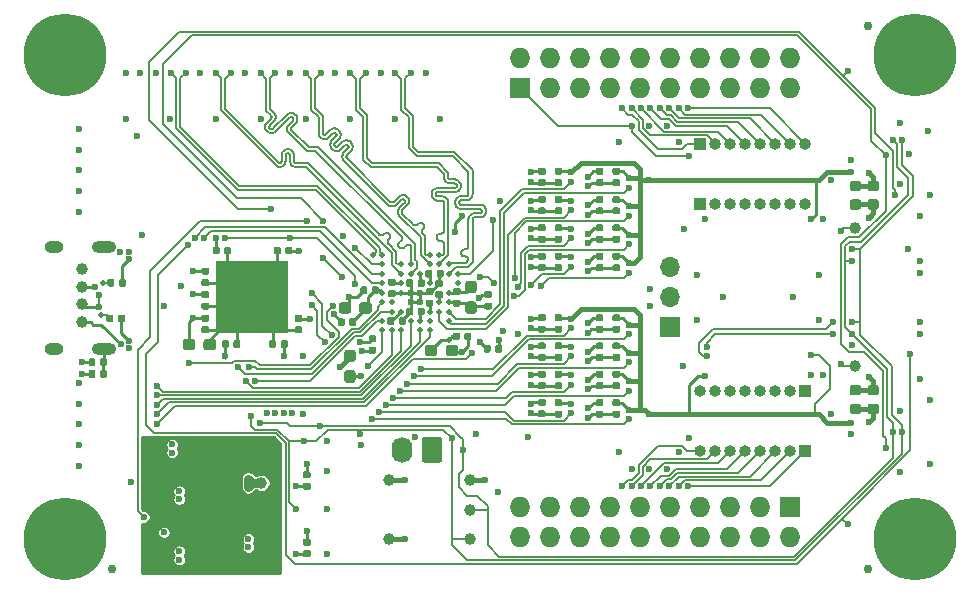
<source format=gbl>
G04 #@! TF.GenerationSoftware,KiCad,Pcbnew,(5.1.2)-1*
G04 #@! TF.CreationDate,2019-08-15T23:29:17+02:00*
G04 #@! TF.ProjectId,glasgow,676c6173-676f-4772-9e6b-696361645f70,rev?*
G04 #@! TF.SameCoordinates,Original*
G04 #@! TF.FileFunction,Copper,L4,Bot*
G04 #@! TF.FilePolarity,Positive*
%FSLAX46Y46*%
G04 Gerber Fmt 4.6, Leading zero omitted, Abs format (unit mm)*
G04 Created by KiCad (PCBNEW (5.1.2)-1) date 2019-08-15 23:29:17*
%MOMM*%
%LPD*%
G04 APERTURE LIST*
%ADD10C,0.100000*%
%ADD11C,0.590000*%
%ADD12O,2.100000X1.000000*%
%ADD13O,1.600000X1.000000*%
%ADD14C,1.740000*%
%ADD15O,1.740000X2.200000*%
%ADD16C,1.000000*%
%ADD17C,0.875000*%
%ADD18R,1.000000X1.600000*%
%ADD19C,0.650000*%
%ADD20O,1.727200X1.727200*%
%ADD21R,1.727200X1.727200*%
%ADD22O,1.000000X1.000000*%
%ADD23R,1.000000X1.000000*%
%ADD24O,1.700000X1.700000*%
%ADD25R,1.700000X1.700000*%
%ADD26C,0.750000*%
%ADD27C,0.950000*%
%ADD28R,6.100000X6.100000*%
%ADD29C,0.600000*%
%ADD30C,0.800000*%
%ADD31C,7.000000*%
%ADD32C,0.500000*%
%ADD33C,0.150000*%
%ADD34C,0.250000*%
%ADD35C,0.450000*%
%ADD36C,0.750000*%
%ADD37C,0.190000*%
%ADD38C,0.254000*%
G04 APERTURE END LIST*
D10*
G36*
X58966958Y-96980710D02*
G01*
X58981276Y-96982834D01*
X58995317Y-96986351D01*
X59008946Y-96991228D01*
X59022031Y-96997417D01*
X59034447Y-97004858D01*
X59046073Y-97013481D01*
X59056798Y-97023202D01*
X59066519Y-97033927D01*
X59075142Y-97045553D01*
X59082583Y-97057969D01*
X59088772Y-97071054D01*
X59093649Y-97084683D01*
X59097166Y-97098724D01*
X59099290Y-97113042D01*
X59100000Y-97127500D01*
X59100000Y-97472500D01*
X59099290Y-97486958D01*
X59097166Y-97501276D01*
X59093649Y-97515317D01*
X59088772Y-97528946D01*
X59082583Y-97542031D01*
X59075142Y-97554447D01*
X59066519Y-97566073D01*
X59056798Y-97576798D01*
X59046073Y-97586519D01*
X59034447Y-97595142D01*
X59022031Y-97602583D01*
X59008946Y-97608772D01*
X58995317Y-97613649D01*
X58981276Y-97617166D01*
X58966958Y-97619290D01*
X58952500Y-97620000D01*
X58657500Y-97620000D01*
X58643042Y-97619290D01*
X58628724Y-97617166D01*
X58614683Y-97613649D01*
X58601054Y-97608772D01*
X58587969Y-97602583D01*
X58575553Y-97595142D01*
X58563927Y-97586519D01*
X58553202Y-97576798D01*
X58543481Y-97566073D01*
X58534858Y-97554447D01*
X58527417Y-97542031D01*
X58521228Y-97528946D01*
X58516351Y-97515317D01*
X58512834Y-97501276D01*
X58510710Y-97486958D01*
X58510000Y-97472500D01*
X58510000Y-97127500D01*
X58510710Y-97113042D01*
X58512834Y-97098724D01*
X58516351Y-97084683D01*
X58521228Y-97071054D01*
X58527417Y-97057969D01*
X58534858Y-97045553D01*
X58543481Y-97033927D01*
X58553202Y-97023202D01*
X58563927Y-97013481D01*
X58575553Y-97004858D01*
X58587969Y-96997417D01*
X58601054Y-96991228D01*
X58614683Y-96986351D01*
X58628724Y-96982834D01*
X58643042Y-96980710D01*
X58657500Y-96980000D01*
X58952500Y-96980000D01*
X58966958Y-96980710D01*
X58966958Y-96980710D01*
G37*
D11*
X58805000Y-97300000D03*
D10*
G36*
X57996958Y-96980710D02*
G01*
X58011276Y-96982834D01*
X58025317Y-96986351D01*
X58038946Y-96991228D01*
X58052031Y-96997417D01*
X58064447Y-97004858D01*
X58076073Y-97013481D01*
X58086798Y-97023202D01*
X58096519Y-97033927D01*
X58105142Y-97045553D01*
X58112583Y-97057969D01*
X58118772Y-97071054D01*
X58123649Y-97084683D01*
X58127166Y-97098724D01*
X58129290Y-97113042D01*
X58130000Y-97127500D01*
X58130000Y-97472500D01*
X58129290Y-97486958D01*
X58127166Y-97501276D01*
X58123649Y-97515317D01*
X58118772Y-97528946D01*
X58112583Y-97542031D01*
X58105142Y-97554447D01*
X58096519Y-97566073D01*
X58086798Y-97576798D01*
X58076073Y-97586519D01*
X58064447Y-97595142D01*
X58052031Y-97602583D01*
X58038946Y-97608772D01*
X58025317Y-97613649D01*
X58011276Y-97617166D01*
X57996958Y-97619290D01*
X57982500Y-97620000D01*
X57687500Y-97620000D01*
X57673042Y-97619290D01*
X57658724Y-97617166D01*
X57644683Y-97613649D01*
X57631054Y-97608772D01*
X57617969Y-97602583D01*
X57605553Y-97595142D01*
X57593927Y-97586519D01*
X57583202Y-97576798D01*
X57573481Y-97566073D01*
X57564858Y-97554447D01*
X57557417Y-97542031D01*
X57551228Y-97528946D01*
X57546351Y-97515317D01*
X57542834Y-97501276D01*
X57540710Y-97486958D01*
X57540000Y-97472500D01*
X57540000Y-97127500D01*
X57540710Y-97113042D01*
X57542834Y-97098724D01*
X57546351Y-97084683D01*
X57551228Y-97071054D01*
X57557417Y-97057969D01*
X57564858Y-97045553D01*
X57573481Y-97033927D01*
X57583202Y-97023202D01*
X57593927Y-97013481D01*
X57605553Y-97004858D01*
X57617969Y-96997417D01*
X57631054Y-96991228D01*
X57644683Y-96986351D01*
X57658724Y-96982834D01*
X57673042Y-96980710D01*
X57687500Y-96980000D01*
X57982500Y-96980000D01*
X57996958Y-96980710D01*
X57996958Y-96980710D01*
G37*
D11*
X57835000Y-97300000D03*
D10*
G36*
X59046958Y-93950710D02*
G01*
X59061276Y-93952834D01*
X59075317Y-93956351D01*
X59088946Y-93961228D01*
X59102031Y-93967417D01*
X59114447Y-93974858D01*
X59126073Y-93983481D01*
X59136798Y-93993202D01*
X59146519Y-94003927D01*
X59155142Y-94015553D01*
X59162583Y-94027969D01*
X59168772Y-94041054D01*
X59173649Y-94054683D01*
X59177166Y-94068724D01*
X59179290Y-94083042D01*
X59180000Y-94097500D01*
X59180000Y-94442500D01*
X59179290Y-94456958D01*
X59177166Y-94471276D01*
X59173649Y-94485317D01*
X59168772Y-94498946D01*
X59162583Y-94512031D01*
X59155142Y-94524447D01*
X59146519Y-94536073D01*
X59136798Y-94546798D01*
X59126073Y-94556519D01*
X59114447Y-94565142D01*
X59102031Y-94572583D01*
X59088946Y-94578772D01*
X59075317Y-94583649D01*
X59061276Y-94587166D01*
X59046958Y-94589290D01*
X59032500Y-94590000D01*
X58737500Y-94590000D01*
X58723042Y-94589290D01*
X58708724Y-94587166D01*
X58694683Y-94583649D01*
X58681054Y-94578772D01*
X58667969Y-94572583D01*
X58655553Y-94565142D01*
X58643927Y-94556519D01*
X58633202Y-94546798D01*
X58623481Y-94536073D01*
X58614858Y-94524447D01*
X58607417Y-94512031D01*
X58601228Y-94498946D01*
X58596351Y-94485317D01*
X58592834Y-94471276D01*
X58590710Y-94456958D01*
X58590000Y-94442500D01*
X58590000Y-94097500D01*
X58590710Y-94083042D01*
X58592834Y-94068724D01*
X58596351Y-94054683D01*
X58601228Y-94041054D01*
X58607417Y-94027969D01*
X58614858Y-94015553D01*
X58623481Y-94003927D01*
X58633202Y-93993202D01*
X58643927Y-93983481D01*
X58655553Y-93974858D01*
X58667969Y-93967417D01*
X58681054Y-93961228D01*
X58694683Y-93956351D01*
X58708724Y-93952834D01*
X58723042Y-93950710D01*
X58737500Y-93950000D01*
X59032500Y-93950000D01*
X59046958Y-93950710D01*
X59046958Y-93950710D01*
G37*
D11*
X58885000Y-94270000D03*
D10*
G36*
X58076958Y-93950710D02*
G01*
X58091276Y-93952834D01*
X58105317Y-93956351D01*
X58118946Y-93961228D01*
X58132031Y-93967417D01*
X58144447Y-93974858D01*
X58156073Y-93983481D01*
X58166798Y-93993202D01*
X58176519Y-94003927D01*
X58185142Y-94015553D01*
X58192583Y-94027969D01*
X58198772Y-94041054D01*
X58203649Y-94054683D01*
X58207166Y-94068724D01*
X58209290Y-94083042D01*
X58210000Y-94097500D01*
X58210000Y-94442500D01*
X58209290Y-94456958D01*
X58207166Y-94471276D01*
X58203649Y-94485317D01*
X58198772Y-94498946D01*
X58192583Y-94512031D01*
X58185142Y-94524447D01*
X58176519Y-94536073D01*
X58166798Y-94546798D01*
X58156073Y-94556519D01*
X58144447Y-94565142D01*
X58132031Y-94572583D01*
X58118946Y-94578772D01*
X58105317Y-94583649D01*
X58091276Y-94587166D01*
X58076958Y-94589290D01*
X58062500Y-94590000D01*
X57767500Y-94590000D01*
X57753042Y-94589290D01*
X57738724Y-94587166D01*
X57724683Y-94583649D01*
X57711054Y-94578772D01*
X57697969Y-94572583D01*
X57685553Y-94565142D01*
X57673927Y-94556519D01*
X57663202Y-94546798D01*
X57653481Y-94536073D01*
X57644858Y-94524447D01*
X57637417Y-94512031D01*
X57631228Y-94498946D01*
X57626351Y-94485317D01*
X57622834Y-94471276D01*
X57620710Y-94456958D01*
X57620000Y-94442500D01*
X57620000Y-94097500D01*
X57620710Y-94083042D01*
X57622834Y-94068724D01*
X57626351Y-94054683D01*
X57631228Y-94041054D01*
X57637417Y-94027969D01*
X57644858Y-94015553D01*
X57653481Y-94003927D01*
X57663202Y-93993202D01*
X57673927Y-93983481D01*
X57685553Y-93974858D01*
X57697969Y-93967417D01*
X57711054Y-93961228D01*
X57724683Y-93956351D01*
X57738724Y-93952834D01*
X57753042Y-93950710D01*
X57767500Y-93950000D01*
X58062500Y-93950000D01*
X58076958Y-93950710D01*
X58076958Y-93950710D01*
G37*
D11*
X57915000Y-94270000D03*
D12*
X57290000Y-99860000D03*
X57290000Y-91220000D03*
D13*
X53110000Y-91220000D03*
X53110000Y-99860000D03*
D10*
G36*
X85744505Y-107301204D02*
G01*
X85768773Y-107304804D01*
X85792572Y-107310765D01*
X85815671Y-107319030D01*
X85837850Y-107329520D01*
X85858893Y-107342132D01*
X85878599Y-107356747D01*
X85896777Y-107373223D01*
X85913253Y-107391401D01*
X85927868Y-107411107D01*
X85940480Y-107432150D01*
X85950970Y-107454329D01*
X85959235Y-107477428D01*
X85965196Y-107501227D01*
X85968796Y-107525495D01*
X85970000Y-107549999D01*
X85970000Y-109250001D01*
X85968796Y-109274505D01*
X85965196Y-109298773D01*
X85959235Y-109322572D01*
X85950970Y-109345671D01*
X85940480Y-109367850D01*
X85927868Y-109388893D01*
X85913253Y-109408599D01*
X85896777Y-109426777D01*
X85878599Y-109443253D01*
X85858893Y-109457868D01*
X85837850Y-109470480D01*
X85815671Y-109480970D01*
X85792572Y-109489235D01*
X85768773Y-109495196D01*
X85744505Y-109498796D01*
X85720001Y-109500000D01*
X84479999Y-109500000D01*
X84455495Y-109498796D01*
X84431227Y-109495196D01*
X84407428Y-109489235D01*
X84384329Y-109480970D01*
X84362150Y-109470480D01*
X84341107Y-109457868D01*
X84321401Y-109443253D01*
X84303223Y-109426777D01*
X84286747Y-109408599D01*
X84272132Y-109388893D01*
X84259520Y-109367850D01*
X84249030Y-109345671D01*
X84240765Y-109322572D01*
X84234804Y-109298773D01*
X84231204Y-109274505D01*
X84230000Y-109250001D01*
X84230000Y-107549999D01*
X84231204Y-107525495D01*
X84234804Y-107501227D01*
X84240765Y-107477428D01*
X84249030Y-107454329D01*
X84259520Y-107432150D01*
X84272132Y-107411107D01*
X84286747Y-107391401D01*
X84303223Y-107373223D01*
X84321401Y-107356747D01*
X84341107Y-107342132D01*
X84362150Y-107329520D01*
X84384329Y-107319030D01*
X84407428Y-107310765D01*
X84431227Y-107304804D01*
X84455495Y-107301204D01*
X84479999Y-107300000D01*
X85720001Y-107300000D01*
X85744505Y-107301204D01*
X85744505Y-107301204D01*
G37*
D14*
X85100000Y-108400000D03*
D15*
X82560000Y-108400000D03*
D16*
X55500000Y-94600000D03*
X120900000Y-89650000D03*
X120900000Y-101350000D03*
D10*
G36*
X121227691Y-85626053D02*
G01*
X121248926Y-85629203D01*
X121269750Y-85634419D01*
X121289962Y-85641651D01*
X121309368Y-85650830D01*
X121327781Y-85661866D01*
X121345024Y-85674654D01*
X121360930Y-85689070D01*
X121375346Y-85704976D01*
X121388134Y-85722219D01*
X121399170Y-85740632D01*
X121408349Y-85760038D01*
X121415581Y-85780250D01*
X121420797Y-85801074D01*
X121423947Y-85822309D01*
X121425000Y-85843750D01*
X121425000Y-86281250D01*
X121423947Y-86302691D01*
X121420797Y-86323926D01*
X121415581Y-86344750D01*
X121408349Y-86364962D01*
X121399170Y-86384368D01*
X121388134Y-86402781D01*
X121375346Y-86420024D01*
X121360930Y-86435930D01*
X121345024Y-86450346D01*
X121327781Y-86463134D01*
X121309368Y-86474170D01*
X121289962Y-86483349D01*
X121269750Y-86490581D01*
X121248926Y-86495797D01*
X121227691Y-86498947D01*
X121206250Y-86500000D01*
X120693750Y-86500000D01*
X120672309Y-86498947D01*
X120651074Y-86495797D01*
X120630250Y-86490581D01*
X120610038Y-86483349D01*
X120590632Y-86474170D01*
X120572219Y-86463134D01*
X120554976Y-86450346D01*
X120539070Y-86435930D01*
X120524654Y-86420024D01*
X120511866Y-86402781D01*
X120500830Y-86384368D01*
X120491651Y-86364962D01*
X120484419Y-86344750D01*
X120479203Y-86323926D01*
X120476053Y-86302691D01*
X120475000Y-86281250D01*
X120475000Y-85843750D01*
X120476053Y-85822309D01*
X120479203Y-85801074D01*
X120484419Y-85780250D01*
X120491651Y-85760038D01*
X120500830Y-85740632D01*
X120511866Y-85722219D01*
X120524654Y-85704976D01*
X120539070Y-85689070D01*
X120554976Y-85674654D01*
X120572219Y-85661866D01*
X120590632Y-85650830D01*
X120610038Y-85641651D01*
X120630250Y-85634419D01*
X120651074Y-85629203D01*
X120672309Y-85626053D01*
X120693750Y-85625000D01*
X121206250Y-85625000D01*
X121227691Y-85626053D01*
X121227691Y-85626053D01*
G37*
D17*
X120950000Y-86062500D03*
D10*
G36*
X121227691Y-87201053D02*
G01*
X121248926Y-87204203D01*
X121269750Y-87209419D01*
X121289962Y-87216651D01*
X121309368Y-87225830D01*
X121327781Y-87236866D01*
X121345024Y-87249654D01*
X121360930Y-87264070D01*
X121375346Y-87279976D01*
X121388134Y-87297219D01*
X121399170Y-87315632D01*
X121408349Y-87335038D01*
X121415581Y-87355250D01*
X121420797Y-87376074D01*
X121423947Y-87397309D01*
X121425000Y-87418750D01*
X121425000Y-87856250D01*
X121423947Y-87877691D01*
X121420797Y-87898926D01*
X121415581Y-87919750D01*
X121408349Y-87939962D01*
X121399170Y-87959368D01*
X121388134Y-87977781D01*
X121375346Y-87995024D01*
X121360930Y-88010930D01*
X121345024Y-88025346D01*
X121327781Y-88038134D01*
X121309368Y-88049170D01*
X121289962Y-88058349D01*
X121269750Y-88065581D01*
X121248926Y-88070797D01*
X121227691Y-88073947D01*
X121206250Y-88075000D01*
X120693750Y-88075000D01*
X120672309Y-88073947D01*
X120651074Y-88070797D01*
X120630250Y-88065581D01*
X120610038Y-88058349D01*
X120590632Y-88049170D01*
X120572219Y-88038134D01*
X120554976Y-88025346D01*
X120539070Y-88010930D01*
X120524654Y-87995024D01*
X120511866Y-87977781D01*
X120500830Y-87959368D01*
X120491651Y-87939962D01*
X120484419Y-87919750D01*
X120479203Y-87898926D01*
X120476053Y-87877691D01*
X120475000Y-87856250D01*
X120475000Y-87418750D01*
X120476053Y-87397309D01*
X120479203Y-87376074D01*
X120484419Y-87355250D01*
X120491651Y-87335038D01*
X120500830Y-87315632D01*
X120511866Y-87297219D01*
X120524654Y-87279976D01*
X120539070Y-87264070D01*
X120554976Y-87249654D01*
X120572219Y-87236866D01*
X120590632Y-87225830D01*
X120610038Y-87216651D01*
X120630250Y-87209419D01*
X120651074Y-87204203D01*
X120672309Y-87201053D01*
X120693750Y-87200000D01*
X121206250Y-87200000D01*
X121227691Y-87201053D01*
X121227691Y-87201053D01*
G37*
D17*
X120950000Y-87637500D03*
D10*
G36*
X121227691Y-104501053D02*
G01*
X121248926Y-104504203D01*
X121269750Y-104509419D01*
X121289962Y-104516651D01*
X121309368Y-104525830D01*
X121327781Y-104536866D01*
X121345024Y-104549654D01*
X121360930Y-104564070D01*
X121375346Y-104579976D01*
X121388134Y-104597219D01*
X121399170Y-104615632D01*
X121408349Y-104635038D01*
X121415581Y-104655250D01*
X121420797Y-104676074D01*
X121423947Y-104697309D01*
X121425000Y-104718750D01*
X121425000Y-105156250D01*
X121423947Y-105177691D01*
X121420797Y-105198926D01*
X121415581Y-105219750D01*
X121408349Y-105239962D01*
X121399170Y-105259368D01*
X121388134Y-105277781D01*
X121375346Y-105295024D01*
X121360930Y-105310930D01*
X121345024Y-105325346D01*
X121327781Y-105338134D01*
X121309368Y-105349170D01*
X121289962Y-105358349D01*
X121269750Y-105365581D01*
X121248926Y-105370797D01*
X121227691Y-105373947D01*
X121206250Y-105375000D01*
X120693750Y-105375000D01*
X120672309Y-105373947D01*
X120651074Y-105370797D01*
X120630250Y-105365581D01*
X120610038Y-105358349D01*
X120590632Y-105349170D01*
X120572219Y-105338134D01*
X120554976Y-105325346D01*
X120539070Y-105310930D01*
X120524654Y-105295024D01*
X120511866Y-105277781D01*
X120500830Y-105259368D01*
X120491651Y-105239962D01*
X120484419Y-105219750D01*
X120479203Y-105198926D01*
X120476053Y-105177691D01*
X120475000Y-105156250D01*
X120475000Y-104718750D01*
X120476053Y-104697309D01*
X120479203Y-104676074D01*
X120484419Y-104655250D01*
X120491651Y-104635038D01*
X120500830Y-104615632D01*
X120511866Y-104597219D01*
X120524654Y-104579976D01*
X120539070Y-104564070D01*
X120554976Y-104549654D01*
X120572219Y-104536866D01*
X120590632Y-104525830D01*
X120610038Y-104516651D01*
X120630250Y-104509419D01*
X120651074Y-104504203D01*
X120672309Y-104501053D01*
X120693750Y-104500000D01*
X121206250Y-104500000D01*
X121227691Y-104501053D01*
X121227691Y-104501053D01*
G37*
D17*
X120950000Y-104937500D03*
D10*
G36*
X121227691Y-102926053D02*
G01*
X121248926Y-102929203D01*
X121269750Y-102934419D01*
X121289962Y-102941651D01*
X121309368Y-102950830D01*
X121327781Y-102961866D01*
X121345024Y-102974654D01*
X121360930Y-102989070D01*
X121375346Y-103004976D01*
X121388134Y-103022219D01*
X121399170Y-103040632D01*
X121408349Y-103060038D01*
X121415581Y-103080250D01*
X121420797Y-103101074D01*
X121423947Y-103122309D01*
X121425000Y-103143750D01*
X121425000Y-103581250D01*
X121423947Y-103602691D01*
X121420797Y-103623926D01*
X121415581Y-103644750D01*
X121408349Y-103664962D01*
X121399170Y-103684368D01*
X121388134Y-103702781D01*
X121375346Y-103720024D01*
X121360930Y-103735930D01*
X121345024Y-103750346D01*
X121327781Y-103763134D01*
X121309368Y-103774170D01*
X121289962Y-103783349D01*
X121269750Y-103790581D01*
X121248926Y-103795797D01*
X121227691Y-103798947D01*
X121206250Y-103800000D01*
X120693750Y-103800000D01*
X120672309Y-103798947D01*
X120651074Y-103795797D01*
X120630250Y-103790581D01*
X120610038Y-103783349D01*
X120590632Y-103774170D01*
X120572219Y-103763134D01*
X120554976Y-103750346D01*
X120539070Y-103735930D01*
X120524654Y-103720024D01*
X120511866Y-103702781D01*
X120500830Y-103684368D01*
X120491651Y-103664962D01*
X120484419Y-103644750D01*
X120479203Y-103623926D01*
X120476053Y-103602691D01*
X120475000Y-103581250D01*
X120475000Y-103143750D01*
X120476053Y-103122309D01*
X120479203Y-103101074D01*
X120484419Y-103080250D01*
X120491651Y-103060038D01*
X120500830Y-103040632D01*
X120511866Y-103022219D01*
X120524654Y-103004976D01*
X120539070Y-102989070D01*
X120554976Y-102974654D01*
X120572219Y-102961866D01*
X120590632Y-102950830D01*
X120610038Y-102941651D01*
X120630250Y-102934419D01*
X120651074Y-102929203D01*
X120672309Y-102926053D01*
X120693750Y-102925000D01*
X121206250Y-102925000D01*
X121227691Y-102926053D01*
X121227691Y-102926053D01*
G37*
D17*
X120950000Y-103362500D03*
D10*
G36*
X122727691Y-85626053D02*
G01*
X122748926Y-85629203D01*
X122769750Y-85634419D01*
X122789962Y-85641651D01*
X122809368Y-85650830D01*
X122827781Y-85661866D01*
X122845024Y-85674654D01*
X122860930Y-85689070D01*
X122875346Y-85704976D01*
X122888134Y-85722219D01*
X122899170Y-85740632D01*
X122908349Y-85760038D01*
X122915581Y-85780250D01*
X122920797Y-85801074D01*
X122923947Y-85822309D01*
X122925000Y-85843750D01*
X122925000Y-86281250D01*
X122923947Y-86302691D01*
X122920797Y-86323926D01*
X122915581Y-86344750D01*
X122908349Y-86364962D01*
X122899170Y-86384368D01*
X122888134Y-86402781D01*
X122875346Y-86420024D01*
X122860930Y-86435930D01*
X122845024Y-86450346D01*
X122827781Y-86463134D01*
X122809368Y-86474170D01*
X122789962Y-86483349D01*
X122769750Y-86490581D01*
X122748926Y-86495797D01*
X122727691Y-86498947D01*
X122706250Y-86500000D01*
X122193750Y-86500000D01*
X122172309Y-86498947D01*
X122151074Y-86495797D01*
X122130250Y-86490581D01*
X122110038Y-86483349D01*
X122090632Y-86474170D01*
X122072219Y-86463134D01*
X122054976Y-86450346D01*
X122039070Y-86435930D01*
X122024654Y-86420024D01*
X122011866Y-86402781D01*
X122000830Y-86384368D01*
X121991651Y-86364962D01*
X121984419Y-86344750D01*
X121979203Y-86323926D01*
X121976053Y-86302691D01*
X121975000Y-86281250D01*
X121975000Y-85843750D01*
X121976053Y-85822309D01*
X121979203Y-85801074D01*
X121984419Y-85780250D01*
X121991651Y-85760038D01*
X122000830Y-85740632D01*
X122011866Y-85722219D01*
X122024654Y-85704976D01*
X122039070Y-85689070D01*
X122054976Y-85674654D01*
X122072219Y-85661866D01*
X122090632Y-85650830D01*
X122110038Y-85641651D01*
X122130250Y-85634419D01*
X122151074Y-85629203D01*
X122172309Y-85626053D01*
X122193750Y-85625000D01*
X122706250Y-85625000D01*
X122727691Y-85626053D01*
X122727691Y-85626053D01*
G37*
D17*
X122450000Y-86062500D03*
D10*
G36*
X122727691Y-87201053D02*
G01*
X122748926Y-87204203D01*
X122769750Y-87209419D01*
X122789962Y-87216651D01*
X122809368Y-87225830D01*
X122827781Y-87236866D01*
X122845024Y-87249654D01*
X122860930Y-87264070D01*
X122875346Y-87279976D01*
X122888134Y-87297219D01*
X122899170Y-87315632D01*
X122908349Y-87335038D01*
X122915581Y-87355250D01*
X122920797Y-87376074D01*
X122923947Y-87397309D01*
X122925000Y-87418750D01*
X122925000Y-87856250D01*
X122923947Y-87877691D01*
X122920797Y-87898926D01*
X122915581Y-87919750D01*
X122908349Y-87939962D01*
X122899170Y-87959368D01*
X122888134Y-87977781D01*
X122875346Y-87995024D01*
X122860930Y-88010930D01*
X122845024Y-88025346D01*
X122827781Y-88038134D01*
X122809368Y-88049170D01*
X122789962Y-88058349D01*
X122769750Y-88065581D01*
X122748926Y-88070797D01*
X122727691Y-88073947D01*
X122706250Y-88075000D01*
X122193750Y-88075000D01*
X122172309Y-88073947D01*
X122151074Y-88070797D01*
X122130250Y-88065581D01*
X122110038Y-88058349D01*
X122090632Y-88049170D01*
X122072219Y-88038134D01*
X122054976Y-88025346D01*
X122039070Y-88010930D01*
X122024654Y-87995024D01*
X122011866Y-87977781D01*
X122000830Y-87959368D01*
X121991651Y-87939962D01*
X121984419Y-87919750D01*
X121979203Y-87898926D01*
X121976053Y-87877691D01*
X121975000Y-87856250D01*
X121975000Y-87418750D01*
X121976053Y-87397309D01*
X121979203Y-87376074D01*
X121984419Y-87355250D01*
X121991651Y-87335038D01*
X122000830Y-87315632D01*
X122011866Y-87297219D01*
X122024654Y-87279976D01*
X122039070Y-87264070D01*
X122054976Y-87249654D01*
X122072219Y-87236866D01*
X122090632Y-87225830D01*
X122110038Y-87216651D01*
X122130250Y-87209419D01*
X122151074Y-87204203D01*
X122172309Y-87201053D01*
X122193750Y-87200000D01*
X122706250Y-87200000D01*
X122727691Y-87201053D01*
X122727691Y-87201053D01*
G37*
D17*
X122450000Y-87637500D03*
D10*
G36*
X122727691Y-104501053D02*
G01*
X122748926Y-104504203D01*
X122769750Y-104509419D01*
X122789962Y-104516651D01*
X122809368Y-104525830D01*
X122827781Y-104536866D01*
X122845024Y-104549654D01*
X122860930Y-104564070D01*
X122875346Y-104579976D01*
X122888134Y-104597219D01*
X122899170Y-104615632D01*
X122908349Y-104635038D01*
X122915581Y-104655250D01*
X122920797Y-104676074D01*
X122923947Y-104697309D01*
X122925000Y-104718750D01*
X122925000Y-105156250D01*
X122923947Y-105177691D01*
X122920797Y-105198926D01*
X122915581Y-105219750D01*
X122908349Y-105239962D01*
X122899170Y-105259368D01*
X122888134Y-105277781D01*
X122875346Y-105295024D01*
X122860930Y-105310930D01*
X122845024Y-105325346D01*
X122827781Y-105338134D01*
X122809368Y-105349170D01*
X122789962Y-105358349D01*
X122769750Y-105365581D01*
X122748926Y-105370797D01*
X122727691Y-105373947D01*
X122706250Y-105375000D01*
X122193750Y-105375000D01*
X122172309Y-105373947D01*
X122151074Y-105370797D01*
X122130250Y-105365581D01*
X122110038Y-105358349D01*
X122090632Y-105349170D01*
X122072219Y-105338134D01*
X122054976Y-105325346D01*
X122039070Y-105310930D01*
X122024654Y-105295024D01*
X122011866Y-105277781D01*
X122000830Y-105259368D01*
X121991651Y-105239962D01*
X121984419Y-105219750D01*
X121979203Y-105198926D01*
X121976053Y-105177691D01*
X121975000Y-105156250D01*
X121975000Y-104718750D01*
X121976053Y-104697309D01*
X121979203Y-104676074D01*
X121984419Y-104655250D01*
X121991651Y-104635038D01*
X122000830Y-104615632D01*
X122011866Y-104597219D01*
X122024654Y-104579976D01*
X122039070Y-104564070D01*
X122054976Y-104549654D01*
X122072219Y-104536866D01*
X122090632Y-104525830D01*
X122110038Y-104516651D01*
X122130250Y-104509419D01*
X122151074Y-104504203D01*
X122172309Y-104501053D01*
X122193750Y-104500000D01*
X122706250Y-104500000D01*
X122727691Y-104501053D01*
X122727691Y-104501053D01*
G37*
D17*
X122450000Y-104937500D03*
D10*
G36*
X122727691Y-102926053D02*
G01*
X122748926Y-102929203D01*
X122769750Y-102934419D01*
X122789962Y-102941651D01*
X122809368Y-102950830D01*
X122827781Y-102961866D01*
X122845024Y-102974654D01*
X122860930Y-102989070D01*
X122875346Y-103004976D01*
X122888134Y-103022219D01*
X122899170Y-103040632D01*
X122908349Y-103060038D01*
X122915581Y-103080250D01*
X122920797Y-103101074D01*
X122923947Y-103122309D01*
X122925000Y-103143750D01*
X122925000Y-103581250D01*
X122923947Y-103602691D01*
X122920797Y-103623926D01*
X122915581Y-103644750D01*
X122908349Y-103664962D01*
X122899170Y-103684368D01*
X122888134Y-103702781D01*
X122875346Y-103720024D01*
X122860930Y-103735930D01*
X122845024Y-103750346D01*
X122827781Y-103763134D01*
X122809368Y-103774170D01*
X122789962Y-103783349D01*
X122769750Y-103790581D01*
X122748926Y-103795797D01*
X122727691Y-103798947D01*
X122706250Y-103800000D01*
X122193750Y-103800000D01*
X122172309Y-103798947D01*
X122151074Y-103795797D01*
X122130250Y-103790581D01*
X122110038Y-103783349D01*
X122090632Y-103774170D01*
X122072219Y-103763134D01*
X122054976Y-103750346D01*
X122039070Y-103735930D01*
X122024654Y-103720024D01*
X122011866Y-103702781D01*
X122000830Y-103684368D01*
X121991651Y-103664962D01*
X121984419Y-103644750D01*
X121979203Y-103623926D01*
X121976053Y-103602691D01*
X121975000Y-103581250D01*
X121975000Y-103143750D01*
X121976053Y-103122309D01*
X121979203Y-103101074D01*
X121984419Y-103080250D01*
X121991651Y-103060038D01*
X122000830Y-103040632D01*
X122011866Y-103022219D01*
X122024654Y-103004976D01*
X122039070Y-102989070D01*
X122054976Y-102974654D01*
X122072219Y-102961866D01*
X122090632Y-102950830D01*
X122110038Y-102941651D01*
X122130250Y-102934419D01*
X122151074Y-102929203D01*
X122172309Y-102926053D01*
X122193750Y-102925000D01*
X122706250Y-102925000D01*
X122727691Y-102926053D01*
X122727691Y-102926053D01*
G37*
D17*
X122450000Y-103362500D03*
D18*
X65900000Y-109900000D03*
D19*
X65900000Y-109500000D03*
X65900000Y-110300000D03*
D18*
X65900000Y-115000000D03*
D19*
X65900000Y-114600000D03*
X65900000Y-115400000D03*
D16*
X70650000Y-111200000D03*
X55500000Y-96100000D03*
X55500000Y-97600000D03*
X55500000Y-93100000D03*
D20*
X115430000Y-75230000D03*
X115430000Y-77770000D03*
X112890000Y-75230000D03*
X112890000Y-77770000D03*
X110350000Y-75230000D03*
X110350000Y-77770000D03*
X107810000Y-75230000D03*
X107810000Y-77770000D03*
X105270000Y-75230000D03*
X105270000Y-77770000D03*
X102730000Y-75230000D03*
X102730000Y-77770000D03*
X100190000Y-75230000D03*
X100190000Y-77770000D03*
X97650000Y-75230000D03*
X97650000Y-77770000D03*
X95110000Y-75230000D03*
X95110000Y-77770000D03*
X92570000Y-75230000D03*
D21*
X92570000Y-77770000D03*
D22*
X107810000Y-103420000D03*
X109080000Y-103420000D03*
X110350000Y-103420000D03*
X111620000Y-103420000D03*
X112890000Y-103420000D03*
X114160000Y-103420000D03*
X115430000Y-103420000D03*
D23*
X116700000Y-103420000D03*
D22*
X107810000Y-108500000D03*
X109080000Y-108500000D03*
X110350000Y-108500000D03*
X111620000Y-108500000D03*
X112890000Y-108500000D03*
X114160000Y-108500000D03*
X115430000Y-108500000D03*
D23*
X116700000Y-108500000D03*
D16*
X81500000Y-116000000D03*
X81500000Y-111000000D03*
X88300000Y-116000000D03*
X88300000Y-113500000D03*
X88300000Y-111000000D03*
D24*
X105270000Y-92960000D03*
X105270000Y-95500000D03*
D25*
X105270000Y-98040000D03*
D10*
G36*
X89926958Y-99530710D02*
G01*
X89941276Y-99532834D01*
X89955317Y-99536351D01*
X89968946Y-99541228D01*
X89982031Y-99547417D01*
X89994447Y-99554858D01*
X90006073Y-99563481D01*
X90016798Y-99573202D01*
X90026519Y-99583927D01*
X90035142Y-99595553D01*
X90042583Y-99607969D01*
X90048772Y-99621054D01*
X90053649Y-99634683D01*
X90057166Y-99648724D01*
X90059290Y-99663042D01*
X90060000Y-99677500D01*
X90060000Y-100022500D01*
X90059290Y-100036958D01*
X90057166Y-100051276D01*
X90053649Y-100065317D01*
X90048772Y-100078946D01*
X90042583Y-100092031D01*
X90035142Y-100104447D01*
X90026519Y-100116073D01*
X90016798Y-100126798D01*
X90006073Y-100136519D01*
X89994447Y-100145142D01*
X89982031Y-100152583D01*
X89968946Y-100158772D01*
X89955317Y-100163649D01*
X89941276Y-100167166D01*
X89926958Y-100169290D01*
X89912500Y-100170000D01*
X89617500Y-100170000D01*
X89603042Y-100169290D01*
X89588724Y-100167166D01*
X89574683Y-100163649D01*
X89561054Y-100158772D01*
X89547969Y-100152583D01*
X89535553Y-100145142D01*
X89523927Y-100136519D01*
X89513202Y-100126798D01*
X89503481Y-100116073D01*
X89494858Y-100104447D01*
X89487417Y-100092031D01*
X89481228Y-100078946D01*
X89476351Y-100065317D01*
X89472834Y-100051276D01*
X89470710Y-100036958D01*
X89470000Y-100022500D01*
X89470000Y-99677500D01*
X89470710Y-99663042D01*
X89472834Y-99648724D01*
X89476351Y-99634683D01*
X89481228Y-99621054D01*
X89487417Y-99607969D01*
X89494858Y-99595553D01*
X89503481Y-99583927D01*
X89513202Y-99573202D01*
X89523927Y-99563481D01*
X89535553Y-99554858D01*
X89547969Y-99547417D01*
X89561054Y-99541228D01*
X89574683Y-99536351D01*
X89588724Y-99532834D01*
X89603042Y-99530710D01*
X89617500Y-99530000D01*
X89912500Y-99530000D01*
X89926958Y-99530710D01*
X89926958Y-99530710D01*
G37*
D11*
X89765000Y-99850000D03*
D10*
G36*
X90896958Y-99530710D02*
G01*
X90911276Y-99532834D01*
X90925317Y-99536351D01*
X90938946Y-99541228D01*
X90952031Y-99547417D01*
X90964447Y-99554858D01*
X90976073Y-99563481D01*
X90986798Y-99573202D01*
X90996519Y-99583927D01*
X91005142Y-99595553D01*
X91012583Y-99607969D01*
X91018772Y-99621054D01*
X91023649Y-99634683D01*
X91027166Y-99648724D01*
X91029290Y-99663042D01*
X91030000Y-99677500D01*
X91030000Y-100022500D01*
X91029290Y-100036958D01*
X91027166Y-100051276D01*
X91023649Y-100065317D01*
X91018772Y-100078946D01*
X91012583Y-100092031D01*
X91005142Y-100104447D01*
X90996519Y-100116073D01*
X90986798Y-100126798D01*
X90976073Y-100136519D01*
X90964447Y-100145142D01*
X90952031Y-100152583D01*
X90938946Y-100158772D01*
X90925317Y-100163649D01*
X90911276Y-100167166D01*
X90896958Y-100169290D01*
X90882500Y-100170000D01*
X90587500Y-100170000D01*
X90573042Y-100169290D01*
X90558724Y-100167166D01*
X90544683Y-100163649D01*
X90531054Y-100158772D01*
X90517969Y-100152583D01*
X90505553Y-100145142D01*
X90493927Y-100136519D01*
X90483202Y-100126798D01*
X90473481Y-100116073D01*
X90464858Y-100104447D01*
X90457417Y-100092031D01*
X90451228Y-100078946D01*
X90446351Y-100065317D01*
X90442834Y-100051276D01*
X90440710Y-100036958D01*
X90440000Y-100022500D01*
X90440000Y-99677500D01*
X90440710Y-99663042D01*
X90442834Y-99648724D01*
X90446351Y-99634683D01*
X90451228Y-99621054D01*
X90457417Y-99607969D01*
X90464858Y-99595553D01*
X90473481Y-99583927D01*
X90483202Y-99573202D01*
X90493927Y-99563481D01*
X90505553Y-99554858D01*
X90517969Y-99547417D01*
X90531054Y-99541228D01*
X90544683Y-99536351D01*
X90558724Y-99532834D01*
X90573042Y-99530710D01*
X90587500Y-99530000D01*
X90882500Y-99530000D01*
X90896958Y-99530710D01*
X90896958Y-99530710D01*
G37*
D11*
X90735000Y-99850000D03*
D26*
X122000000Y-118500000D03*
D20*
X92570000Y-115770000D03*
X92570000Y-113230000D03*
X95110000Y-115770000D03*
X95110000Y-113230000D03*
X97650000Y-115770000D03*
X97650000Y-113230000D03*
X100190000Y-115770000D03*
X100190000Y-113230000D03*
X102730000Y-115770000D03*
X102730000Y-113230000D03*
X105270000Y-115770000D03*
X105270000Y-113230000D03*
X107810000Y-115770000D03*
X107810000Y-113230000D03*
X110350000Y-115770000D03*
X110350000Y-113230000D03*
X112890000Y-115770000D03*
X112890000Y-113230000D03*
X115430000Y-115770000D03*
D21*
X115430000Y-113230000D03*
D22*
X116690000Y-87600000D03*
X115420000Y-87600000D03*
X114150000Y-87600000D03*
X112880000Y-87600000D03*
X111610000Y-87600000D03*
X110340000Y-87600000D03*
X109070000Y-87600000D03*
D23*
X107800000Y-87600000D03*
D22*
X116690000Y-82500000D03*
X115420000Y-82500000D03*
X114150000Y-82500000D03*
X112880000Y-82500000D03*
X111610000Y-82500000D03*
X110340000Y-82500000D03*
X109070000Y-82500000D03*
D23*
X107800000Y-82500000D03*
D10*
G36*
X95986958Y-92690710D02*
G01*
X96001276Y-92692834D01*
X96015317Y-92696351D01*
X96028946Y-92701228D01*
X96042031Y-92707417D01*
X96054447Y-92714858D01*
X96066073Y-92723481D01*
X96076798Y-92733202D01*
X96086519Y-92743927D01*
X96095142Y-92755553D01*
X96102583Y-92767969D01*
X96108772Y-92781054D01*
X96113649Y-92794683D01*
X96117166Y-92808724D01*
X96119290Y-92823042D01*
X96120000Y-92837500D01*
X96120000Y-93132500D01*
X96119290Y-93146958D01*
X96117166Y-93161276D01*
X96113649Y-93175317D01*
X96108772Y-93188946D01*
X96102583Y-93202031D01*
X96095142Y-93214447D01*
X96086519Y-93226073D01*
X96076798Y-93236798D01*
X96066073Y-93246519D01*
X96054447Y-93255142D01*
X96042031Y-93262583D01*
X96028946Y-93268772D01*
X96015317Y-93273649D01*
X96001276Y-93277166D01*
X95986958Y-93279290D01*
X95972500Y-93280000D01*
X95627500Y-93280000D01*
X95613042Y-93279290D01*
X95598724Y-93277166D01*
X95584683Y-93273649D01*
X95571054Y-93268772D01*
X95557969Y-93262583D01*
X95545553Y-93255142D01*
X95533927Y-93246519D01*
X95523202Y-93236798D01*
X95513481Y-93226073D01*
X95504858Y-93214447D01*
X95497417Y-93202031D01*
X95491228Y-93188946D01*
X95486351Y-93175317D01*
X95482834Y-93161276D01*
X95480710Y-93146958D01*
X95480000Y-93132500D01*
X95480000Y-92837500D01*
X95480710Y-92823042D01*
X95482834Y-92808724D01*
X95486351Y-92794683D01*
X95491228Y-92781054D01*
X95497417Y-92767969D01*
X95504858Y-92755553D01*
X95513481Y-92743927D01*
X95523202Y-92733202D01*
X95533927Y-92723481D01*
X95545553Y-92714858D01*
X95557969Y-92707417D01*
X95571054Y-92701228D01*
X95584683Y-92696351D01*
X95598724Y-92692834D01*
X95613042Y-92690710D01*
X95627500Y-92690000D01*
X95972500Y-92690000D01*
X95986958Y-92690710D01*
X95986958Y-92690710D01*
G37*
D11*
X95800000Y-92985000D03*
D10*
G36*
X95986958Y-91720710D02*
G01*
X96001276Y-91722834D01*
X96015317Y-91726351D01*
X96028946Y-91731228D01*
X96042031Y-91737417D01*
X96054447Y-91744858D01*
X96066073Y-91753481D01*
X96076798Y-91763202D01*
X96086519Y-91773927D01*
X96095142Y-91785553D01*
X96102583Y-91797969D01*
X96108772Y-91811054D01*
X96113649Y-91824683D01*
X96117166Y-91838724D01*
X96119290Y-91853042D01*
X96120000Y-91867500D01*
X96120000Y-92162500D01*
X96119290Y-92176958D01*
X96117166Y-92191276D01*
X96113649Y-92205317D01*
X96108772Y-92218946D01*
X96102583Y-92232031D01*
X96095142Y-92244447D01*
X96086519Y-92256073D01*
X96076798Y-92266798D01*
X96066073Y-92276519D01*
X96054447Y-92285142D01*
X96042031Y-92292583D01*
X96028946Y-92298772D01*
X96015317Y-92303649D01*
X96001276Y-92307166D01*
X95986958Y-92309290D01*
X95972500Y-92310000D01*
X95627500Y-92310000D01*
X95613042Y-92309290D01*
X95598724Y-92307166D01*
X95584683Y-92303649D01*
X95571054Y-92298772D01*
X95557969Y-92292583D01*
X95545553Y-92285142D01*
X95533927Y-92276519D01*
X95523202Y-92266798D01*
X95513481Y-92256073D01*
X95504858Y-92244447D01*
X95497417Y-92232031D01*
X95491228Y-92218946D01*
X95486351Y-92205317D01*
X95482834Y-92191276D01*
X95480710Y-92176958D01*
X95480000Y-92162500D01*
X95480000Y-91867500D01*
X95480710Y-91853042D01*
X95482834Y-91838724D01*
X95486351Y-91824683D01*
X95491228Y-91811054D01*
X95497417Y-91797969D01*
X95504858Y-91785553D01*
X95513481Y-91773927D01*
X95523202Y-91763202D01*
X95533927Y-91753481D01*
X95545553Y-91744858D01*
X95557969Y-91737417D01*
X95571054Y-91731228D01*
X95584683Y-91726351D01*
X95598724Y-91722834D01*
X95613042Y-91720710D01*
X95627500Y-91720000D01*
X95972500Y-91720000D01*
X95986958Y-91720710D01*
X95986958Y-91720710D01*
G37*
D11*
X95800000Y-92015000D03*
D10*
G36*
X99486958Y-90290710D02*
G01*
X99501276Y-90292834D01*
X99515317Y-90296351D01*
X99528946Y-90301228D01*
X99542031Y-90307417D01*
X99554447Y-90314858D01*
X99566073Y-90323481D01*
X99576798Y-90333202D01*
X99586519Y-90343927D01*
X99595142Y-90355553D01*
X99602583Y-90367969D01*
X99608772Y-90381054D01*
X99613649Y-90394683D01*
X99617166Y-90408724D01*
X99619290Y-90423042D01*
X99620000Y-90437500D01*
X99620000Y-90732500D01*
X99619290Y-90746958D01*
X99617166Y-90761276D01*
X99613649Y-90775317D01*
X99608772Y-90788946D01*
X99602583Y-90802031D01*
X99595142Y-90814447D01*
X99586519Y-90826073D01*
X99576798Y-90836798D01*
X99566073Y-90846519D01*
X99554447Y-90855142D01*
X99542031Y-90862583D01*
X99528946Y-90868772D01*
X99515317Y-90873649D01*
X99501276Y-90877166D01*
X99486958Y-90879290D01*
X99472500Y-90880000D01*
X99127500Y-90880000D01*
X99113042Y-90879290D01*
X99098724Y-90877166D01*
X99084683Y-90873649D01*
X99071054Y-90868772D01*
X99057969Y-90862583D01*
X99045553Y-90855142D01*
X99033927Y-90846519D01*
X99023202Y-90836798D01*
X99013481Y-90826073D01*
X99004858Y-90814447D01*
X98997417Y-90802031D01*
X98991228Y-90788946D01*
X98986351Y-90775317D01*
X98982834Y-90761276D01*
X98980710Y-90746958D01*
X98980000Y-90732500D01*
X98980000Y-90437500D01*
X98980710Y-90423042D01*
X98982834Y-90408724D01*
X98986351Y-90394683D01*
X98991228Y-90381054D01*
X98997417Y-90367969D01*
X99004858Y-90355553D01*
X99013481Y-90343927D01*
X99023202Y-90333202D01*
X99033927Y-90323481D01*
X99045553Y-90314858D01*
X99057969Y-90307417D01*
X99071054Y-90301228D01*
X99084683Y-90296351D01*
X99098724Y-90292834D01*
X99113042Y-90290710D01*
X99127500Y-90290000D01*
X99472500Y-90290000D01*
X99486958Y-90290710D01*
X99486958Y-90290710D01*
G37*
D11*
X99300000Y-90585000D03*
D10*
G36*
X99486958Y-89320710D02*
G01*
X99501276Y-89322834D01*
X99515317Y-89326351D01*
X99528946Y-89331228D01*
X99542031Y-89337417D01*
X99554447Y-89344858D01*
X99566073Y-89353481D01*
X99576798Y-89363202D01*
X99586519Y-89373927D01*
X99595142Y-89385553D01*
X99602583Y-89397969D01*
X99608772Y-89411054D01*
X99613649Y-89424683D01*
X99617166Y-89438724D01*
X99619290Y-89453042D01*
X99620000Y-89467500D01*
X99620000Y-89762500D01*
X99619290Y-89776958D01*
X99617166Y-89791276D01*
X99613649Y-89805317D01*
X99608772Y-89818946D01*
X99602583Y-89832031D01*
X99595142Y-89844447D01*
X99586519Y-89856073D01*
X99576798Y-89866798D01*
X99566073Y-89876519D01*
X99554447Y-89885142D01*
X99542031Y-89892583D01*
X99528946Y-89898772D01*
X99515317Y-89903649D01*
X99501276Y-89907166D01*
X99486958Y-89909290D01*
X99472500Y-89910000D01*
X99127500Y-89910000D01*
X99113042Y-89909290D01*
X99098724Y-89907166D01*
X99084683Y-89903649D01*
X99071054Y-89898772D01*
X99057969Y-89892583D01*
X99045553Y-89885142D01*
X99033927Y-89876519D01*
X99023202Y-89866798D01*
X99013481Y-89856073D01*
X99004858Y-89844447D01*
X98997417Y-89832031D01*
X98991228Y-89818946D01*
X98986351Y-89805317D01*
X98982834Y-89791276D01*
X98980710Y-89776958D01*
X98980000Y-89762500D01*
X98980000Y-89467500D01*
X98980710Y-89453042D01*
X98982834Y-89438724D01*
X98986351Y-89424683D01*
X98991228Y-89411054D01*
X98997417Y-89397969D01*
X99004858Y-89385553D01*
X99013481Y-89373927D01*
X99023202Y-89363202D01*
X99033927Y-89353481D01*
X99045553Y-89344858D01*
X99057969Y-89337417D01*
X99071054Y-89331228D01*
X99084683Y-89326351D01*
X99098724Y-89322834D01*
X99113042Y-89320710D01*
X99127500Y-89320000D01*
X99472500Y-89320000D01*
X99486958Y-89320710D01*
X99486958Y-89320710D01*
G37*
D11*
X99300000Y-89615000D03*
D10*
G36*
X99486958Y-87890710D02*
G01*
X99501276Y-87892834D01*
X99515317Y-87896351D01*
X99528946Y-87901228D01*
X99542031Y-87907417D01*
X99554447Y-87914858D01*
X99566073Y-87923481D01*
X99576798Y-87933202D01*
X99586519Y-87943927D01*
X99595142Y-87955553D01*
X99602583Y-87967969D01*
X99608772Y-87981054D01*
X99613649Y-87994683D01*
X99617166Y-88008724D01*
X99619290Y-88023042D01*
X99620000Y-88037500D01*
X99620000Y-88332500D01*
X99619290Y-88346958D01*
X99617166Y-88361276D01*
X99613649Y-88375317D01*
X99608772Y-88388946D01*
X99602583Y-88402031D01*
X99595142Y-88414447D01*
X99586519Y-88426073D01*
X99576798Y-88436798D01*
X99566073Y-88446519D01*
X99554447Y-88455142D01*
X99542031Y-88462583D01*
X99528946Y-88468772D01*
X99515317Y-88473649D01*
X99501276Y-88477166D01*
X99486958Y-88479290D01*
X99472500Y-88480000D01*
X99127500Y-88480000D01*
X99113042Y-88479290D01*
X99098724Y-88477166D01*
X99084683Y-88473649D01*
X99071054Y-88468772D01*
X99057969Y-88462583D01*
X99045553Y-88455142D01*
X99033927Y-88446519D01*
X99023202Y-88436798D01*
X99013481Y-88426073D01*
X99004858Y-88414447D01*
X98997417Y-88402031D01*
X98991228Y-88388946D01*
X98986351Y-88375317D01*
X98982834Y-88361276D01*
X98980710Y-88346958D01*
X98980000Y-88332500D01*
X98980000Y-88037500D01*
X98980710Y-88023042D01*
X98982834Y-88008724D01*
X98986351Y-87994683D01*
X98991228Y-87981054D01*
X98997417Y-87967969D01*
X99004858Y-87955553D01*
X99013481Y-87943927D01*
X99023202Y-87933202D01*
X99033927Y-87923481D01*
X99045553Y-87914858D01*
X99057969Y-87907417D01*
X99071054Y-87901228D01*
X99084683Y-87896351D01*
X99098724Y-87892834D01*
X99113042Y-87890710D01*
X99127500Y-87890000D01*
X99472500Y-87890000D01*
X99486958Y-87890710D01*
X99486958Y-87890710D01*
G37*
D11*
X99300000Y-88185000D03*
D10*
G36*
X99486958Y-86920710D02*
G01*
X99501276Y-86922834D01*
X99515317Y-86926351D01*
X99528946Y-86931228D01*
X99542031Y-86937417D01*
X99554447Y-86944858D01*
X99566073Y-86953481D01*
X99576798Y-86963202D01*
X99586519Y-86973927D01*
X99595142Y-86985553D01*
X99602583Y-86997969D01*
X99608772Y-87011054D01*
X99613649Y-87024683D01*
X99617166Y-87038724D01*
X99619290Y-87053042D01*
X99620000Y-87067500D01*
X99620000Y-87362500D01*
X99619290Y-87376958D01*
X99617166Y-87391276D01*
X99613649Y-87405317D01*
X99608772Y-87418946D01*
X99602583Y-87432031D01*
X99595142Y-87444447D01*
X99586519Y-87456073D01*
X99576798Y-87466798D01*
X99566073Y-87476519D01*
X99554447Y-87485142D01*
X99542031Y-87492583D01*
X99528946Y-87498772D01*
X99515317Y-87503649D01*
X99501276Y-87507166D01*
X99486958Y-87509290D01*
X99472500Y-87510000D01*
X99127500Y-87510000D01*
X99113042Y-87509290D01*
X99098724Y-87507166D01*
X99084683Y-87503649D01*
X99071054Y-87498772D01*
X99057969Y-87492583D01*
X99045553Y-87485142D01*
X99033927Y-87476519D01*
X99023202Y-87466798D01*
X99013481Y-87456073D01*
X99004858Y-87444447D01*
X98997417Y-87432031D01*
X98991228Y-87418946D01*
X98986351Y-87405317D01*
X98982834Y-87391276D01*
X98980710Y-87376958D01*
X98980000Y-87362500D01*
X98980000Y-87067500D01*
X98980710Y-87053042D01*
X98982834Y-87038724D01*
X98986351Y-87024683D01*
X98991228Y-87011054D01*
X98997417Y-86997969D01*
X99004858Y-86985553D01*
X99013481Y-86973927D01*
X99023202Y-86963202D01*
X99033927Y-86953481D01*
X99045553Y-86944858D01*
X99057969Y-86937417D01*
X99071054Y-86931228D01*
X99084683Y-86926351D01*
X99098724Y-86922834D01*
X99113042Y-86920710D01*
X99127500Y-86920000D01*
X99472500Y-86920000D01*
X99486958Y-86920710D01*
X99486958Y-86920710D01*
G37*
D11*
X99300000Y-87215000D03*
D10*
G36*
X99486958Y-85490710D02*
G01*
X99501276Y-85492834D01*
X99515317Y-85496351D01*
X99528946Y-85501228D01*
X99542031Y-85507417D01*
X99554447Y-85514858D01*
X99566073Y-85523481D01*
X99576798Y-85533202D01*
X99586519Y-85543927D01*
X99595142Y-85555553D01*
X99602583Y-85567969D01*
X99608772Y-85581054D01*
X99613649Y-85594683D01*
X99617166Y-85608724D01*
X99619290Y-85623042D01*
X99620000Y-85637500D01*
X99620000Y-85932500D01*
X99619290Y-85946958D01*
X99617166Y-85961276D01*
X99613649Y-85975317D01*
X99608772Y-85988946D01*
X99602583Y-86002031D01*
X99595142Y-86014447D01*
X99586519Y-86026073D01*
X99576798Y-86036798D01*
X99566073Y-86046519D01*
X99554447Y-86055142D01*
X99542031Y-86062583D01*
X99528946Y-86068772D01*
X99515317Y-86073649D01*
X99501276Y-86077166D01*
X99486958Y-86079290D01*
X99472500Y-86080000D01*
X99127500Y-86080000D01*
X99113042Y-86079290D01*
X99098724Y-86077166D01*
X99084683Y-86073649D01*
X99071054Y-86068772D01*
X99057969Y-86062583D01*
X99045553Y-86055142D01*
X99033927Y-86046519D01*
X99023202Y-86036798D01*
X99013481Y-86026073D01*
X99004858Y-86014447D01*
X98997417Y-86002031D01*
X98991228Y-85988946D01*
X98986351Y-85975317D01*
X98982834Y-85961276D01*
X98980710Y-85946958D01*
X98980000Y-85932500D01*
X98980000Y-85637500D01*
X98980710Y-85623042D01*
X98982834Y-85608724D01*
X98986351Y-85594683D01*
X98991228Y-85581054D01*
X98997417Y-85567969D01*
X99004858Y-85555553D01*
X99013481Y-85543927D01*
X99023202Y-85533202D01*
X99033927Y-85523481D01*
X99045553Y-85514858D01*
X99057969Y-85507417D01*
X99071054Y-85501228D01*
X99084683Y-85496351D01*
X99098724Y-85492834D01*
X99113042Y-85490710D01*
X99127500Y-85490000D01*
X99472500Y-85490000D01*
X99486958Y-85490710D01*
X99486958Y-85490710D01*
G37*
D11*
X99300000Y-85785000D03*
D10*
G36*
X99486958Y-84520710D02*
G01*
X99501276Y-84522834D01*
X99515317Y-84526351D01*
X99528946Y-84531228D01*
X99542031Y-84537417D01*
X99554447Y-84544858D01*
X99566073Y-84553481D01*
X99576798Y-84563202D01*
X99586519Y-84573927D01*
X99595142Y-84585553D01*
X99602583Y-84597969D01*
X99608772Y-84611054D01*
X99613649Y-84624683D01*
X99617166Y-84638724D01*
X99619290Y-84653042D01*
X99620000Y-84667500D01*
X99620000Y-84962500D01*
X99619290Y-84976958D01*
X99617166Y-84991276D01*
X99613649Y-85005317D01*
X99608772Y-85018946D01*
X99602583Y-85032031D01*
X99595142Y-85044447D01*
X99586519Y-85056073D01*
X99576798Y-85066798D01*
X99566073Y-85076519D01*
X99554447Y-85085142D01*
X99542031Y-85092583D01*
X99528946Y-85098772D01*
X99515317Y-85103649D01*
X99501276Y-85107166D01*
X99486958Y-85109290D01*
X99472500Y-85110000D01*
X99127500Y-85110000D01*
X99113042Y-85109290D01*
X99098724Y-85107166D01*
X99084683Y-85103649D01*
X99071054Y-85098772D01*
X99057969Y-85092583D01*
X99045553Y-85085142D01*
X99033927Y-85076519D01*
X99023202Y-85066798D01*
X99013481Y-85056073D01*
X99004858Y-85044447D01*
X98997417Y-85032031D01*
X98991228Y-85018946D01*
X98986351Y-85005317D01*
X98982834Y-84991276D01*
X98980710Y-84976958D01*
X98980000Y-84962500D01*
X98980000Y-84667500D01*
X98980710Y-84653042D01*
X98982834Y-84638724D01*
X98986351Y-84624683D01*
X98991228Y-84611054D01*
X98997417Y-84597969D01*
X99004858Y-84585553D01*
X99013481Y-84573927D01*
X99023202Y-84563202D01*
X99033927Y-84553481D01*
X99045553Y-84544858D01*
X99057969Y-84537417D01*
X99071054Y-84531228D01*
X99084683Y-84526351D01*
X99098724Y-84522834D01*
X99113042Y-84520710D01*
X99127500Y-84520000D01*
X99472500Y-84520000D01*
X99486958Y-84520710D01*
X99486958Y-84520710D01*
G37*
D11*
X99300000Y-84815000D03*
D10*
G36*
X95986958Y-87875710D02*
G01*
X96001276Y-87877834D01*
X96015317Y-87881351D01*
X96028946Y-87886228D01*
X96042031Y-87892417D01*
X96054447Y-87899858D01*
X96066073Y-87908481D01*
X96076798Y-87918202D01*
X96086519Y-87928927D01*
X96095142Y-87940553D01*
X96102583Y-87952969D01*
X96108772Y-87966054D01*
X96113649Y-87979683D01*
X96117166Y-87993724D01*
X96119290Y-88008042D01*
X96120000Y-88022500D01*
X96120000Y-88317500D01*
X96119290Y-88331958D01*
X96117166Y-88346276D01*
X96113649Y-88360317D01*
X96108772Y-88373946D01*
X96102583Y-88387031D01*
X96095142Y-88399447D01*
X96086519Y-88411073D01*
X96076798Y-88421798D01*
X96066073Y-88431519D01*
X96054447Y-88440142D01*
X96042031Y-88447583D01*
X96028946Y-88453772D01*
X96015317Y-88458649D01*
X96001276Y-88462166D01*
X95986958Y-88464290D01*
X95972500Y-88465000D01*
X95627500Y-88465000D01*
X95613042Y-88464290D01*
X95598724Y-88462166D01*
X95584683Y-88458649D01*
X95571054Y-88453772D01*
X95557969Y-88447583D01*
X95545553Y-88440142D01*
X95533927Y-88431519D01*
X95523202Y-88421798D01*
X95513481Y-88411073D01*
X95504858Y-88399447D01*
X95497417Y-88387031D01*
X95491228Y-88373946D01*
X95486351Y-88360317D01*
X95482834Y-88346276D01*
X95480710Y-88331958D01*
X95480000Y-88317500D01*
X95480000Y-88022500D01*
X95480710Y-88008042D01*
X95482834Y-87993724D01*
X95486351Y-87979683D01*
X95491228Y-87966054D01*
X95497417Y-87952969D01*
X95504858Y-87940553D01*
X95513481Y-87928927D01*
X95523202Y-87918202D01*
X95533927Y-87908481D01*
X95545553Y-87899858D01*
X95557969Y-87892417D01*
X95571054Y-87886228D01*
X95584683Y-87881351D01*
X95598724Y-87877834D01*
X95613042Y-87875710D01*
X95627500Y-87875000D01*
X95972500Y-87875000D01*
X95986958Y-87875710D01*
X95986958Y-87875710D01*
G37*
D11*
X95800000Y-88170000D03*
D10*
G36*
X95986958Y-86905710D02*
G01*
X96001276Y-86907834D01*
X96015317Y-86911351D01*
X96028946Y-86916228D01*
X96042031Y-86922417D01*
X96054447Y-86929858D01*
X96066073Y-86938481D01*
X96076798Y-86948202D01*
X96086519Y-86958927D01*
X96095142Y-86970553D01*
X96102583Y-86982969D01*
X96108772Y-86996054D01*
X96113649Y-87009683D01*
X96117166Y-87023724D01*
X96119290Y-87038042D01*
X96120000Y-87052500D01*
X96120000Y-87347500D01*
X96119290Y-87361958D01*
X96117166Y-87376276D01*
X96113649Y-87390317D01*
X96108772Y-87403946D01*
X96102583Y-87417031D01*
X96095142Y-87429447D01*
X96086519Y-87441073D01*
X96076798Y-87451798D01*
X96066073Y-87461519D01*
X96054447Y-87470142D01*
X96042031Y-87477583D01*
X96028946Y-87483772D01*
X96015317Y-87488649D01*
X96001276Y-87492166D01*
X95986958Y-87494290D01*
X95972500Y-87495000D01*
X95627500Y-87495000D01*
X95613042Y-87494290D01*
X95598724Y-87492166D01*
X95584683Y-87488649D01*
X95571054Y-87483772D01*
X95557969Y-87477583D01*
X95545553Y-87470142D01*
X95533927Y-87461519D01*
X95523202Y-87451798D01*
X95513481Y-87441073D01*
X95504858Y-87429447D01*
X95497417Y-87417031D01*
X95491228Y-87403946D01*
X95486351Y-87390317D01*
X95482834Y-87376276D01*
X95480710Y-87361958D01*
X95480000Y-87347500D01*
X95480000Y-87052500D01*
X95480710Y-87038042D01*
X95482834Y-87023724D01*
X95486351Y-87009683D01*
X95491228Y-86996054D01*
X95497417Y-86982969D01*
X95504858Y-86970553D01*
X95513481Y-86958927D01*
X95523202Y-86948202D01*
X95533927Y-86938481D01*
X95545553Y-86929858D01*
X95557969Y-86922417D01*
X95571054Y-86916228D01*
X95584683Y-86911351D01*
X95598724Y-86907834D01*
X95613042Y-86905710D01*
X95627500Y-86905000D01*
X95972500Y-86905000D01*
X95986958Y-86905710D01*
X95986958Y-86905710D01*
G37*
D11*
X95800000Y-87200000D03*
D10*
G36*
X94586958Y-90290710D02*
G01*
X94601276Y-90292834D01*
X94615317Y-90296351D01*
X94628946Y-90301228D01*
X94642031Y-90307417D01*
X94654447Y-90314858D01*
X94666073Y-90323481D01*
X94676798Y-90333202D01*
X94686519Y-90343927D01*
X94695142Y-90355553D01*
X94702583Y-90367969D01*
X94708772Y-90381054D01*
X94713649Y-90394683D01*
X94717166Y-90408724D01*
X94719290Y-90423042D01*
X94720000Y-90437500D01*
X94720000Y-90732500D01*
X94719290Y-90746958D01*
X94717166Y-90761276D01*
X94713649Y-90775317D01*
X94708772Y-90788946D01*
X94702583Y-90802031D01*
X94695142Y-90814447D01*
X94686519Y-90826073D01*
X94676798Y-90836798D01*
X94666073Y-90846519D01*
X94654447Y-90855142D01*
X94642031Y-90862583D01*
X94628946Y-90868772D01*
X94615317Y-90873649D01*
X94601276Y-90877166D01*
X94586958Y-90879290D01*
X94572500Y-90880000D01*
X94227500Y-90880000D01*
X94213042Y-90879290D01*
X94198724Y-90877166D01*
X94184683Y-90873649D01*
X94171054Y-90868772D01*
X94157969Y-90862583D01*
X94145553Y-90855142D01*
X94133927Y-90846519D01*
X94123202Y-90836798D01*
X94113481Y-90826073D01*
X94104858Y-90814447D01*
X94097417Y-90802031D01*
X94091228Y-90788946D01*
X94086351Y-90775317D01*
X94082834Y-90761276D01*
X94080710Y-90746958D01*
X94080000Y-90732500D01*
X94080000Y-90437500D01*
X94080710Y-90423042D01*
X94082834Y-90408724D01*
X94086351Y-90394683D01*
X94091228Y-90381054D01*
X94097417Y-90367969D01*
X94104858Y-90355553D01*
X94113481Y-90343927D01*
X94123202Y-90333202D01*
X94133927Y-90323481D01*
X94145553Y-90314858D01*
X94157969Y-90307417D01*
X94171054Y-90301228D01*
X94184683Y-90296351D01*
X94198724Y-90292834D01*
X94213042Y-90290710D01*
X94227500Y-90290000D01*
X94572500Y-90290000D01*
X94586958Y-90290710D01*
X94586958Y-90290710D01*
G37*
D11*
X94400000Y-90585000D03*
D10*
G36*
X94586958Y-89320710D02*
G01*
X94601276Y-89322834D01*
X94615317Y-89326351D01*
X94628946Y-89331228D01*
X94642031Y-89337417D01*
X94654447Y-89344858D01*
X94666073Y-89353481D01*
X94676798Y-89363202D01*
X94686519Y-89373927D01*
X94695142Y-89385553D01*
X94702583Y-89397969D01*
X94708772Y-89411054D01*
X94713649Y-89424683D01*
X94717166Y-89438724D01*
X94719290Y-89453042D01*
X94720000Y-89467500D01*
X94720000Y-89762500D01*
X94719290Y-89776958D01*
X94717166Y-89791276D01*
X94713649Y-89805317D01*
X94708772Y-89818946D01*
X94702583Y-89832031D01*
X94695142Y-89844447D01*
X94686519Y-89856073D01*
X94676798Y-89866798D01*
X94666073Y-89876519D01*
X94654447Y-89885142D01*
X94642031Y-89892583D01*
X94628946Y-89898772D01*
X94615317Y-89903649D01*
X94601276Y-89907166D01*
X94586958Y-89909290D01*
X94572500Y-89910000D01*
X94227500Y-89910000D01*
X94213042Y-89909290D01*
X94198724Y-89907166D01*
X94184683Y-89903649D01*
X94171054Y-89898772D01*
X94157969Y-89892583D01*
X94145553Y-89885142D01*
X94133927Y-89876519D01*
X94123202Y-89866798D01*
X94113481Y-89856073D01*
X94104858Y-89844447D01*
X94097417Y-89832031D01*
X94091228Y-89818946D01*
X94086351Y-89805317D01*
X94082834Y-89791276D01*
X94080710Y-89776958D01*
X94080000Y-89762500D01*
X94080000Y-89467500D01*
X94080710Y-89453042D01*
X94082834Y-89438724D01*
X94086351Y-89424683D01*
X94091228Y-89411054D01*
X94097417Y-89397969D01*
X94104858Y-89385553D01*
X94113481Y-89373927D01*
X94123202Y-89363202D01*
X94133927Y-89353481D01*
X94145553Y-89344858D01*
X94157969Y-89337417D01*
X94171054Y-89331228D01*
X94184683Y-89326351D01*
X94198724Y-89322834D01*
X94213042Y-89320710D01*
X94227500Y-89320000D01*
X94572500Y-89320000D01*
X94586958Y-89320710D01*
X94586958Y-89320710D01*
G37*
D11*
X94400000Y-89615000D03*
D10*
G36*
X94586958Y-92690710D02*
G01*
X94601276Y-92692834D01*
X94615317Y-92696351D01*
X94628946Y-92701228D01*
X94642031Y-92707417D01*
X94654447Y-92714858D01*
X94666073Y-92723481D01*
X94676798Y-92733202D01*
X94686519Y-92743927D01*
X94695142Y-92755553D01*
X94702583Y-92767969D01*
X94708772Y-92781054D01*
X94713649Y-92794683D01*
X94717166Y-92808724D01*
X94719290Y-92823042D01*
X94720000Y-92837500D01*
X94720000Y-93132500D01*
X94719290Y-93146958D01*
X94717166Y-93161276D01*
X94713649Y-93175317D01*
X94708772Y-93188946D01*
X94702583Y-93202031D01*
X94695142Y-93214447D01*
X94686519Y-93226073D01*
X94676798Y-93236798D01*
X94666073Y-93246519D01*
X94654447Y-93255142D01*
X94642031Y-93262583D01*
X94628946Y-93268772D01*
X94615317Y-93273649D01*
X94601276Y-93277166D01*
X94586958Y-93279290D01*
X94572500Y-93280000D01*
X94227500Y-93280000D01*
X94213042Y-93279290D01*
X94198724Y-93277166D01*
X94184683Y-93273649D01*
X94171054Y-93268772D01*
X94157969Y-93262583D01*
X94145553Y-93255142D01*
X94133927Y-93246519D01*
X94123202Y-93236798D01*
X94113481Y-93226073D01*
X94104858Y-93214447D01*
X94097417Y-93202031D01*
X94091228Y-93188946D01*
X94086351Y-93175317D01*
X94082834Y-93161276D01*
X94080710Y-93146958D01*
X94080000Y-93132500D01*
X94080000Y-92837500D01*
X94080710Y-92823042D01*
X94082834Y-92808724D01*
X94086351Y-92794683D01*
X94091228Y-92781054D01*
X94097417Y-92767969D01*
X94104858Y-92755553D01*
X94113481Y-92743927D01*
X94123202Y-92733202D01*
X94133927Y-92723481D01*
X94145553Y-92714858D01*
X94157969Y-92707417D01*
X94171054Y-92701228D01*
X94184683Y-92696351D01*
X94198724Y-92692834D01*
X94213042Y-92690710D01*
X94227500Y-92690000D01*
X94572500Y-92690000D01*
X94586958Y-92690710D01*
X94586958Y-92690710D01*
G37*
D11*
X94400000Y-92985000D03*
D10*
G36*
X94586958Y-91720710D02*
G01*
X94601276Y-91722834D01*
X94615317Y-91726351D01*
X94628946Y-91731228D01*
X94642031Y-91737417D01*
X94654447Y-91744858D01*
X94666073Y-91753481D01*
X94676798Y-91763202D01*
X94686519Y-91773927D01*
X94695142Y-91785553D01*
X94702583Y-91797969D01*
X94708772Y-91811054D01*
X94713649Y-91824683D01*
X94717166Y-91838724D01*
X94719290Y-91853042D01*
X94720000Y-91867500D01*
X94720000Y-92162500D01*
X94719290Y-92176958D01*
X94717166Y-92191276D01*
X94713649Y-92205317D01*
X94708772Y-92218946D01*
X94702583Y-92232031D01*
X94695142Y-92244447D01*
X94686519Y-92256073D01*
X94676798Y-92266798D01*
X94666073Y-92276519D01*
X94654447Y-92285142D01*
X94642031Y-92292583D01*
X94628946Y-92298772D01*
X94615317Y-92303649D01*
X94601276Y-92307166D01*
X94586958Y-92309290D01*
X94572500Y-92310000D01*
X94227500Y-92310000D01*
X94213042Y-92309290D01*
X94198724Y-92307166D01*
X94184683Y-92303649D01*
X94171054Y-92298772D01*
X94157969Y-92292583D01*
X94145553Y-92285142D01*
X94133927Y-92276519D01*
X94123202Y-92266798D01*
X94113481Y-92256073D01*
X94104858Y-92244447D01*
X94097417Y-92232031D01*
X94091228Y-92218946D01*
X94086351Y-92205317D01*
X94082834Y-92191276D01*
X94080710Y-92176958D01*
X94080000Y-92162500D01*
X94080000Y-91867500D01*
X94080710Y-91853042D01*
X94082834Y-91838724D01*
X94086351Y-91824683D01*
X94091228Y-91811054D01*
X94097417Y-91797969D01*
X94104858Y-91785553D01*
X94113481Y-91773927D01*
X94123202Y-91763202D01*
X94133927Y-91753481D01*
X94145553Y-91744858D01*
X94157969Y-91737417D01*
X94171054Y-91731228D01*
X94184683Y-91726351D01*
X94198724Y-91722834D01*
X94213042Y-91720710D01*
X94227500Y-91720000D01*
X94572500Y-91720000D01*
X94586958Y-91720710D01*
X94586958Y-91720710D01*
G37*
D11*
X94400000Y-92015000D03*
D10*
G36*
X94586958Y-87890710D02*
G01*
X94601276Y-87892834D01*
X94615317Y-87896351D01*
X94628946Y-87901228D01*
X94642031Y-87907417D01*
X94654447Y-87914858D01*
X94666073Y-87923481D01*
X94676798Y-87933202D01*
X94686519Y-87943927D01*
X94695142Y-87955553D01*
X94702583Y-87967969D01*
X94708772Y-87981054D01*
X94713649Y-87994683D01*
X94717166Y-88008724D01*
X94719290Y-88023042D01*
X94720000Y-88037500D01*
X94720000Y-88332500D01*
X94719290Y-88346958D01*
X94717166Y-88361276D01*
X94713649Y-88375317D01*
X94708772Y-88388946D01*
X94702583Y-88402031D01*
X94695142Y-88414447D01*
X94686519Y-88426073D01*
X94676798Y-88436798D01*
X94666073Y-88446519D01*
X94654447Y-88455142D01*
X94642031Y-88462583D01*
X94628946Y-88468772D01*
X94615317Y-88473649D01*
X94601276Y-88477166D01*
X94586958Y-88479290D01*
X94572500Y-88480000D01*
X94227500Y-88480000D01*
X94213042Y-88479290D01*
X94198724Y-88477166D01*
X94184683Y-88473649D01*
X94171054Y-88468772D01*
X94157969Y-88462583D01*
X94145553Y-88455142D01*
X94133927Y-88446519D01*
X94123202Y-88436798D01*
X94113481Y-88426073D01*
X94104858Y-88414447D01*
X94097417Y-88402031D01*
X94091228Y-88388946D01*
X94086351Y-88375317D01*
X94082834Y-88361276D01*
X94080710Y-88346958D01*
X94080000Y-88332500D01*
X94080000Y-88037500D01*
X94080710Y-88023042D01*
X94082834Y-88008724D01*
X94086351Y-87994683D01*
X94091228Y-87981054D01*
X94097417Y-87967969D01*
X94104858Y-87955553D01*
X94113481Y-87943927D01*
X94123202Y-87933202D01*
X94133927Y-87923481D01*
X94145553Y-87914858D01*
X94157969Y-87907417D01*
X94171054Y-87901228D01*
X94184683Y-87896351D01*
X94198724Y-87892834D01*
X94213042Y-87890710D01*
X94227500Y-87890000D01*
X94572500Y-87890000D01*
X94586958Y-87890710D01*
X94586958Y-87890710D01*
G37*
D11*
X94400000Y-88185000D03*
D10*
G36*
X94586958Y-86920710D02*
G01*
X94601276Y-86922834D01*
X94615317Y-86926351D01*
X94628946Y-86931228D01*
X94642031Y-86937417D01*
X94654447Y-86944858D01*
X94666073Y-86953481D01*
X94676798Y-86963202D01*
X94686519Y-86973927D01*
X94695142Y-86985553D01*
X94702583Y-86997969D01*
X94708772Y-87011054D01*
X94713649Y-87024683D01*
X94717166Y-87038724D01*
X94719290Y-87053042D01*
X94720000Y-87067500D01*
X94720000Y-87362500D01*
X94719290Y-87376958D01*
X94717166Y-87391276D01*
X94713649Y-87405317D01*
X94708772Y-87418946D01*
X94702583Y-87432031D01*
X94695142Y-87444447D01*
X94686519Y-87456073D01*
X94676798Y-87466798D01*
X94666073Y-87476519D01*
X94654447Y-87485142D01*
X94642031Y-87492583D01*
X94628946Y-87498772D01*
X94615317Y-87503649D01*
X94601276Y-87507166D01*
X94586958Y-87509290D01*
X94572500Y-87510000D01*
X94227500Y-87510000D01*
X94213042Y-87509290D01*
X94198724Y-87507166D01*
X94184683Y-87503649D01*
X94171054Y-87498772D01*
X94157969Y-87492583D01*
X94145553Y-87485142D01*
X94133927Y-87476519D01*
X94123202Y-87466798D01*
X94113481Y-87456073D01*
X94104858Y-87444447D01*
X94097417Y-87432031D01*
X94091228Y-87418946D01*
X94086351Y-87405317D01*
X94082834Y-87391276D01*
X94080710Y-87376958D01*
X94080000Y-87362500D01*
X94080000Y-87067500D01*
X94080710Y-87053042D01*
X94082834Y-87038724D01*
X94086351Y-87024683D01*
X94091228Y-87011054D01*
X94097417Y-86997969D01*
X94104858Y-86985553D01*
X94113481Y-86973927D01*
X94123202Y-86963202D01*
X94133927Y-86953481D01*
X94145553Y-86944858D01*
X94157969Y-86937417D01*
X94171054Y-86931228D01*
X94184683Y-86926351D01*
X94198724Y-86922834D01*
X94213042Y-86920710D01*
X94227500Y-86920000D01*
X94572500Y-86920000D01*
X94586958Y-86920710D01*
X94586958Y-86920710D01*
G37*
D11*
X94400000Y-87215000D03*
D10*
G36*
X87085779Y-99526144D02*
G01*
X87108834Y-99529563D01*
X87131443Y-99535227D01*
X87153387Y-99543079D01*
X87174457Y-99553044D01*
X87194448Y-99565026D01*
X87213168Y-99578910D01*
X87230438Y-99594562D01*
X87246090Y-99611832D01*
X87259974Y-99630552D01*
X87271956Y-99650543D01*
X87281921Y-99671613D01*
X87289773Y-99693557D01*
X87295437Y-99716166D01*
X87298856Y-99739221D01*
X87300000Y-99762500D01*
X87300000Y-100237500D01*
X87298856Y-100260779D01*
X87295437Y-100283834D01*
X87289773Y-100306443D01*
X87281921Y-100328387D01*
X87271956Y-100349457D01*
X87259974Y-100369448D01*
X87246090Y-100388168D01*
X87230438Y-100405438D01*
X87213168Y-100421090D01*
X87194448Y-100434974D01*
X87174457Y-100446956D01*
X87153387Y-100456921D01*
X87131443Y-100464773D01*
X87108834Y-100470437D01*
X87085779Y-100473856D01*
X87062500Y-100475000D01*
X86487500Y-100475000D01*
X86464221Y-100473856D01*
X86441166Y-100470437D01*
X86418557Y-100464773D01*
X86396613Y-100456921D01*
X86375543Y-100446956D01*
X86355552Y-100434974D01*
X86336832Y-100421090D01*
X86319562Y-100405438D01*
X86303910Y-100388168D01*
X86290026Y-100369448D01*
X86278044Y-100349457D01*
X86268079Y-100328387D01*
X86260227Y-100306443D01*
X86254563Y-100283834D01*
X86251144Y-100260779D01*
X86250000Y-100237500D01*
X86250000Y-99762500D01*
X86251144Y-99739221D01*
X86254563Y-99716166D01*
X86260227Y-99693557D01*
X86268079Y-99671613D01*
X86278044Y-99650543D01*
X86290026Y-99630552D01*
X86303910Y-99611832D01*
X86319562Y-99594562D01*
X86336832Y-99578910D01*
X86355552Y-99565026D01*
X86375543Y-99553044D01*
X86396613Y-99543079D01*
X86418557Y-99535227D01*
X86441166Y-99529563D01*
X86464221Y-99526144D01*
X86487500Y-99525000D01*
X87062500Y-99525000D01*
X87085779Y-99526144D01*
X87085779Y-99526144D01*
G37*
D27*
X86775000Y-100000000D03*
D10*
G36*
X85335779Y-99526144D02*
G01*
X85358834Y-99529563D01*
X85381443Y-99535227D01*
X85403387Y-99543079D01*
X85424457Y-99553044D01*
X85444448Y-99565026D01*
X85463168Y-99578910D01*
X85480438Y-99594562D01*
X85496090Y-99611832D01*
X85509974Y-99630552D01*
X85521956Y-99650543D01*
X85531921Y-99671613D01*
X85539773Y-99693557D01*
X85545437Y-99716166D01*
X85548856Y-99739221D01*
X85550000Y-99762500D01*
X85550000Y-100237500D01*
X85548856Y-100260779D01*
X85545437Y-100283834D01*
X85539773Y-100306443D01*
X85531921Y-100328387D01*
X85521956Y-100349457D01*
X85509974Y-100369448D01*
X85496090Y-100388168D01*
X85480438Y-100405438D01*
X85463168Y-100421090D01*
X85444448Y-100434974D01*
X85424457Y-100446956D01*
X85403387Y-100456921D01*
X85381443Y-100464773D01*
X85358834Y-100470437D01*
X85335779Y-100473856D01*
X85312500Y-100475000D01*
X84737500Y-100475000D01*
X84714221Y-100473856D01*
X84691166Y-100470437D01*
X84668557Y-100464773D01*
X84646613Y-100456921D01*
X84625543Y-100446956D01*
X84605552Y-100434974D01*
X84586832Y-100421090D01*
X84569562Y-100405438D01*
X84553910Y-100388168D01*
X84540026Y-100369448D01*
X84528044Y-100349457D01*
X84518079Y-100328387D01*
X84510227Y-100306443D01*
X84504563Y-100283834D01*
X84501144Y-100260779D01*
X84500000Y-100237500D01*
X84500000Y-99762500D01*
X84501144Y-99739221D01*
X84504563Y-99716166D01*
X84510227Y-99693557D01*
X84518079Y-99671613D01*
X84528044Y-99650543D01*
X84540026Y-99630552D01*
X84553910Y-99611832D01*
X84569562Y-99594562D01*
X84586832Y-99578910D01*
X84605552Y-99565026D01*
X84625543Y-99553044D01*
X84646613Y-99543079D01*
X84668557Y-99535227D01*
X84691166Y-99529563D01*
X84714221Y-99526144D01*
X84737500Y-99525000D01*
X85312500Y-99525000D01*
X85335779Y-99526144D01*
X85335779Y-99526144D01*
G37*
D27*
X85025000Y-100000000D03*
D10*
G36*
X94586958Y-85490710D02*
G01*
X94601276Y-85492834D01*
X94615317Y-85496351D01*
X94628946Y-85501228D01*
X94642031Y-85507417D01*
X94654447Y-85514858D01*
X94666073Y-85523481D01*
X94676798Y-85533202D01*
X94686519Y-85543927D01*
X94695142Y-85555553D01*
X94702583Y-85567969D01*
X94708772Y-85581054D01*
X94713649Y-85594683D01*
X94717166Y-85608724D01*
X94719290Y-85623042D01*
X94720000Y-85637500D01*
X94720000Y-85932500D01*
X94719290Y-85946958D01*
X94717166Y-85961276D01*
X94713649Y-85975317D01*
X94708772Y-85988946D01*
X94702583Y-86002031D01*
X94695142Y-86014447D01*
X94686519Y-86026073D01*
X94676798Y-86036798D01*
X94666073Y-86046519D01*
X94654447Y-86055142D01*
X94642031Y-86062583D01*
X94628946Y-86068772D01*
X94615317Y-86073649D01*
X94601276Y-86077166D01*
X94586958Y-86079290D01*
X94572500Y-86080000D01*
X94227500Y-86080000D01*
X94213042Y-86079290D01*
X94198724Y-86077166D01*
X94184683Y-86073649D01*
X94171054Y-86068772D01*
X94157969Y-86062583D01*
X94145553Y-86055142D01*
X94133927Y-86046519D01*
X94123202Y-86036798D01*
X94113481Y-86026073D01*
X94104858Y-86014447D01*
X94097417Y-86002031D01*
X94091228Y-85988946D01*
X94086351Y-85975317D01*
X94082834Y-85961276D01*
X94080710Y-85946958D01*
X94080000Y-85932500D01*
X94080000Y-85637500D01*
X94080710Y-85623042D01*
X94082834Y-85608724D01*
X94086351Y-85594683D01*
X94091228Y-85581054D01*
X94097417Y-85567969D01*
X94104858Y-85555553D01*
X94113481Y-85543927D01*
X94123202Y-85533202D01*
X94133927Y-85523481D01*
X94145553Y-85514858D01*
X94157969Y-85507417D01*
X94171054Y-85501228D01*
X94184683Y-85496351D01*
X94198724Y-85492834D01*
X94213042Y-85490710D01*
X94227500Y-85490000D01*
X94572500Y-85490000D01*
X94586958Y-85490710D01*
X94586958Y-85490710D01*
G37*
D11*
X94400000Y-85785000D03*
D10*
G36*
X94586958Y-84520710D02*
G01*
X94601276Y-84522834D01*
X94615317Y-84526351D01*
X94628946Y-84531228D01*
X94642031Y-84537417D01*
X94654447Y-84544858D01*
X94666073Y-84553481D01*
X94676798Y-84563202D01*
X94686519Y-84573927D01*
X94695142Y-84585553D01*
X94702583Y-84597969D01*
X94708772Y-84611054D01*
X94713649Y-84624683D01*
X94717166Y-84638724D01*
X94719290Y-84653042D01*
X94720000Y-84667500D01*
X94720000Y-84962500D01*
X94719290Y-84976958D01*
X94717166Y-84991276D01*
X94713649Y-85005317D01*
X94708772Y-85018946D01*
X94702583Y-85032031D01*
X94695142Y-85044447D01*
X94686519Y-85056073D01*
X94676798Y-85066798D01*
X94666073Y-85076519D01*
X94654447Y-85085142D01*
X94642031Y-85092583D01*
X94628946Y-85098772D01*
X94615317Y-85103649D01*
X94601276Y-85107166D01*
X94586958Y-85109290D01*
X94572500Y-85110000D01*
X94227500Y-85110000D01*
X94213042Y-85109290D01*
X94198724Y-85107166D01*
X94184683Y-85103649D01*
X94171054Y-85098772D01*
X94157969Y-85092583D01*
X94145553Y-85085142D01*
X94133927Y-85076519D01*
X94123202Y-85066798D01*
X94113481Y-85056073D01*
X94104858Y-85044447D01*
X94097417Y-85032031D01*
X94091228Y-85018946D01*
X94086351Y-85005317D01*
X94082834Y-84991276D01*
X94080710Y-84976958D01*
X94080000Y-84962500D01*
X94080000Y-84667500D01*
X94080710Y-84653042D01*
X94082834Y-84638724D01*
X94086351Y-84624683D01*
X94091228Y-84611054D01*
X94097417Y-84597969D01*
X94104858Y-84585553D01*
X94113481Y-84573927D01*
X94123202Y-84563202D01*
X94133927Y-84553481D01*
X94145553Y-84544858D01*
X94157969Y-84537417D01*
X94171054Y-84531228D01*
X94184683Y-84526351D01*
X94198724Y-84522834D01*
X94213042Y-84520710D01*
X94227500Y-84520000D01*
X94572500Y-84520000D01*
X94586958Y-84520710D01*
X94586958Y-84520710D01*
G37*
D11*
X94400000Y-84815000D03*
D10*
G36*
X95986958Y-85490710D02*
G01*
X96001276Y-85492834D01*
X96015317Y-85496351D01*
X96028946Y-85501228D01*
X96042031Y-85507417D01*
X96054447Y-85514858D01*
X96066073Y-85523481D01*
X96076798Y-85533202D01*
X96086519Y-85543927D01*
X96095142Y-85555553D01*
X96102583Y-85567969D01*
X96108772Y-85581054D01*
X96113649Y-85594683D01*
X96117166Y-85608724D01*
X96119290Y-85623042D01*
X96120000Y-85637500D01*
X96120000Y-85932500D01*
X96119290Y-85946958D01*
X96117166Y-85961276D01*
X96113649Y-85975317D01*
X96108772Y-85988946D01*
X96102583Y-86002031D01*
X96095142Y-86014447D01*
X96086519Y-86026073D01*
X96076798Y-86036798D01*
X96066073Y-86046519D01*
X96054447Y-86055142D01*
X96042031Y-86062583D01*
X96028946Y-86068772D01*
X96015317Y-86073649D01*
X96001276Y-86077166D01*
X95986958Y-86079290D01*
X95972500Y-86080000D01*
X95627500Y-86080000D01*
X95613042Y-86079290D01*
X95598724Y-86077166D01*
X95584683Y-86073649D01*
X95571054Y-86068772D01*
X95557969Y-86062583D01*
X95545553Y-86055142D01*
X95533927Y-86046519D01*
X95523202Y-86036798D01*
X95513481Y-86026073D01*
X95504858Y-86014447D01*
X95497417Y-86002031D01*
X95491228Y-85988946D01*
X95486351Y-85975317D01*
X95482834Y-85961276D01*
X95480710Y-85946958D01*
X95480000Y-85932500D01*
X95480000Y-85637500D01*
X95480710Y-85623042D01*
X95482834Y-85608724D01*
X95486351Y-85594683D01*
X95491228Y-85581054D01*
X95497417Y-85567969D01*
X95504858Y-85555553D01*
X95513481Y-85543927D01*
X95523202Y-85533202D01*
X95533927Y-85523481D01*
X95545553Y-85514858D01*
X95557969Y-85507417D01*
X95571054Y-85501228D01*
X95584683Y-85496351D01*
X95598724Y-85492834D01*
X95613042Y-85490710D01*
X95627500Y-85490000D01*
X95972500Y-85490000D01*
X95986958Y-85490710D01*
X95986958Y-85490710D01*
G37*
D11*
X95800000Y-85785000D03*
D10*
G36*
X95986958Y-84520710D02*
G01*
X96001276Y-84522834D01*
X96015317Y-84526351D01*
X96028946Y-84531228D01*
X96042031Y-84537417D01*
X96054447Y-84544858D01*
X96066073Y-84553481D01*
X96076798Y-84563202D01*
X96086519Y-84573927D01*
X96095142Y-84585553D01*
X96102583Y-84597969D01*
X96108772Y-84611054D01*
X96113649Y-84624683D01*
X96117166Y-84638724D01*
X96119290Y-84653042D01*
X96120000Y-84667500D01*
X96120000Y-84962500D01*
X96119290Y-84976958D01*
X96117166Y-84991276D01*
X96113649Y-85005317D01*
X96108772Y-85018946D01*
X96102583Y-85032031D01*
X96095142Y-85044447D01*
X96086519Y-85056073D01*
X96076798Y-85066798D01*
X96066073Y-85076519D01*
X96054447Y-85085142D01*
X96042031Y-85092583D01*
X96028946Y-85098772D01*
X96015317Y-85103649D01*
X96001276Y-85107166D01*
X95986958Y-85109290D01*
X95972500Y-85110000D01*
X95627500Y-85110000D01*
X95613042Y-85109290D01*
X95598724Y-85107166D01*
X95584683Y-85103649D01*
X95571054Y-85098772D01*
X95557969Y-85092583D01*
X95545553Y-85085142D01*
X95533927Y-85076519D01*
X95523202Y-85066798D01*
X95513481Y-85056073D01*
X95504858Y-85044447D01*
X95497417Y-85032031D01*
X95491228Y-85018946D01*
X95486351Y-85005317D01*
X95482834Y-84991276D01*
X95480710Y-84976958D01*
X95480000Y-84962500D01*
X95480000Y-84667500D01*
X95480710Y-84653042D01*
X95482834Y-84638724D01*
X95486351Y-84624683D01*
X95491228Y-84611054D01*
X95497417Y-84597969D01*
X95504858Y-84585553D01*
X95513481Y-84573927D01*
X95523202Y-84563202D01*
X95533927Y-84553481D01*
X95545553Y-84544858D01*
X95557969Y-84537417D01*
X95571054Y-84531228D01*
X95584683Y-84526351D01*
X95598724Y-84522834D01*
X95613042Y-84520710D01*
X95627500Y-84520000D01*
X95972500Y-84520000D01*
X95986958Y-84520710D01*
X95986958Y-84520710D01*
G37*
D11*
X95800000Y-84815000D03*
D10*
G36*
X95986958Y-105090710D02*
G01*
X96001276Y-105092834D01*
X96015317Y-105096351D01*
X96028946Y-105101228D01*
X96042031Y-105107417D01*
X96054447Y-105114858D01*
X96066073Y-105123481D01*
X96076798Y-105133202D01*
X96086519Y-105143927D01*
X96095142Y-105155553D01*
X96102583Y-105167969D01*
X96108772Y-105181054D01*
X96113649Y-105194683D01*
X96117166Y-105208724D01*
X96119290Y-105223042D01*
X96120000Y-105237500D01*
X96120000Y-105532500D01*
X96119290Y-105546958D01*
X96117166Y-105561276D01*
X96113649Y-105575317D01*
X96108772Y-105588946D01*
X96102583Y-105602031D01*
X96095142Y-105614447D01*
X96086519Y-105626073D01*
X96076798Y-105636798D01*
X96066073Y-105646519D01*
X96054447Y-105655142D01*
X96042031Y-105662583D01*
X96028946Y-105668772D01*
X96015317Y-105673649D01*
X96001276Y-105677166D01*
X95986958Y-105679290D01*
X95972500Y-105680000D01*
X95627500Y-105680000D01*
X95613042Y-105679290D01*
X95598724Y-105677166D01*
X95584683Y-105673649D01*
X95571054Y-105668772D01*
X95557969Y-105662583D01*
X95545553Y-105655142D01*
X95533927Y-105646519D01*
X95523202Y-105636798D01*
X95513481Y-105626073D01*
X95504858Y-105614447D01*
X95497417Y-105602031D01*
X95491228Y-105588946D01*
X95486351Y-105575317D01*
X95482834Y-105561276D01*
X95480710Y-105546958D01*
X95480000Y-105532500D01*
X95480000Y-105237500D01*
X95480710Y-105223042D01*
X95482834Y-105208724D01*
X95486351Y-105194683D01*
X95491228Y-105181054D01*
X95497417Y-105167969D01*
X95504858Y-105155553D01*
X95513481Y-105143927D01*
X95523202Y-105133202D01*
X95533927Y-105123481D01*
X95545553Y-105114858D01*
X95557969Y-105107417D01*
X95571054Y-105101228D01*
X95584683Y-105096351D01*
X95598724Y-105092834D01*
X95613042Y-105090710D01*
X95627500Y-105090000D01*
X95972500Y-105090000D01*
X95986958Y-105090710D01*
X95986958Y-105090710D01*
G37*
D11*
X95800000Y-105385000D03*
D10*
G36*
X95986958Y-104120710D02*
G01*
X96001276Y-104122834D01*
X96015317Y-104126351D01*
X96028946Y-104131228D01*
X96042031Y-104137417D01*
X96054447Y-104144858D01*
X96066073Y-104153481D01*
X96076798Y-104163202D01*
X96086519Y-104173927D01*
X96095142Y-104185553D01*
X96102583Y-104197969D01*
X96108772Y-104211054D01*
X96113649Y-104224683D01*
X96117166Y-104238724D01*
X96119290Y-104253042D01*
X96120000Y-104267500D01*
X96120000Y-104562500D01*
X96119290Y-104576958D01*
X96117166Y-104591276D01*
X96113649Y-104605317D01*
X96108772Y-104618946D01*
X96102583Y-104632031D01*
X96095142Y-104644447D01*
X96086519Y-104656073D01*
X96076798Y-104666798D01*
X96066073Y-104676519D01*
X96054447Y-104685142D01*
X96042031Y-104692583D01*
X96028946Y-104698772D01*
X96015317Y-104703649D01*
X96001276Y-104707166D01*
X95986958Y-104709290D01*
X95972500Y-104710000D01*
X95627500Y-104710000D01*
X95613042Y-104709290D01*
X95598724Y-104707166D01*
X95584683Y-104703649D01*
X95571054Y-104698772D01*
X95557969Y-104692583D01*
X95545553Y-104685142D01*
X95533927Y-104676519D01*
X95523202Y-104666798D01*
X95513481Y-104656073D01*
X95504858Y-104644447D01*
X95497417Y-104632031D01*
X95491228Y-104618946D01*
X95486351Y-104605317D01*
X95482834Y-104591276D01*
X95480710Y-104576958D01*
X95480000Y-104562500D01*
X95480000Y-104267500D01*
X95480710Y-104253042D01*
X95482834Y-104238724D01*
X95486351Y-104224683D01*
X95491228Y-104211054D01*
X95497417Y-104197969D01*
X95504858Y-104185553D01*
X95513481Y-104173927D01*
X95523202Y-104163202D01*
X95533927Y-104153481D01*
X95545553Y-104144858D01*
X95557969Y-104137417D01*
X95571054Y-104131228D01*
X95584683Y-104126351D01*
X95598724Y-104122834D01*
X95613042Y-104120710D01*
X95627500Y-104120000D01*
X95972500Y-104120000D01*
X95986958Y-104120710D01*
X95986958Y-104120710D01*
G37*
D11*
X95800000Y-104415000D03*
D10*
G36*
X94586958Y-105075710D02*
G01*
X94601276Y-105077834D01*
X94615317Y-105081351D01*
X94628946Y-105086228D01*
X94642031Y-105092417D01*
X94654447Y-105099858D01*
X94666073Y-105108481D01*
X94676798Y-105118202D01*
X94686519Y-105128927D01*
X94695142Y-105140553D01*
X94702583Y-105152969D01*
X94708772Y-105166054D01*
X94713649Y-105179683D01*
X94717166Y-105193724D01*
X94719290Y-105208042D01*
X94720000Y-105222500D01*
X94720000Y-105517500D01*
X94719290Y-105531958D01*
X94717166Y-105546276D01*
X94713649Y-105560317D01*
X94708772Y-105573946D01*
X94702583Y-105587031D01*
X94695142Y-105599447D01*
X94686519Y-105611073D01*
X94676798Y-105621798D01*
X94666073Y-105631519D01*
X94654447Y-105640142D01*
X94642031Y-105647583D01*
X94628946Y-105653772D01*
X94615317Y-105658649D01*
X94601276Y-105662166D01*
X94586958Y-105664290D01*
X94572500Y-105665000D01*
X94227500Y-105665000D01*
X94213042Y-105664290D01*
X94198724Y-105662166D01*
X94184683Y-105658649D01*
X94171054Y-105653772D01*
X94157969Y-105647583D01*
X94145553Y-105640142D01*
X94133927Y-105631519D01*
X94123202Y-105621798D01*
X94113481Y-105611073D01*
X94104858Y-105599447D01*
X94097417Y-105587031D01*
X94091228Y-105573946D01*
X94086351Y-105560317D01*
X94082834Y-105546276D01*
X94080710Y-105531958D01*
X94080000Y-105517500D01*
X94080000Y-105222500D01*
X94080710Y-105208042D01*
X94082834Y-105193724D01*
X94086351Y-105179683D01*
X94091228Y-105166054D01*
X94097417Y-105152969D01*
X94104858Y-105140553D01*
X94113481Y-105128927D01*
X94123202Y-105118202D01*
X94133927Y-105108481D01*
X94145553Y-105099858D01*
X94157969Y-105092417D01*
X94171054Y-105086228D01*
X94184683Y-105081351D01*
X94198724Y-105077834D01*
X94213042Y-105075710D01*
X94227500Y-105075000D01*
X94572500Y-105075000D01*
X94586958Y-105075710D01*
X94586958Y-105075710D01*
G37*
D11*
X94400000Y-105370000D03*
D10*
G36*
X94586958Y-104105710D02*
G01*
X94601276Y-104107834D01*
X94615317Y-104111351D01*
X94628946Y-104116228D01*
X94642031Y-104122417D01*
X94654447Y-104129858D01*
X94666073Y-104138481D01*
X94676798Y-104148202D01*
X94686519Y-104158927D01*
X94695142Y-104170553D01*
X94702583Y-104182969D01*
X94708772Y-104196054D01*
X94713649Y-104209683D01*
X94717166Y-104223724D01*
X94719290Y-104238042D01*
X94720000Y-104252500D01*
X94720000Y-104547500D01*
X94719290Y-104561958D01*
X94717166Y-104576276D01*
X94713649Y-104590317D01*
X94708772Y-104603946D01*
X94702583Y-104617031D01*
X94695142Y-104629447D01*
X94686519Y-104641073D01*
X94676798Y-104651798D01*
X94666073Y-104661519D01*
X94654447Y-104670142D01*
X94642031Y-104677583D01*
X94628946Y-104683772D01*
X94615317Y-104688649D01*
X94601276Y-104692166D01*
X94586958Y-104694290D01*
X94572500Y-104695000D01*
X94227500Y-104695000D01*
X94213042Y-104694290D01*
X94198724Y-104692166D01*
X94184683Y-104688649D01*
X94171054Y-104683772D01*
X94157969Y-104677583D01*
X94145553Y-104670142D01*
X94133927Y-104661519D01*
X94123202Y-104651798D01*
X94113481Y-104641073D01*
X94104858Y-104629447D01*
X94097417Y-104617031D01*
X94091228Y-104603946D01*
X94086351Y-104590317D01*
X94082834Y-104576276D01*
X94080710Y-104561958D01*
X94080000Y-104547500D01*
X94080000Y-104252500D01*
X94080710Y-104238042D01*
X94082834Y-104223724D01*
X94086351Y-104209683D01*
X94091228Y-104196054D01*
X94097417Y-104182969D01*
X94104858Y-104170553D01*
X94113481Y-104158927D01*
X94123202Y-104148202D01*
X94133927Y-104138481D01*
X94145553Y-104129858D01*
X94157969Y-104122417D01*
X94171054Y-104116228D01*
X94184683Y-104111351D01*
X94198724Y-104107834D01*
X94213042Y-104105710D01*
X94227500Y-104105000D01*
X94572500Y-104105000D01*
X94586958Y-104105710D01*
X94586958Y-104105710D01*
G37*
D11*
X94400000Y-104400000D03*
D10*
G36*
X95986958Y-102690710D02*
G01*
X96001276Y-102692834D01*
X96015317Y-102696351D01*
X96028946Y-102701228D01*
X96042031Y-102707417D01*
X96054447Y-102714858D01*
X96066073Y-102723481D01*
X96076798Y-102733202D01*
X96086519Y-102743927D01*
X96095142Y-102755553D01*
X96102583Y-102767969D01*
X96108772Y-102781054D01*
X96113649Y-102794683D01*
X96117166Y-102808724D01*
X96119290Y-102823042D01*
X96120000Y-102837500D01*
X96120000Y-103132500D01*
X96119290Y-103146958D01*
X96117166Y-103161276D01*
X96113649Y-103175317D01*
X96108772Y-103188946D01*
X96102583Y-103202031D01*
X96095142Y-103214447D01*
X96086519Y-103226073D01*
X96076798Y-103236798D01*
X96066073Y-103246519D01*
X96054447Y-103255142D01*
X96042031Y-103262583D01*
X96028946Y-103268772D01*
X96015317Y-103273649D01*
X96001276Y-103277166D01*
X95986958Y-103279290D01*
X95972500Y-103280000D01*
X95627500Y-103280000D01*
X95613042Y-103279290D01*
X95598724Y-103277166D01*
X95584683Y-103273649D01*
X95571054Y-103268772D01*
X95557969Y-103262583D01*
X95545553Y-103255142D01*
X95533927Y-103246519D01*
X95523202Y-103236798D01*
X95513481Y-103226073D01*
X95504858Y-103214447D01*
X95497417Y-103202031D01*
X95491228Y-103188946D01*
X95486351Y-103175317D01*
X95482834Y-103161276D01*
X95480710Y-103146958D01*
X95480000Y-103132500D01*
X95480000Y-102837500D01*
X95480710Y-102823042D01*
X95482834Y-102808724D01*
X95486351Y-102794683D01*
X95491228Y-102781054D01*
X95497417Y-102767969D01*
X95504858Y-102755553D01*
X95513481Y-102743927D01*
X95523202Y-102733202D01*
X95533927Y-102723481D01*
X95545553Y-102714858D01*
X95557969Y-102707417D01*
X95571054Y-102701228D01*
X95584683Y-102696351D01*
X95598724Y-102692834D01*
X95613042Y-102690710D01*
X95627500Y-102690000D01*
X95972500Y-102690000D01*
X95986958Y-102690710D01*
X95986958Y-102690710D01*
G37*
D11*
X95800000Y-102985000D03*
D10*
G36*
X95986958Y-101720710D02*
G01*
X96001276Y-101722834D01*
X96015317Y-101726351D01*
X96028946Y-101731228D01*
X96042031Y-101737417D01*
X96054447Y-101744858D01*
X96066073Y-101753481D01*
X96076798Y-101763202D01*
X96086519Y-101773927D01*
X96095142Y-101785553D01*
X96102583Y-101797969D01*
X96108772Y-101811054D01*
X96113649Y-101824683D01*
X96117166Y-101838724D01*
X96119290Y-101853042D01*
X96120000Y-101867500D01*
X96120000Y-102162500D01*
X96119290Y-102176958D01*
X96117166Y-102191276D01*
X96113649Y-102205317D01*
X96108772Y-102218946D01*
X96102583Y-102232031D01*
X96095142Y-102244447D01*
X96086519Y-102256073D01*
X96076798Y-102266798D01*
X96066073Y-102276519D01*
X96054447Y-102285142D01*
X96042031Y-102292583D01*
X96028946Y-102298772D01*
X96015317Y-102303649D01*
X96001276Y-102307166D01*
X95986958Y-102309290D01*
X95972500Y-102310000D01*
X95627500Y-102310000D01*
X95613042Y-102309290D01*
X95598724Y-102307166D01*
X95584683Y-102303649D01*
X95571054Y-102298772D01*
X95557969Y-102292583D01*
X95545553Y-102285142D01*
X95533927Y-102276519D01*
X95523202Y-102266798D01*
X95513481Y-102256073D01*
X95504858Y-102244447D01*
X95497417Y-102232031D01*
X95491228Y-102218946D01*
X95486351Y-102205317D01*
X95482834Y-102191276D01*
X95480710Y-102176958D01*
X95480000Y-102162500D01*
X95480000Y-101867500D01*
X95480710Y-101853042D01*
X95482834Y-101838724D01*
X95486351Y-101824683D01*
X95491228Y-101811054D01*
X95497417Y-101797969D01*
X95504858Y-101785553D01*
X95513481Y-101773927D01*
X95523202Y-101763202D01*
X95533927Y-101753481D01*
X95545553Y-101744858D01*
X95557969Y-101737417D01*
X95571054Y-101731228D01*
X95584683Y-101726351D01*
X95598724Y-101722834D01*
X95613042Y-101720710D01*
X95627500Y-101720000D01*
X95972500Y-101720000D01*
X95986958Y-101720710D01*
X95986958Y-101720710D01*
G37*
D11*
X95800000Y-102015000D03*
D10*
G36*
X94586958Y-102675710D02*
G01*
X94601276Y-102677834D01*
X94615317Y-102681351D01*
X94628946Y-102686228D01*
X94642031Y-102692417D01*
X94654447Y-102699858D01*
X94666073Y-102708481D01*
X94676798Y-102718202D01*
X94686519Y-102728927D01*
X94695142Y-102740553D01*
X94702583Y-102752969D01*
X94708772Y-102766054D01*
X94713649Y-102779683D01*
X94717166Y-102793724D01*
X94719290Y-102808042D01*
X94720000Y-102822500D01*
X94720000Y-103117500D01*
X94719290Y-103131958D01*
X94717166Y-103146276D01*
X94713649Y-103160317D01*
X94708772Y-103173946D01*
X94702583Y-103187031D01*
X94695142Y-103199447D01*
X94686519Y-103211073D01*
X94676798Y-103221798D01*
X94666073Y-103231519D01*
X94654447Y-103240142D01*
X94642031Y-103247583D01*
X94628946Y-103253772D01*
X94615317Y-103258649D01*
X94601276Y-103262166D01*
X94586958Y-103264290D01*
X94572500Y-103265000D01*
X94227500Y-103265000D01*
X94213042Y-103264290D01*
X94198724Y-103262166D01*
X94184683Y-103258649D01*
X94171054Y-103253772D01*
X94157969Y-103247583D01*
X94145553Y-103240142D01*
X94133927Y-103231519D01*
X94123202Y-103221798D01*
X94113481Y-103211073D01*
X94104858Y-103199447D01*
X94097417Y-103187031D01*
X94091228Y-103173946D01*
X94086351Y-103160317D01*
X94082834Y-103146276D01*
X94080710Y-103131958D01*
X94080000Y-103117500D01*
X94080000Y-102822500D01*
X94080710Y-102808042D01*
X94082834Y-102793724D01*
X94086351Y-102779683D01*
X94091228Y-102766054D01*
X94097417Y-102752969D01*
X94104858Y-102740553D01*
X94113481Y-102728927D01*
X94123202Y-102718202D01*
X94133927Y-102708481D01*
X94145553Y-102699858D01*
X94157969Y-102692417D01*
X94171054Y-102686228D01*
X94184683Y-102681351D01*
X94198724Y-102677834D01*
X94213042Y-102675710D01*
X94227500Y-102675000D01*
X94572500Y-102675000D01*
X94586958Y-102675710D01*
X94586958Y-102675710D01*
G37*
D11*
X94400000Y-102970000D03*
D10*
G36*
X94586958Y-101705710D02*
G01*
X94601276Y-101707834D01*
X94615317Y-101711351D01*
X94628946Y-101716228D01*
X94642031Y-101722417D01*
X94654447Y-101729858D01*
X94666073Y-101738481D01*
X94676798Y-101748202D01*
X94686519Y-101758927D01*
X94695142Y-101770553D01*
X94702583Y-101782969D01*
X94708772Y-101796054D01*
X94713649Y-101809683D01*
X94717166Y-101823724D01*
X94719290Y-101838042D01*
X94720000Y-101852500D01*
X94720000Y-102147500D01*
X94719290Y-102161958D01*
X94717166Y-102176276D01*
X94713649Y-102190317D01*
X94708772Y-102203946D01*
X94702583Y-102217031D01*
X94695142Y-102229447D01*
X94686519Y-102241073D01*
X94676798Y-102251798D01*
X94666073Y-102261519D01*
X94654447Y-102270142D01*
X94642031Y-102277583D01*
X94628946Y-102283772D01*
X94615317Y-102288649D01*
X94601276Y-102292166D01*
X94586958Y-102294290D01*
X94572500Y-102295000D01*
X94227500Y-102295000D01*
X94213042Y-102294290D01*
X94198724Y-102292166D01*
X94184683Y-102288649D01*
X94171054Y-102283772D01*
X94157969Y-102277583D01*
X94145553Y-102270142D01*
X94133927Y-102261519D01*
X94123202Y-102251798D01*
X94113481Y-102241073D01*
X94104858Y-102229447D01*
X94097417Y-102217031D01*
X94091228Y-102203946D01*
X94086351Y-102190317D01*
X94082834Y-102176276D01*
X94080710Y-102161958D01*
X94080000Y-102147500D01*
X94080000Y-101852500D01*
X94080710Y-101838042D01*
X94082834Y-101823724D01*
X94086351Y-101809683D01*
X94091228Y-101796054D01*
X94097417Y-101782969D01*
X94104858Y-101770553D01*
X94113481Y-101758927D01*
X94123202Y-101748202D01*
X94133927Y-101738481D01*
X94145553Y-101729858D01*
X94157969Y-101722417D01*
X94171054Y-101716228D01*
X94184683Y-101711351D01*
X94198724Y-101707834D01*
X94213042Y-101705710D01*
X94227500Y-101705000D01*
X94572500Y-101705000D01*
X94586958Y-101705710D01*
X94586958Y-101705710D01*
G37*
D11*
X94400000Y-102000000D03*
D10*
G36*
X94586958Y-100290710D02*
G01*
X94601276Y-100292834D01*
X94615317Y-100296351D01*
X94628946Y-100301228D01*
X94642031Y-100307417D01*
X94654447Y-100314858D01*
X94666073Y-100323481D01*
X94676798Y-100333202D01*
X94686519Y-100343927D01*
X94695142Y-100355553D01*
X94702583Y-100367969D01*
X94708772Y-100381054D01*
X94713649Y-100394683D01*
X94717166Y-100408724D01*
X94719290Y-100423042D01*
X94720000Y-100437500D01*
X94720000Y-100732500D01*
X94719290Y-100746958D01*
X94717166Y-100761276D01*
X94713649Y-100775317D01*
X94708772Y-100788946D01*
X94702583Y-100802031D01*
X94695142Y-100814447D01*
X94686519Y-100826073D01*
X94676798Y-100836798D01*
X94666073Y-100846519D01*
X94654447Y-100855142D01*
X94642031Y-100862583D01*
X94628946Y-100868772D01*
X94615317Y-100873649D01*
X94601276Y-100877166D01*
X94586958Y-100879290D01*
X94572500Y-100880000D01*
X94227500Y-100880000D01*
X94213042Y-100879290D01*
X94198724Y-100877166D01*
X94184683Y-100873649D01*
X94171054Y-100868772D01*
X94157969Y-100862583D01*
X94145553Y-100855142D01*
X94133927Y-100846519D01*
X94123202Y-100836798D01*
X94113481Y-100826073D01*
X94104858Y-100814447D01*
X94097417Y-100802031D01*
X94091228Y-100788946D01*
X94086351Y-100775317D01*
X94082834Y-100761276D01*
X94080710Y-100746958D01*
X94080000Y-100732500D01*
X94080000Y-100437500D01*
X94080710Y-100423042D01*
X94082834Y-100408724D01*
X94086351Y-100394683D01*
X94091228Y-100381054D01*
X94097417Y-100367969D01*
X94104858Y-100355553D01*
X94113481Y-100343927D01*
X94123202Y-100333202D01*
X94133927Y-100323481D01*
X94145553Y-100314858D01*
X94157969Y-100307417D01*
X94171054Y-100301228D01*
X94184683Y-100296351D01*
X94198724Y-100292834D01*
X94213042Y-100290710D01*
X94227500Y-100290000D01*
X94572500Y-100290000D01*
X94586958Y-100290710D01*
X94586958Y-100290710D01*
G37*
D11*
X94400000Y-100585000D03*
D10*
G36*
X94586958Y-99320710D02*
G01*
X94601276Y-99322834D01*
X94615317Y-99326351D01*
X94628946Y-99331228D01*
X94642031Y-99337417D01*
X94654447Y-99344858D01*
X94666073Y-99353481D01*
X94676798Y-99363202D01*
X94686519Y-99373927D01*
X94695142Y-99385553D01*
X94702583Y-99397969D01*
X94708772Y-99411054D01*
X94713649Y-99424683D01*
X94717166Y-99438724D01*
X94719290Y-99453042D01*
X94720000Y-99467500D01*
X94720000Y-99762500D01*
X94719290Y-99776958D01*
X94717166Y-99791276D01*
X94713649Y-99805317D01*
X94708772Y-99818946D01*
X94702583Y-99832031D01*
X94695142Y-99844447D01*
X94686519Y-99856073D01*
X94676798Y-99866798D01*
X94666073Y-99876519D01*
X94654447Y-99885142D01*
X94642031Y-99892583D01*
X94628946Y-99898772D01*
X94615317Y-99903649D01*
X94601276Y-99907166D01*
X94586958Y-99909290D01*
X94572500Y-99910000D01*
X94227500Y-99910000D01*
X94213042Y-99909290D01*
X94198724Y-99907166D01*
X94184683Y-99903649D01*
X94171054Y-99898772D01*
X94157969Y-99892583D01*
X94145553Y-99885142D01*
X94133927Y-99876519D01*
X94123202Y-99866798D01*
X94113481Y-99856073D01*
X94104858Y-99844447D01*
X94097417Y-99832031D01*
X94091228Y-99818946D01*
X94086351Y-99805317D01*
X94082834Y-99791276D01*
X94080710Y-99776958D01*
X94080000Y-99762500D01*
X94080000Y-99467500D01*
X94080710Y-99453042D01*
X94082834Y-99438724D01*
X94086351Y-99424683D01*
X94091228Y-99411054D01*
X94097417Y-99397969D01*
X94104858Y-99385553D01*
X94113481Y-99373927D01*
X94123202Y-99363202D01*
X94133927Y-99353481D01*
X94145553Y-99344858D01*
X94157969Y-99337417D01*
X94171054Y-99331228D01*
X94184683Y-99326351D01*
X94198724Y-99322834D01*
X94213042Y-99320710D01*
X94227500Y-99320000D01*
X94572500Y-99320000D01*
X94586958Y-99320710D01*
X94586958Y-99320710D01*
G37*
D11*
X94400000Y-99615000D03*
D10*
G36*
X95986958Y-100290710D02*
G01*
X96001276Y-100292834D01*
X96015317Y-100296351D01*
X96028946Y-100301228D01*
X96042031Y-100307417D01*
X96054447Y-100314858D01*
X96066073Y-100323481D01*
X96076798Y-100333202D01*
X96086519Y-100343927D01*
X96095142Y-100355553D01*
X96102583Y-100367969D01*
X96108772Y-100381054D01*
X96113649Y-100394683D01*
X96117166Y-100408724D01*
X96119290Y-100423042D01*
X96120000Y-100437500D01*
X96120000Y-100732500D01*
X96119290Y-100746958D01*
X96117166Y-100761276D01*
X96113649Y-100775317D01*
X96108772Y-100788946D01*
X96102583Y-100802031D01*
X96095142Y-100814447D01*
X96086519Y-100826073D01*
X96076798Y-100836798D01*
X96066073Y-100846519D01*
X96054447Y-100855142D01*
X96042031Y-100862583D01*
X96028946Y-100868772D01*
X96015317Y-100873649D01*
X96001276Y-100877166D01*
X95986958Y-100879290D01*
X95972500Y-100880000D01*
X95627500Y-100880000D01*
X95613042Y-100879290D01*
X95598724Y-100877166D01*
X95584683Y-100873649D01*
X95571054Y-100868772D01*
X95557969Y-100862583D01*
X95545553Y-100855142D01*
X95533927Y-100846519D01*
X95523202Y-100836798D01*
X95513481Y-100826073D01*
X95504858Y-100814447D01*
X95497417Y-100802031D01*
X95491228Y-100788946D01*
X95486351Y-100775317D01*
X95482834Y-100761276D01*
X95480710Y-100746958D01*
X95480000Y-100732500D01*
X95480000Y-100437500D01*
X95480710Y-100423042D01*
X95482834Y-100408724D01*
X95486351Y-100394683D01*
X95491228Y-100381054D01*
X95497417Y-100367969D01*
X95504858Y-100355553D01*
X95513481Y-100343927D01*
X95523202Y-100333202D01*
X95533927Y-100323481D01*
X95545553Y-100314858D01*
X95557969Y-100307417D01*
X95571054Y-100301228D01*
X95584683Y-100296351D01*
X95598724Y-100292834D01*
X95613042Y-100290710D01*
X95627500Y-100290000D01*
X95972500Y-100290000D01*
X95986958Y-100290710D01*
X95986958Y-100290710D01*
G37*
D11*
X95800000Y-100585000D03*
D10*
G36*
X95986958Y-99320710D02*
G01*
X96001276Y-99322834D01*
X96015317Y-99326351D01*
X96028946Y-99331228D01*
X96042031Y-99337417D01*
X96054447Y-99344858D01*
X96066073Y-99353481D01*
X96076798Y-99363202D01*
X96086519Y-99373927D01*
X96095142Y-99385553D01*
X96102583Y-99397969D01*
X96108772Y-99411054D01*
X96113649Y-99424683D01*
X96117166Y-99438724D01*
X96119290Y-99453042D01*
X96120000Y-99467500D01*
X96120000Y-99762500D01*
X96119290Y-99776958D01*
X96117166Y-99791276D01*
X96113649Y-99805317D01*
X96108772Y-99818946D01*
X96102583Y-99832031D01*
X96095142Y-99844447D01*
X96086519Y-99856073D01*
X96076798Y-99866798D01*
X96066073Y-99876519D01*
X96054447Y-99885142D01*
X96042031Y-99892583D01*
X96028946Y-99898772D01*
X96015317Y-99903649D01*
X96001276Y-99907166D01*
X95986958Y-99909290D01*
X95972500Y-99910000D01*
X95627500Y-99910000D01*
X95613042Y-99909290D01*
X95598724Y-99907166D01*
X95584683Y-99903649D01*
X95571054Y-99898772D01*
X95557969Y-99892583D01*
X95545553Y-99885142D01*
X95533927Y-99876519D01*
X95523202Y-99866798D01*
X95513481Y-99856073D01*
X95504858Y-99844447D01*
X95497417Y-99832031D01*
X95491228Y-99818946D01*
X95486351Y-99805317D01*
X95482834Y-99791276D01*
X95480710Y-99776958D01*
X95480000Y-99762500D01*
X95480000Y-99467500D01*
X95480710Y-99453042D01*
X95482834Y-99438724D01*
X95486351Y-99424683D01*
X95491228Y-99411054D01*
X95497417Y-99397969D01*
X95504858Y-99385553D01*
X95513481Y-99373927D01*
X95523202Y-99363202D01*
X95533927Y-99353481D01*
X95545553Y-99344858D01*
X95557969Y-99337417D01*
X95571054Y-99331228D01*
X95584683Y-99326351D01*
X95598724Y-99322834D01*
X95613042Y-99320710D01*
X95627500Y-99320000D01*
X95972500Y-99320000D01*
X95986958Y-99320710D01*
X95986958Y-99320710D01*
G37*
D11*
X95800000Y-99615000D03*
D10*
G36*
X80236958Y-98720710D02*
G01*
X80251276Y-98722834D01*
X80265317Y-98726351D01*
X80278946Y-98731228D01*
X80292031Y-98737417D01*
X80304447Y-98744858D01*
X80316073Y-98753481D01*
X80326798Y-98763202D01*
X80336519Y-98773927D01*
X80345142Y-98785553D01*
X80352583Y-98797969D01*
X80358772Y-98811054D01*
X80363649Y-98824683D01*
X80367166Y-98838724D01*
X80369290Y-98853042D01*
X80370000Y-98867500D01*
X80370000Y-99162500D01*
X80369290Y-99176958D01*
X80367166Y-99191276D01*
X80363649Y-99205317D01*
X80358772Y-99218946D01*
X80352583Y-99232031D01*
X80345142Y-99244447D01*
X80336519Y-99256073D01*
X80326798Y-99266798D01*
X80316073Y-99276519D01*
X80304447Y-99285142D01*
X80292031Y-99292583D01*
X80278946Y-99298772D01*
X80265317Y-99303649D01*
X80251276Y-99307166D01*
X80236958Y-99309290D01*
X80222500Y-99310000D01*
X79877500Y-99310000D01*
X79863042Y-99309290D01*
X79848724Y-99307166D01*
X79834683Y-99303649D01*
X79821054Y-99298772D01*
X79807969Y-99292583D01*
X79795553Y-99285142D01*
X79783927Y-99276519D01*
X79773202Y-99266798D01*
X79763481Y-99256073D01*
X79754858Y-99244447D01*
X79747417Y-99232031D01*
X79741228Y-99218946D01*
X79736351Y-99205317D01*
X79732834Y-99191276D01*
X79730710Y-99176958D01*
X79730000Y-99162500D01*
X79730000Y-98867500D01*
X79730710Y-98853042D01*
X79732834Y-98838724D01*
X79736351Y-98824683D01*
X79741228Y-98811054D01*
X79747417Y-98797969D01*
X79754858Y-98785553D01*
X79763481Y-98773927D01*
X79773202Y-98763202D01*
X79783927Y-98753481D01*
X79795553Y-98744858D01*
X79807969Y-98737417D01*
X79821054Y-98731228D01*
X79834683Y-98726351D01*
X79848724Y-98722834D01*
X79863042Y-98720710D01*
X79877500Y-98720000D01*
X80222500Y-98720000D01*
X80236958Y-98720710D01*
X80236958Y-98720710D01*
G37*
D11*
X80050000Y-99015000D03*
D10*
G36*
X80236958Y-99690710D02*
G01*
X80251276Y-99692834D01*
X80265317Y-99696351D01*
X80278946Y-99701228D01*
X80292031Y-99707417D01*
X80304447Y-99714858D01*
X80316073Y-99723481D01*
X80326798Y-99733202D01*
X80336519Y-99743927D01*
X80345142Y-99755553D01*
X80352583Y-99767969D01*
X80358772Y-99781054D01*
X80363649Y-99794683D01*
X80367166Y-99808724D01*
X80369290Y-99823042D01*
X80370000Y-99837500D01*
X80370000Y-100132500D01*
X80369290Y-100146958D01*
X80367166Y-100161276D01*
X80363649Y-100175317D01*
X80358772Y-100188946D01*
X80352583Y-100202031D01*
X80345142Y-100214447D01*
X80336519Y-100226073D01*
X80326798Y-100236798D01*
X80316073Y-100246519D01*
X80304447Y-100255142D01*
X80292031Y-100262583D01*
X80278946Y-100268772D01*
X80265317Y-100273649D01*
X80251276Y-100277166D01*
X80236958Y-100279290D01*
X80222500Y-100280000D01*
X79877500Y-100280000D01*
X79863042Y-100279290D01*
X79848724Y-100277166D01*
X79834683Y-100273649D01*
X79821054Y-100268772D01*
X79807969Y-100262583D01*
X79795553Y-100255142D01*
X79783927Y-100246519D01*
X79773202Y-100236798D01*
X79763481Y-100226073D01*
X79754858Y-100214447D01*
X79747417Y-100202031D01*
X79741228Y-100188946D01*
X79736351Y-100175317D01*
X79732834Y-100161276D01*
X79730710Y-100146958D01*
X79730000Y-100132500D01*
X79730000Y-99837500D01*
X79730710Y-99823042D01*
X79732834Y-99808724D01*
X79736351Y-99794683D01*
X79741228Y-99781054D01*
X79747417Y-99767969D01*
X79754858Y-99755553D01*
X79763481Y-99743927D01*
X79773202Y-99733202D01*
X79783927Y-99723481D01*
X79795553Y-99714858D01*
X79807969Y-99707417D01*
X79821054Y-99701228D01*
X79834683Y-99696351D01*
X79848724Y-99692834D01*
X79863042Y-99690710D01*
X79877500Y-99690000D01*
X80222500Y-99690000D01*
X80236958Y-99690710D01*
X80236958Y-99690710D01*
G37*
D11*
X80050000Y-99985000D03*
D10*
G36*
X79491958Y-94580710D02*
G01*
X79506276Y-94582834D01*
X79520317Y-94586351D01*
X79533946Y-94591228D01*
X79547031Y-94597417D01*
X79559447Y-94604858D01*
X79571073Y-94613481D01*
X79581798Y-94623202D01*
X79591519Y-94633927D01*
X79600142Y-94645553D01*
X79607583Y-94657969D01*
X79613772Y-94671054D01*
X79618649Y-94684683D01*
X79622166Y-94698724D01*
X79624290Y-94713042D01*
X79625000Y-94727500D01*
X79625000Y-95072500D01*
X79624290Y-95086958D01*
X79622166Y-95101276D01*
X79618649Y-95115317D01*
X79613772Y-95128946D01*
X79607583Y-95142031D01*
X79600142Y-95154447D01*
X79591519Y-95166073D01*
X79581798Y-95176798D01*
X79571073Y-95186519D01*
X79559447Y-95195142D01*
X79547031Y-95202583D01*
X79533946Y-95208772D01*
X79520317Y-95213649D01*
X79506276Y-95217166D01*
X79491958Y-95219290D01*
X79477500Y-95220000D01*
X79182500Y-95220000D01*
X79168042Y-95219290D01*
X79153724Y-95217166D01*
X79139683Y-95213649D01*
X79126054Y-95208772D01*
X79112969Y-95202583D01*
X79100553Y-95195142D01*
X79088927Y-95186519D01*
X79078202Y-95176798D01*
X79068481Y-95166073D01*
X79059858Y-95154447D01*
X79052417Y-95142031D01*
X79046228Y-95128946D01*
X79041351Y-95115317D01*
X79037834Y-95101276D01*
X79035710Y-95086958D01*
X79035000Y-95072500D01*
X79035000Y-94727500D01*
X79035710Y-94713042D01*
X79037834Y-94698724D01*
X79041351Y-94684683D01*
X79046228Y-94671054D01*
X79052417Y-94657969D01*
X79059858Y-94645553D01*
X79068481Y-94633927D01*
X79078202Y-94623202D01*
X79088927Y-94613481D01*
X79100553Y-94604858D01*
X79112969Y-94597417D01*
X79126054Y-94591228D01*
X79139683Y-94586351D01*
X79153724Y-94582834D01*
X79168042Y-94580710D01*
X79182500Y-94580000D01*
X79477500Y-94580000D01*
X79491958Y-94580710D01*
X79491958Y-94580710D01*
G37*
D11*
X79330000Y-94900000D03*
D10*
G36*
X80461958Y-94580710D02*
G01*
X80476276Y-94582834D01*
X80490317Y-94586351D01*
X80503946Y-94591228D01*
X80517031Y-94597417D01*
X80529447Y-94604858D01*
X80541073Y-94613481D01*
X80551798Y-94623202D01*
X80561519Y-94633927D01*
X80570142Y-94645553D01*
X80577583Y-94657969D01*
X80583772Y-94671054D01*
X80588649Y-94684683D01*
X80592166Y-94698724D01*
X80594290Y-94713042D01*
X80595000Y-94727500D01*
X80595000Y-95072500D01*
X80594290Y-95086958D01*
X80592166Y-95101276D01*
X80588649Y-95115317D01*
X80583772Y-95128946D01*
X80577583Y-95142031D01*
X80570142Y-95154447D01*
X80561519Y-95166073D01*
X80551798Y-95176798D01*
X80541073Y-95186519D01*
X80529447Y-95195142D01*
X80517031Y-95202583D01*
X80503946Y-95208772D01*
X80490317Y-95213649D01*
X80476276Y-95217166D01*
X80461958Y-95219290D01*
X80447500Y-95220000D01*
X80152500Y-95220000D01*
X80138042Y-95219290D01*
X80123724Y-95217166D01*
X80109683Y-95213649D01*
X80096054Y-95208772D01*
X80082969Y-95202583D01*
X80070553Y-95195142D01*
X80058927Y-95186519D01*
X80048202Y-95176798D01*
X80038481Y-95166073D01*
X80029858Y-95154447D01*
X80022417Y-95142031D01*
X80016228Y-95128946D01*
X80011351Y-95115317D01*
X80007834Y-95101276D01*
X80005710Y-95086958D01*
X80005000Y-95072500D01*
X80005000Y-94727500D01*
X80005710Y-94713042D01*
X80007834Y-94698724D01*
X80011351Y-94684683D01*
X80016228Y-94671054D01*
X80022417Y-94657969D01*
X80029858Y-94645553D01*
X80038481Y-94633927D01*
X80048202Y-94623202D01*
X80058927Y-94613481D01*
X80070553Y-94604858D01*
X80082969Y-94597417D01*
X80096054Y-94591228D01*
X80109683Y-94586351D01*
X80123724Y-94582834D01*
X80138042Y-94580710D01*
X80152500Y-94580000D01*
X80447500Y-94580000D01*
X80461958Y-94580710D01*
X80461958Y-94580710D01*
G37*
D11*
X80300000Y-94900000D03*
D10*
G36*
X56476958Y-100660710D02*
G01*
X56491276Y-100662834D01*
X56505317Y-100666351D01*
X56518946Y-100671228D01*
X56532031Y-100677417D01*
X56544447Y-100684858D01*
X56556073Y-100693481D01*
X56566798Y-100703202D01*
X56576519Y-100713927D01*
X56585142Y-100725553D01*
X56592583Y-100737969D01*
X56598772Y-100751054D01*
X56603649Y-100764683D01*
X56607166Y-100778724D01*
X56609290Y-100793042D01*
X56610000Y-100807500D01*
X56610000Y-101152500D01*
X56609290Y-101166958D01*
X56607166Y-101181276D01*
X56603649Y-101195317D01*
X56598772Y-101208946D01*
X56592583Y-101222031D01*
X56585142Y-101234447D01*
X56576519Y-101246073D01*
X56566798Y-101256798D01*
X56556073Y-101266519D01*
X56544447Y-101275142D01*
X56532031Y-101282583D01*
X56518946Y-101288772D01*
X56505317Y-101293649D01*
X56491276Y-101297166D01*
X56476958Y-101299290D01*
X56462500Y-101300000D01*
X56167500Y-101300000D01*
X56153042Y-101299290D01*
X56138724Y-101297166D01*
X56124683Y-101293649D01*
X56111054Y-101288772D01*
X56097969Y-101282583D01*
X56085553Y-101275142D01*
X56073927Y-101266519D01*
X56063202Y-101256798D01*
X56053481Y-101246073D01*
X56044858Y-101234447D01*
X56037417Y-101222031D01*
X56031228Y-101208946D01*
X56026351Y-101195317D01*
X56022834Y-101181276D01*
X56020710Y-101166958D01*
X56020000Y-101152500D01*
X56020000Y-100807500D01*
X56020710Y-100793042D01*
X56022834Y-100778724D01*
X56026351Y-100764683D01*
X56031228Y-100751054D01*
X56037417Y-100737969D01*
X56044858Y-100725553D01*
X56053481Y-100713927D01*
X56063202Y-100703202D01*
X56073927Y-100693481D01*
X56085553Y-100684858D01*
X56097969Y-100677417D01*
X56111054Y-100671228D01*
X56124683Y-100666351D01*
X56138724Y-100662834D01*
X56153042Y-100660710D01*
X56167500Y-100660000D01*
X56462500Y-100660000D01*
X56476958Y-100660710D01*
X56476958Y-100660710D01*
G37*
D11*
X56315000Y-100980000D03*
D10*
G36*
X57446958Y-100660710D02*
G01*
X57461276Y-100662834D01*
X57475317Y-100666351D01*
X57488946Y-100671228D01*
X57502031Y-100677417D01*
X57514447Y-100684858D01*
X57526073Y-100693481D01*
X57536798Y-100703202D01*
X57546519Y-100713927D01*
X57555142Y-100725553D01*
X57562583Y-100737969D01*
X57568772Y-100751054D01*
X57573649Y-100764683D01*
X57577166Y-100778724D01*
X57579290Y-100793042D01*
X57580000Y-100807500D01*
X57580000Y-101152500D01*
X57579290Y-101166958D01*
X57577166Y-101181276D01*
X57573649Y-101195317D01*
X57568772Y-101208946D01*
X57562583Y-101222031D01*
X57555142Y-101234447D01*
X57546519Y-101246073D01*
X57536798Y-101256798D01*
X57526073Y-101266519D01*
X57514447Y-101275142D01*
X57502031Y-101282583D01*
X57488946Y-101288772D01*
X57475317Y-101293649D01*
X57461276Y-101297166D01*
X57446958Y-101299290D01*
X57432500Y-101300000D01*
X57137500Y-101300000D01*
X57123042Y-101299290D01*
X57108724Y-101297166D01*
X57094683Y-101293649D01*
X57081054Y-101288772D01*
X57067969Y-101282583D01*
X57055553Y-101275142D01*
X57043927Y-101266519D01*
X57033202Y-101256798D01*
X57023481Y-101246073D01*
X57014858Y-101234447D01*
X57007417Y-101222031D01*
X57001228Y-101208946D01*
X56996351Y-101195317D01*
X56992834Y-101181276D01*
X56990710Y-101166958D01*
X56990000Y-101152500D01*
X56990000Y-100807500D01*
X56990710Y-100793042D01*
X56992834Y-100778724D01*
X56996351Y-100764683D01*
X57001228Y-100751054D01*
X57007417Y-100737969D01*
X57014858Y-100725553D01*
X57023481Y-100713927D01*
X57033202Y-100703202D01*
X57043927Y-100693481D01*
X57055553Y-100684858D01*
X57067969Y-100677417D01*
X57081054Y-100671228D01*
X57094683Y-100666351D01*
X57108724Y-100662834D01*
X57123042Y-100660710D01*
X57137500Y-100660000D01*
X57432500Y-100660000D01*
X57446958Y-100660710D01*
X57446958Y-100660710D01*
G37*
D11*
X57285000Y-100980000D03*
D10*
G36*
X77576958Y-97280710D02*
G01*
X77591276Y-97282834D01*
X77605317Y-97286351D01*
X77618946Y-97291228D01*
X77632031Y-97297417D01*
X77644447Y-97304858D01*
X77656073Y-97313481D01*
X77666798Y-97323202D01*
X77676519Y-97333927D01*
X77685142Y-97345553D01*
X77692583Y-97357969D01*
X77698772Y-97371054D01*
X77703649Y-97384683D01*
X77707166Y-97398724D01*
X77709290Y-97413042D01*
X77710000Y-97427500D01*
X77710000Y-97772500D01*
X77709290Y-97786958D01*
X77707166Y-97801276D01*
X77703649Y-97815317D01*
X77698772Y-97828946D01*
X77692583Y-97842031D01*
X77685142Y-97854447D01*
X77676519Y-97866073D01*
X77666798Y-97876798D01*
X77656073Y-97886519D01*
X77644447Y-97895142D01*
X77632031Y-97902583D01*
X77618946Y-97908772D01*
X77605317Y-97913649D01*
X77591276Y-97917166D01*
X77576958Y-97919290D01*
X77562500Y-97920000D01*
X77267500Y-97920000D01*
X77253042Y-97919290D01*
X77238724Y-97917166D01*
X77224683Y-97913649D01*
X77211054Y-97908772D01*
X77197969Y-97902583D01*
X77185553Y-97895142D01*
X77173927Y-97886519D01*
X77163202Y-97876798D01*
X77153481Y-97866073D01*
X77144858Y-97854447D01*
X77137417Y-97842031D01*
X77131228Y-97828946D01*
X77126351Y-97815317D01*
X77122834Y-97801276D01*
X77120710Y-97786958D01*
X77120000Y-97772500D01*
X77120000Y-97427500D01*
X77120710Y-97413042D01*
X77122834Y-97398724D01*
X77126351Y-97384683D01*
X77131228Y-97371054D01*
X77137417Y-97357969D01*
X77144858Y-97345553D01*
X77153481Y-97333927D01*
X77163202Y-97323202D01*
X77173927Y-97313481D01*
X77185553Y-97304858D01*
X77197969Y-97297417D01*
X77211054Y-97291228D01*
X77224683Y-97286351D01*
X77238724Y-97282834D01*
X77253042Y-97280710D01*
X77267500Y-97280000D01*
X77562500Y-97280000D01*
X77576958Y-97280710D01*
X77576958Y-97280710D01*
G37*
D11*
X77415000Y-97600000D03*
D10*
G36*
X78546958Y-97280710D02*
G01*
X78561276Y-97282834D01*
X78575317Y-97286351D01*
X78588946Y-97291228D01*
X78602031Y-97297417D01*
X78614447Y-97304858D01*
X78626073Y-97313481D01*
X78636798Y-97323202D01*
X78646519Y-97333927D01*
X78655142Y-97345553D01*
X78662583Y-97357969D01*
X78668772Y-97371054D01*
X78673649Y-97384683D01*
X78677166Y-97398724D01*
X78679290Y-97413042D01*
X78680000Y-97427500D01*
X78680000Y-97772500D01*
X78679290Y-97786958D01*
X78677166Y-97801276D01*
X78673649Y-97815317D01*
X78668772Y-97828946D01*
X78662583Y-97842031D01*
X78655142Y-97854447D01*
X78646519Y-97866073D01*
X78636798Y-97876798D01*
X78626073Y-97886519D01*
X78614447Y-97895142D01*
X78602031Y-97902583D01*
X78588946Y-97908772D01*
X78575317Y-97913649D01*
X78561276Y-97917166D01*
X78546958Y-97919290D01*
X78532500Y-97920000D01*
X78237500Y-97920000D01*
X78223042Y-97919290D01*
X78208724Y-97917166D01*
X78194683Y-97913649D01*
X78181054Y-97908772D01*
X78167969Y-97902583D01*
X78155553Y-97895142D01*
X78143927Y-97886519D01*
X78133202Y-97876798D01*
X78123481Y-97866073D01*
X78114858Y-97854447D01*
X78107417Y-97842031D01*
X78101228Y-97828946D01*
X78096351Y-97815317D01*
X78092834Y-97801276D01*
X78090710Y-97786958D01*
X78090000Y-97772500D01*
X78090000Y-97427500D01*
X78090710Y-97413042D01*
X78092834Y-97398724D01*
X78096351Y-97384683D01*
X78101228Y-97371054D01*
X78107417Y-97357969D01*
X78114858Y-97345553D01*
X78123481Y-97333927D01*
X78133202Y-97323202D01*
X78143927Y-97313481D01*
X78155553Y-97304858D01*
X78167969Y-97297417D01*
X78181054Y-97291228D01*
X78194683Y-97286351D01*
X78208724Y-97282834D01*
X78223042Y-97280710D01*
X78237500Y-97280000D01*
X78532500Y-97280000D01*
X78546958Y-97280710D01*
X78546958Y-97280710D01*
G37*
D11*
X78385000Y-97600000D03*
D10*
G36*
X90036958Y-94970710D02*
G01*
X90051276Y-94972834D01*
X90065317Y-94976351D01*
X90078946Y-94981228D01*
X90092031Y-94987417D01*
X90104447Y-94994858D01*
X90116073Y-95003481D01*
X90126798Y-95013202D01*
X90136519Y-95023927D01*
X90145142Y-95035553D01*
X90152583Y-95047969D01*
X90158772Y-95061054D01*
X90163649Y-95074683D01*
X90167166Y-95088724D01*
X90169290Y-95103042D01*
X90170000Y-95117500D01*
X90170000Y-95412500D01*
X90169290Y-95426958D01*
X90167166Y-95441276D01*
X90163649Y-95455317D01*
X90158772Y-95468946D01*
X90152583Y-95482031D01*
X90145142Y-95494447D01*
X90136519Y-95506073D01*
X90126798Y-95516798D01*
X90116073Y-95526519D01*
X90104447Y-95535142D01*
X90092031Y-95542583D01*
X90078946Y-95548772D01*
X90065317Y-95553649D01*
X90051276Y-95557166D01*
X90036958Y-95559290D01*
X90022500Y-95560000D01*
X89677500Y-95560000D01*
X89663042Y-95559290D01*
X89648724Y-95557166D01*
X89634683Y-95553649D01*
X89621054Y-95548772D01*
X89607969Y-95542583D01*
X89595553Y-95535142D01*
X89583927Y-95526519D01*
X89573202Y-95516798D01*
X89563481Y-95506073D01*
X89554858Y-95494447D01*
X89547417Y-95482031D01*
X89541228Y-95468946D01*
X89536351Y-95455317D01*
X89532834Y-95441276D01*
X89530710Y-95426958D01*
X89530000Y-95412500D01*
X89530000Y-95117500D01*
X89530710Y-95103042D01*
X89532834Y-95088724D01*
X89536351Y-95074683D01*
X89541228Y-95061054D01*
X89547417Y-95047969D01*
X89554858Y-95035553D01*
X89563481Y-95023927D01*
X89573202Y-95013202D01*
X89583927Y-95003481D01*
X89595553Y-94994858D01*
X89607969Y-94987417D01*
X89621054Y-94981228D01*
X89634683Y-94976351D01*
X89648724Y-94972834D01*
X89663042Y-94970710D01*
X89677500Y-94970000D01*
X90022500Y-94970000D01*
X90036958Y-94970710D01*
X90036958Y-94970710D01*
G37*
D11*
X89850000Y-95265000D03*
D10*
G36*
X90036958Y-95940710D02*
G01*
X90051276Y-95942834D01*
X90065317Y-95946351D01*
X90078946Y-95951228D01*
X90092031Y-95957417D01*
X90104447Y-95964858D01*
X90116073Y-95973481D01*
X90126798Y-95983202D01*
X90136519Y-95993927D01*
X90145142Y-96005553D01*
X90152583Y-96017969D01*
X90158772Y-96031054D01*
X90163649Y-96044683D01*
X90167166Y-96058724D01*
X90169290Y-96073042D01*
X90170000Y-96087500D01*
X90170000Y-96382500D01*
X90169290Y-96396958D01*
X90167166Y-96411276D01*
X90163649Y-96425317D01*
X90158772Y-96438946D01*
X90152583Y-96452031D01*
X90145142Y-96464447D01*
X90136519Y-96476073D01*
X90126798Y-96486798D01*
X90116073Y-96496519D01*
X90104447Y-96505142D01*
X90092031Y-96512583D01*
X90078946Y-96518772D01*
X90065317Y-96523649D01*
X90051276Y-96527166D01*
X90036958Y-96529290D01*
X90022500Y-96530000D01*
X89677500Y-96530000D01*
X89663042Y-96529290D01*
X89648724Y-96527166D01*
X89634683Y-96523649D01*
X89621054Y-96518772D01*
X89607969Y-96512583D01*
X89595553Y-96505142D01*
X89583927Y-96496519D01*
X89573202Y-96486798D01*
X89563481Y-96476073D01*
X89554858Y-96464447D01*
X89547417Y-96452031D01*
X89541228Y-96438946D01*
X89536351Y-96425317D01*
X89532834Y-96411276D01*
X89530710Y-96396958D01*
X89530000Y-96382500D01*
X89530000Y-96087500D01*
X89530710Y-96073042D01*
X89532834Y-96058724D01*
X89536351Y-96044683D01*
X89541228Y-96031054D01*
X89547417Y-96017969D01*
X89554858Y-96005553D01*
X89563481Y-95993927D01*
X89573202Y-95983202D01*
X89583927Y-95973481D01*
X89595553Y-95964858D01*
X89607969Y-95957417D01*
X89621054Y-95951228D01*
X89634683Y-95946351D01*
X89648724Y-95942834D01*
X89663042Y-95940710D01*
X89677500Y-95940000D01*
X90022500Y-95940000D01*
X90036958Y-95940710D01*
X90036958Y-95940710D01*
G37*
D11*
X89850000Y-96235000D03*
D28*
X69850000Y-95500000D03*
D29*
X67310000Y-98040000D03*
X68580000Y-98040000D03*
X69850000Y-98040000D03*
X71120000Y-98040000D03*
X72390000Y-98040000D03*
X72390000Y-96770000D03*
X71120000Y-96770000D03*
X69850000Y-96770000D03*
X68580000Y-96770000D03*
X67310000Y-96770000D03*
X67310000Y-92960000D03*
X68580000Y-92960000D03*
X69850000Y-92960000D03*
X71120000Y-92960000D03*
X72390000Y-92960000D03*
X72390000Y-94230000D03*
X71120000Y-94230000D03*
X69850000Y-94230000D03*
X68580000Y-94230000D03*
X67310000Y-94230000D03*
X67310000Y-95500000D03*
X68580000Y-95500000D03*
X72390000Y-95500000D03*
X71120000Y-95500000D03*
X69850000Y-95500000D03*
D10*
G36*
X71776958Y-99130710D02*
G01*
X71791276Y-99132834D01*
X71805317Y-99136351D01*
X71818946Y-99141228D01*
X71832031Y-99147417D01*
X71844447Y-99154858D01*
X71856073Y-99163481D01*
X71866798Y-99173202D01*
X71876519Y-99183927D01*
X71885142Y-99195553D01*
X71892583Y-99207969D01*
X71898772Y-99221054D01*
X71903649Y-99234683D01*
X71907166Y-99248724D01*
X71909290Y-99263042D01*
X71910000Y-99277500D01*
X71910000Y-99622500D01*
X71909290Y-99636958D01*
X71907166Y-99651276D01*
X71903649Y-99665317D01*
X71898772Y-99678946D01*
X71892583Y-99692031D01*
X71885142Y-99704447D01*
X71876519Y-99716073D01*
X71866798Y-99726798D01*
X71856073Y-99736519D01*
X71844447Y-99745142D01*
X71832031Y-99752583D01*
X71818946Y-99758772D01*
X71805317Y-99763649D01*
X71791276Y-99767166D01*
X71776958Y-99769290D01*
X71762500Y-99770000D01*
X71467500Y-99770000D01*
X71453042Y-99769290D01*
X71438724Y-99767166D01*
X71424683Y-99763649D01*
X71411054Y-99758772D01*
X71397969Y-99752583D01*
X71385553Y-99745142D01*
X71373927Y-99736519D01*
X71363202Y-99726798D01*
X71353481Y-99716073D01*
X71344858Y-99704447D01*
X71337417Y-99692031D01*
X71331228Y-99678946D01*
X71326351Y-99665317D01*
X71322834Y-99651276D01*
X71320710Y-99636958D01*
X71320000Y-99622500D01*
X71320000Y-99277500D01*
X71320710Y-99263042D01*
X71322834Y-99248724D01*
X71326351Y-99234683D01*
X71331228Y-99221054D01*
X71337417Y-99207969D01*
X71344858Y-99195553D01*
X71353481Y-99183927D01*
X71363202Y-99173202D01*
X71373927Y-99163481D01*
X71385553Y-99154858D01*
X71397969Y-99147417D01*
X71411054Y-99141228D01*
X71424683Y-99136351D01*
X71438724Y-99132834D01*
X71453042Y-99130710D01*
X71467500Y-99130000D01*
X71762500Y-99130000D01*
X71776958Y-99130710D01*
X71776958Y-99130710D01*
G37*
D11*
X71615000Y-99450000D03*
D10*
G36*
X72746958Y-99130710D02*
G01*
X72761276Y-99132834D01*
X72775317Y-99136351D01*
X72788946Y-99141228D01*
X72802031Y-99147417D01*
X72814447Y-99154858D01*
X72826073Y-99163481D01*
X72836798Y-99173202D01*
X72846519Y-99183927D01*
X72855142Y-99195553D01*
X72862583Y-99207969D01*
X72868772Y-99221054D01*
X72873649Y-99234683D01*
X72877166Y-99248724D01*
X72879290Y-99263042D01*
X72880000Y-99277500D01*
X72880000Y-99622500D01*
X72879290Y-99636958D01*
X72877166Y-99651276D01*
X72873649Y-99665317D01*
X72868772Y-99678946D01*
X72862583Y-99692031D01*
X72855142Y-99704447D01*
X72846519Y-99716073D01*
X72836798Y-99726798D01*
X72826073Y-99736519D01*
X72814447Y-99745142D01*
X72802031Y-99752583D01*
X72788946Y-99758772D01*
X72775317Y-99763649D01*
X72761276Y-99767166D01*
X72746958Y-99769290D01*
X72732500Y-99770000D01*
X72437500Y-99770000D01*
X72423042Y-99769290D01*
X72408724Y-99767166D01*
X72394683Y-99763649D01*
X72381054Y-99758772D01*
X72367969Y-99752583D01*
X72355553Y-99745142D01*
X72343927Y-99736519D01*
X72333202Y-99726798D01*
X72323481Y-99716073D01*
X72314858Y-99704447D01*
X72307417Y-99692031D01*
X72301228Y-99678946D01*
X72296351Y-99665317D01*
X72292834Y-99651276D01*
X72290710Y-99636958D01*
X72290000Y-99622500D01*
X72290000Y-99277500D01*
X72290710Y-99263042D01*
X72292834Y-99248724D01*
X72296351Y-99234683D01*
X72301228Y-99221054D01*
X72307417Y-99207969D01*
X72314858Y-99195553D01*
X72323481Y-99183927D01*
X72333202Y-99173202D01*
X72343927Y-99163481D01*
X72355553Y-99154858D01*
X72367969Y-99147417D01*
X72381054Y-99141228D01*
X72394683Y-99136351D01*
X72408724Y-99132834D01*
X72423042Y-99130710D01*
X72437500Y-99130000D01*
X72732500Y-99130000D01*
X72746958Y-99130710D01*
X72746958Y-99130710D01*
G37*
D11*
X72585000Y-99450000D03*
D10*
G36*
X78035779Y-95926144D02*
G01*
X78058834Y-95929563D01*
X78081443Y-95935227D01*
X78103387Y-95943079D01*
X78124457Y-95953044D01*
X78144448Y-95965026D01*
X78163168Y-95978910D01*
X78180438Y-95994562D01*
X78196090Y-96011832D01*
X78209974Y-96030552D01*
X78221956Y-96050543D01*
X78231921Y-96071613D01*
X78239773Y-96093557D01*
X78245437Y-96116166D01*
X78248856Y-96139221D01*
X78250000Y-96162500D01*
X78250000Y-96637500D01*
X78248856Y-96660779D01*
X78245437Y-96683834D01*
X78239773Y-96706443D01*
X78231921Y-96728387D01*
X78221956Y-96749457D01*
X78209974Y-96769448D01*
X78196090Y-96788168D01*
X78180438Y-96805438D01*
X78163168Y-96821090D01*
X78144448Y-96834974D01*
X78124457Y-96846956D01*
X78103387Y-96856921D01*
X78081443Y-96864773D01*
X78058834Y-96870437D01*
X78035779Y-96873856D01*
X78012500Y-96875000D01*
X77437500Y-96875000D01*
X77414221Y-96873856D01*
X77391166Y-96870437D01*
X77368557Y-96864773D01*
X77346613Y-96856921D01*
X77325543Y-96846956D01*
X77305552Y-96834974D01*
X77286832Y-96821090D01*
X77269562Y-96805438D01*
X77253910Y-96788168D01*
X77240026Y-96769448D01*
X77228044Y-96749457D01*
X77218079Y-96728387D01*
X77210227Y-96706443D01*
X77204563Y-96683834D01*
X77201144Y-96660779D01*
X77200000Y-96637500D01*
X77200000Y-96162500D01*
X77201144Y-96139221D01*
X77204563Y-96116166D01*
X77210227Y-96093557D01*
X77218079Y-96071613D01*
X77228044Y-96050543D01*
X77240026Y-96030552D01*
X77253910Y-96011832D01*
X77269562Y-95994562D01*
X77286832Y-95978910D01*
X77305552Y-95965026D01*
X77325543Y-95953044D01*
X77346613Y-95943079D01*
X77368557Y-95935227D01*
X77391166Y-95929563D01*
X77414221Y-95926144D01*
X77437500Y-95925000D01*
X78012500Y-95925000D01*
X78035779Y-95926144D01*
X78035779Y-95926144D01*
G37*
D27*
X77725000Y-96400000D03*
D10*
G36*
X79785779Y-95926144D02*
G01*
X79808834Y-95929563D01*
X79831443Y-95935227D01*
X79853387Y-95943079D01*
X79874457Y-95953044D01*
X79894448Y-95965026D01*
X79913168Y-95978910D01*
X79930438Y-95994562D01*
X79946090Y-96011832D01*
X79959974Y-96030552D01*
X79971956Y-96050543D01*
X79981921Y-96071613D01*
X79989773Y-96093557D01*
X79995437Y-96116166D01*
X79998856Y-96139221D01*
X80000000Y-96162500D01*
X80000000Y-96637500D01*
X79998856Y-96660779D01*
X79995437Y-96683834D01*
X79989773Y-96706443D01*
X79981921Y-96728387D01*
X79971956Y-96749457D01*
X79959974Y-96769448D01*
X79946090Y-96788168D01*
X79930438Y-96805438D01*
X79913168Y-96821090D01*
X79894448Y-96834974D01*
X79874457Y-96846956D01*
X79853387Y-96856921D01*
X79831443Y-96864773D01*
X79808834Y-96870437D01*
X79785779Y-96873856D01*
X79762500Y-96875000D01*
X79187500Y-96875000D01*
X79164221Y-96873856D01*
X79141166Y-96870437D01*
X79118557Y-96864773D01*
X79096613Y-96856921D01*
X79075543Y-96846956D01*
X79055552Y-96834974D01*
X79036832Y-96821090D01*
X79019562Y-96805438D01*
X79003910Y-96788168D01*
X78990026Y-96769448D01*
X78978044Y-96749457D01*
X78968079Y-96728387D01*
X78960227Y-96706443D01*
X78954563Y-96683834D01*
X78951144Y-96660779D01*
X78950000Y-96637500D01*
X78950000Y-96162500D01*
X78951144Y-96139221D01*
X78954563Y-96116166D01*
X78960227Y-96093557D01*
X78968079Y-96071613D01*
X78978044Y-96050543D01*
X78990026Y-96030552D01*
X79003910Y-96011832D01*
X79019562Y-95994562D01*
X79036832Y-95978910D01*
X79055552Y-95965026D01*
X79075543Y-95953044D01*
X79096613Y-95943079D01*
X79118557Y-95935227D01*
X79141166Y-95929563D01*
X79164221Y-95926144D01*
X79187500Y-95925000D01*
X79762500Y-95925000D01*
X79785779Y-95926144D01*
X79785779Y-95926144D01*
G37*
D27*
X79475000Y-96400000D03*
D10*
G36*
X83376958Y-93980710D02*
G01*
X83391276Y-93982834D01*
X83405317Y-93986351D01*
X83418946Y-93991228D01*
X83432031Y-93997417D01*
X83444447Y-94004858D01*
X83456073Y-94013481D01*
X83466798Y-94023202D01*
X83476519Y-94033927D01*
X83485142Y-94045553D01*
X83492583Y-94057969D01*
X83498772Y-94071054D01*
X83503649Y-94084683D01*
X83507166Y-94098724D01*
X83509290Y-94113042D01*
X83510000Y-94127500D01*
X83510000Y-94472500D01*
X83509290Y-94486958D01*
X83507166Y-94501276D01*
X83503649Y-94515317D01*
X83498772Y-94528946D01*
X83492583Y-94542031D01*
X83485142Y-94554447D01*
X83476519Y-94566073D01*
X83466798Y-94576798D01*
X83456073Y-94586519D01*
X83444447Y-94595142D01*
X83432031Y-94602583D01*
X83418946Y-94608772D01*
X83405317Y-94613649D01*
X83391276Y-94617166D01*
X83376958Y-94619290D01*
X83362500Y-94620000D01*
X83067500Y-94620000D01*
X83053042Y-94619290D01*
X83038724Y-94617166D01*
X83024683Y-94613649D01*
X83011054Y-94608772D01*
X82997969Y-94602583D01*
X82985553Y-94595142D01*
X82973927Y-94586519D01*
X82963202Y-94576798D01*
X82953481Y-94566073D01*
X82944858Y-94554447D01*
X82937417Y-94542031D01*
X82931228Y-94528946D01*
X82926351Y-94515317D01*
X82922834Y-94501276D01*
X82920710Y-94486958D01*
X82920000Y-94472500D01*
X82920000Y-94127500D01*
X82920710Y-94113042D01*
X82922834Y-94098724D01*
X82926351Y-94084683D01*
X82931228Y-94071054D01*
X82937417Y-94057969D01*
X82944858Y-94045553D01*
X82953481Y-94033927D01*
X82963202Y-94023202D01*
X82973927Y-94013481D01*
X82985553Y-94004858D01*
X82997969Y-93997417D01*
X83011054Y-93991228D01*
X83024683Y-93986351D01*
X83038724Y-93982834D01*
X83053042Y-93980710D01*
X83067500Y-93980000D01*
X83362500Y-93980000D01*
X83376958Y-93980710D01*
X83376958Y-93980710D01*
G37*
D11*
X83215000Y-94300000D03*
D10*
G36*
X84346958Y-93980710D02*
G01*
X84361276Y-93982834D01*
X84375317Y-93986351D01*
X84388946Y-93991228D01*
X84402031Y-93997417D01*
X84414447Y-94004858D01*
X84426073Y-94013481D01*
X84436798Y-94023202D01*
X84446519Y-94033927D01*
X84455142Y-94045553D01*
X84462583Y-94057969D01*
X84468772Y-94071054D01*
X84473649Y-94084683D01*
X84477166Y-94098724D01*
X84479290Y-94113042D01*
X84480000Y-94127500D01*
X84480000Y-94472500D01*
X84479290Y-94486958D01*
X84477166Y-94501276D01*
X84473649Y-94515317D01*
X84468772Y-94528946D01*
X84462583Y-94542031D01*
X84455142Y-94554447D01*
X84446519Y-94566073D01*
X84436798Y-94576798D01*
X84426073Y-94586519D01*
X84414447Y-94595142D01*
X84402031Y-94602583D01*
X84388946Y-94608772D01*
X84375317Y-94613649D01*
X84361276Y-94617166D01*
X84346958Y-94619290D01*
X84332500Y-94620000D01*
X84037500Y-94620000D01*
X84023042Y-94619290D01*
X84008724Y-94617166D01*
X83994683Y-94613649D01*
X83981054Y-94608772D01*
X83967969Y-94602583D01*
X83955553Y-94595142D01*
X83943927Y-94586519D01*
X83933202Y-94576798D01*
X83923481Y-94566073D01*
X83914858Y-94554447D01*
X83907417Y-94542031D01*
X83901228Y-94528946D01*
X83896351Y-94515317D01*
X83892834Y-94501276D01*
X83890710Y-94486958D01*
X83890000Y-94472500D01*
X83890000Y-94127500D01*
X83890710Y-94113042D01*
X83892834Y-94098724D01*
X83896351Y-94084683D01*
X83901228Y-94071054D01*
X83907417Y-94057969D01*
X83914858Y-94045553D01*
X83923481Y-94033927D01*
X83933202Y-94023202D01*
X83943927Y-94013481D01*
X83955553Y-94004858D01*
X83967969Y-93997417D01*
X83981054Y-93991228D01*
X83994683Y-93986351D01*
X84008724Y-93982834D01*
X84023042Y-93980710D01*
X84037500Y-93980000D01*
X84332500Y-93980000D01*
X84346958Y-93980710D01*
X84346958Y-93980710D01*
G37*
D11*
X84185000Y-94300000D03*
D10*
G36*
X82746958Y-97180710D02*
G01*
X82761276Y-97182834D01*
X82775317Y-97186351D01*
X82788946Y-97191228D01*
X82802031Y-97197417D01*
X82814447Y-97204858D01*
X82826073Y-97213481D01*
X82836798Y-97223202D01*
X82846519Y-97233927D01*
X82855142Y-97245553D01*
X82862583Y-97257969D01*
X82868772Y-97271054D01*
X82873649Y-97284683D01*
X82877166Y-97298724D01*
X82879290Y-97313042D01*
X82880000Y-97327500D01*
X82880000Y-97672500D01*
X82879290Y-97686958D01*
X82877166Y-97701276D01*
X82873649Y-97715317D01*
X82868772Y-97728946D01*
X82862583Y-97742031D01*
X82855142Y-97754447D01*
X82846519Y-97766073D01*
X82836798Y-97776798D01*
X82826073Y-97786519D01*
X82814447Y-97795142D01*
X82802031Y-97802583D01*
X82788946Y-97808772D01*
X82775317Y-97813649D01*
X82761276Y-97817166D01*
X82746958Y-97819290D01*
X82732500Y-97820000D01*
X82437500Y-97820000D01*
X82423042Y-97819290D01*
X82408724Y-97817166D01*
X82394683Y-97813649D01*
X82381054Y-97808772D01*
X82367969Y-97802583D01*
X82355553Y-97795142D01*
X82343927Y-97786519D01*
X82333202Y-97776798D01*
X82323481Y-97766073D01*
X82314858Y-97754447D01*
X82307417Y-97742031D01*
X82301228Y-97728946D01*
X82296351Y-97715317D01*
X82292834Y-97701276D01*
X82290710Y-97686958D01*
X82290000Y-97672500D01*
X82290000Y-97327500D01*
X82290710Y-97313042D01*
X82292834Y-97298724D01*
X82296351Y-97284683D01*
X82301228Y-97271054D01*
X82307417Y-97257969D01*
X82314858Y-97245553D01*
X82323481Y-97233927D01*
X82333202Y-97223202D01*
X82343927Y-97213481D01*
X82355553Y-97204858D01*
X82367969Y-97197417D01*
X82381054Y-97191228D01*
X82394683Y-97186351D01*
X82408724Y-97182834D01*
X82423042Y-97180710D01*
X82437500Y-97180000D01*
X82732500Y-97180000D01*
X82746958Y-97180710D01*
X82746958Y-97180710D01*
G37*
D11*
X82585000Y-97500000D03*
D10*
G36*
X81776958Y-97180710D02*
G01*
X81791276Y-97182834D01*
X81805317Y-97186351D01*
X81818946Y-97191228D01*
X81832031Y-97197417D01*
X81844447Y-97204858D01*
X81856073Y-97213481D01*
X81866798Y-97223202D01*
X81876519Y-97233927D01*
X81885142Y-97245553D01*
X81892583Y-97257969D01*
X81898772Y-97271054D01*
X81903649Y-97284683D01*
X81907166Y-97298724D01*
X81909290Y-97313042D01*
X81910000Y-97327500D01*
X81910000Y-97672500D01*
X81909290Y-97686958D01*
X81907166Y-97701276D01*
X81903649Y-97715317D01*
X81898772Y-97728946D01*
X81892583Y-97742031D01*
X81885142Y-97754447D01*
X81876519Y-97766073D01*
X81866798Y-97776798D01*
X81856073Y-97786519D01*
X81844447Y-97795142D01*
X81832031Y-97802583D01*
X81818946Y-97808772D01*
X81805317Y-97813649D01*
X81791276Y-97817166D01*
X81776958Y-97819290D01*
X81762500Y-97820000D01*
X81467500Y-97820000D01*
X81453042Y-97819290D01*
X81438724Y-97817166D01*
X81424683Y-97813649D01*
X81411054Y-97808772D01*
X81397969Y-97802583D01*
X81385553Y-97795142D01*
X81373927Y-97786519D01*
X81363202Y-97776798D01*
X81353481Y-97766073D01*
X81344858Y-97754447D01*
X81337417Y-97742031D01*
X81331228Y-97728946D01*
X81326351Y-97715317D01*
X81322834Y-97701276D01*
X81320710Y-97686958D01*
X81320000Y-97672500D01*
X81320000Y-97327500D01*
X81320710Y-97313042D01*
X81322834Y-97298724D01*
X81326351Y-97284683D01*
X81331228Y-97271054D01*
X81337417Y-97257969D01*
X81344858Y-97245553D01*
X81353481Y-97233927D01*
X81363202Y-97223202D01*
X81373927Y-97213481D01*
X81385553Y-97204858D01*
X81397969Y-97197417D01*
X81411054Y-97191228D01*
X81424683Y-97186351D01*
X81438724Y-97182834D01*
X81453042Y-97180710D01*
X81467500Y-97180000D01*
X81762500Y-97180000D01*
X81776958Y-97180710D01*
X81776958Y-97180710D01*
G37*
D11*
X81615000Y-97500000D03*
D10*
G36*
X66086958Y-97940710D02*
G01*
X66101276Y-97942834D01*
X66115317Y-97946351D01*
X66128946Y-97951228D01*
X66142031Y-97957417D01*
X66154447Y-97964858D01*
X66166073Y-97973481D01*
X66176798Y-97983202D01*
X66186519Y-97993927D01*
X66195142Y-98005553D01*
X66202583Y-98017969D01*
X66208772Y-98031054D01*
X66213649Y-98044683D01*
X66217166Y-98058724D01*
X66219290Y-98073042D01*
X66220000Y-98087500D01*
X66220000Y-98382500D01*
X66219290Y-98396958D01*
X66217166Y-98411276D01*
X66213649Y-98425317D01*
X66208772Y-98438946D01*
X66202583Y-98452031D01*
X66195142Y-98464447D01*
X66186519Y-98476073D01*
X66176798Y-98486798D01*
X66166073Y-98496519D01*
X66154447Y-98505142D01*
X66142031Y-98512583D01*
X66128946Y-98518772D01*
X66115317Y-98523649D01*
X66101276Y-98527166D01*
X66086958Y-98529290D01*
X66072500Y-98530000D01*
X65727500Y-98530000D01*
X65713042Y-98529290D01*
X65698724Y-98527166D01*
X65684683Y-98523649D01*
X65671054Y-98518772D01*
X65657969Y-98512583D01*
X65645553Y-98505142D01*
X65633927Y-98496519D01*
X65623202Y-98486798D01*
X65613481Y-98476073D01*
X65604858Y-98464447D01*
X65597417Y-98452031D01*
X65591228Y-98438946D01*
X65586351Y-98425317D01*
X65582834Y-98411276D01*
X65580710Y-98396958D01*
X65580000Y-98382500D01*
X65580000Y-98087500D01*
X65580710Y-98073042D01*
X65582834Y-98058724D01*
X65586351Y-98044683D01*
X65591228Y-98031054D01*
X65597417Y-98017969D01*
X65604858Y-98005553D01*
X65613481Y-97993927D01*
X65623202Y-97983202D01*
X65633927Y-97973481D01*
X65645553Y-97964858D01*
X65657969Y-97957417D01*
X65671054Y-97951228D01*
X65684683Y-97946351D01*
X65698724Y-97942834D01*
X65713042Y-97940710D01*
X65727500Y-97940000D01*
X66072500Y-97940000D01*
X66086958Y-97940710D01*
X66086958Y-97940710D01*
G37*
D11*
X65900000Y-98235000D03*
D10*
G36*
X66086958Y-96970710D02*
G01*
X66101276Y-96972834D01*
X66115317Y-96976351D01*
X66128946Y-96981228D01*
X66142031Y-96987417D01*
X66154447Y-96994858D01*
X66166073Y-97003481D01*
X66176798Y-97013202D01*
X66186519Y-97023927D01*
X66195142Y-97035553D01*
X66202583Y-97047969D01*
X66208772Y-97061054D01*
X66213649Y-97074683D01*
X66217166Y-97088724D01*
X66219290Y-97103042D01*
X66220000Y-97117500D01*
X66220000Y-97412500D01*
X66219290Y-97426958D01*
X66217166Y-97441276D01*
X66213649Y-97455317D01*
X66208772Y-97468946D01*
X66202583Y-97482031D01*
X66195142Y-97494447D01*
X66186519Y-97506073D01*
X66176798Y-97516798D01*
X66166073Y-97526519D01*
X66154447Y-97535142D01*
X66142031Y-97542583D01*
X66128946Y-97548772D01*
X66115317Y-97553649D01*
X66101276Y-97557166D01*
X66086958Y-97559290D01*
X66072500Y-97560000D01*
X65727500Y-97560000D01*
X65713042Y-97559290D01*
X65698724Y-97557166D01*
X65684683Y-97553649D01*
X65671054Y-97548772D01*
X65657969Y-97542583D01*
X65645553Y-97535142D01*
X65633927Y-97526519D01*
X65623202Y-97516798D01*
X65613481Y-97506073D01*
X65604858Y-97494447D01*
X65597417Y-97482031D01*
X65591228Y-97468946D01*
X65586351Y-97455317D01*
X65582834Y-97441276D01*
X65580710Y-97426958D01*
X65580000Y-97412500D01*
X65580000Y-97117500D01*
X65580710Y-97103042D01*
X65582834Y-97088724D01*
X65586351Y-97074683D01*
X65591228Y-97061054D01*
X65597417Y-97047969D01*
X65604858Y-97035553D01*
X65613481Y-97023927D01*
X65623202Y-97013202D01*
X65633927Y-97003481D01*
X65645553Y-96994858D01*
X65657969Y-96987417D01*
X65671054Y-96981228D01*
X65684683Y-96976351D01*
X65698724Y-96972834D01*
X65713042Y-96970710D01*
X65727500Y-96970000D01*
X66072500Y-96970000D01*
X66086958Y-96970710D01*
X66086958Y-96970710D01*
G37*
D11*
X65900000Y-97265000D03*
D10*
G36*
X66086958Y-95940710D02*
G01*
X66101276Y-95942834D01*
X66115317Y-95946351D01*
X66128946Y-95951228D01*
X66142031Y-95957417D01*
X66154447Y-95964858D01*
X66166073Y-95973481D01*
X66176798Y-95983202D01*
X66186519Y-95993927D01*
X66195142Y-96005553D01*
X66202583Y-96017969D01*
X66208772Y-96031054D01*
X66213649Y-96044683D01*
X66217166Y-96058724D01*
X66219290Y-96073042D01*
X66220000Y-96087500D01*
X66220000Y-96382500D01*
X66219290Y-96396958D01*
X66217166Y-96411276D01*
X66213649Y-96425317D01*
X66208772Y-96438946D01*
X66202583Y-96452031D01*
X66195142Y-96464447D01*
X66186519Y-96476073D01*
X66176798Y-96486798D01*
X66166073Y-96496519D01*
X66154447Y-96505142D01*
X66142031Y-96512583D01*
X66128946Y-96518772D01*
X66115317Y-96523649D01*
X66101276Y-96527166D01*
X66086958Y-96529290D01*
X66072500Y-96530000D01*
X65727500Y-96530000D01*
X65713042Y-96529290D01*
X65698724Y-96527166D01*
X65684683Y-96523649D01*
X65671054Y-96518772D01*
X65657969Y-96512583D01*
X65645553Y-96505142D01*
X65633927Y-96496519D01*
X65623202Y-96486798D01*
X65613481Y-96476073D01*
X65604858Y-96464447D01*
X65597417Y-96452031D01*
X65591228Y-96438946D01*
X65586351Y-96425317D01*
X65582834Y-96411276D01*
X65580710Y-96396958D01*
X65580000Y-96382500D01*
X65580000Y-96087500D01*
X65580710Y-96073042D01*
X65582834Y-96058724D01*
X65586351Y-96044683D01*
X65591228Y-96031054D01*
X65597417Y-96017969D01*
X65604858Y-96005553D01*
X65613481Y-95993927D01*
X65623202Y-95983202D01*
X65633927Y-95973481D01*
X65645553Y-95964858D01*
X65657969Y-95957417D01*
X65671054Y-95951228D01*
X65684683Y-95946351D01*
X65698724Y-95942834D01*
X65713042Y-95940710D01*
X65727500Y-95940000D01*
X66072500Y-95940000D01*
X66086958Y-95940710D01*
X66086958Y-95940710D01*
G37*
D11*
X65900000Y-96235000D03*
D10*
G36*
X66086958Y-94970710D02*
G01*
X66101276Y-94972834D01*
X66115317Y-94976351D01*
X66128946Y-94981228D01*
X66142031Y-94987417D01*
X66154447Y-94994858D01*
X66166073Y-95003481D01*
X66176798Y-95013202D01*
X66186519Y-95023927D01*
X66195142Y-95035553D01*
X66202583Y-95047969D01*
X66208772Y-95061054D01*
X66213649Y-95074683D01*
X66217166Y-95088724D01*
X66219290Y-95103042D01*
X66220000Y-95117500D01*
X66220000Y-95412500D01*
X66219290Y-95426958D01*
X66217166Y-95441276D01*
X66213649Y-95455317D01*
X66208772Y-95468946D01*
X66202583Y-95482031D01*
X66195142Y-95494447D01*
X66186519Y-95506073D01*
X66176798Y-95516798D01*
X66166073Y-95526519D01*
X66154447Y-95535142D01*
X66142031Y-95542583D01*
X66128946Y-95548772D01*
X66115317Y-95553649D01*
X66101276Y-95557166D01*
X66086958Y-95559290D01*
X66072500Y-95560000D01*
X65727500Y-95560000D01*
X65713042Y-95559290D01*
X65698724Y-95557166D01*
X65684683Y-95553649D01*
X65671054Y-95548772D01*
X65657969Y-95542583D01*
X65645553Y-95535142D01*
X65633927Y-95526519D01*
X65623202Y-95516798D01*
X65613481Y-95506073D01*
X65604858Y-95494447D01*
X65597417Y-95482031D01*
X65591228Y-95468946D01*
X65586351Y-95455317D01*
X65582834Y-95441276D01*
X65580710Y-95426958D01*
X65580000Y-95412500D01*
X65580000Y-95117500D01*
X65580710Y-95103042D01*
X65582834Y-95088724D01*
X65586351Y-95074683D01*
X65591228Y-95061054D01*
X65597417Y-95047969D01*
X65604858Y-95035553D01*
X65613481Y-95023927D01*
X65623202Y-95013202D01*
X65633927Y-95003481D01*
X65645553Y-94994858D01*
X65657969Y-94987417D01*
X65671054Y-94981228D01*
X65684683Y-94976351D01*
X65698724Y-94972834D01*
X65713042Y-94970710D01*
X65727500Y-94970000D01*
X66072500Y-94970000D01*
X66086958Y-94970710D01*
X66086958Y-94970710D01*
G37*
D11*
X65900000Y-95265000D03*
D10*
G36*
X73986958Y-97955710D02*
G01*
X74001276Y-97957834D01*
X74015317Y-97961351D01*
X74028946Y-97966228D01*
X74042031Y-97972417D01*
X74054447Y-97979858D01*
X74066073Y-97988481D01*
X74076798Y-97998202D01*
X74086519Y-98008927D01*
X74095142Y-98020553D01*
X74102583Y-98032969D01*
X74108772Y-98046054D01*
X74113649Y-98059683D01*
X74117166Y-98073724D01*
X74119290Y-98088042D01*
X74120000Y-98102500D01*
X74120000Y-98397500D01*
X74119290Y-98411958D01*
X74117166Y-98426276D01*
X74113649Y-98440317D01*
X74108772Y-98453946D01*
X74102583Y-98467031D01*
X74095142Y-98479447D01*
X74086519Y-98491073D01*
X74076798Y-98501798D01*
X74066073Y-98511519D01*
X74054447Y-98520142D01*
X74042031Y-98527583D01*
X74028946Y-98533772D01*
X74015317Y-98538649D01*
X74001276Y-98542166D01*
X73986958Y-98544290D01*
X73972500Y-98545000D01*
X73627500Y-98545000D01*
X73613042Y-98544290D01*
X73598724Y-98542166D01*
X73584683Y-98538649D01*
X73571054Y-98533772D01*
X73557969Y-98527583D01*
X73545553Y-98520142D01*
X73533927Y-98511519D01*
X73523202Y-98501798D01*
X73513481Y-98491073D01*
X73504858Y-98479447D01*
X73497417Y-98467031D01*
X73491228Y-98453946D01*
X73486351Y-98440317D01*
X73482834Y-98426276D01*
X73480710Y-98411958D01*
X73480000Y-98397500D01*
X73480000Y-98102500D01*
X73480710Y-98088042D01*
X73482834Y-98073724D01*
X73486351Y-98059683D01*
X73491228Y-98046054D01*
X73497417Y-98032969D01*
X73504858Y-98020553D01*
X73513481Y-98008927D01*
X73523202Y-97998202D01*
X73533927Y-97988481D01*
X73545553Y-97979858D01*
X73557969Y-97972417D01*
X73571054Y-97966228D01*
X73584683Y-97961351D01*
X73598724Y-97957834D01*
X73613042Y-97955710D01*
X73627500Y-97955000D01*
X73972500Y-97955000D01*
X73986958Y-97955710D01*
X73986958Y-97955710D01*
G37*
D11*
X73800000Y-98250000D03*
D10*
G36*
X73986958Y-96985710D02*
G01*
X74001276Y-96987834D01*
X74015317Y-96991351D01*
X74028946Y-96996228D01*
X74042031Y-97002417D01*
X74054447Y-97009858D01*
X74066073Y-97018481D01*
X74076798Y-97028202D01*
X74086519Y-97038927D01*
X74095142Y-97050553D01*
X74102583Y-97062969D01*
X74108772Y-97076054D01*
X74113649Y-97089683D01*
X74117166Y-97103724D01*
X74119290Y-97118042D01*
X74120000Y-97132500D01*
X74120000Y-97427500D01*
X74119290Y-97441958D01*
X74117166Y-97456276D01*
X74113649Y-97470317D01*
X74108772Y-97483946D01*
X74102583Y-97497031D01*
X74095142Y-97509447D01*
X74086519Y-97521073D01*
X74076798Y-97531798D01*
X74066073Y-97541519D01*
X74054447Y-97550142D01*
X74042031Y-97557583D01*
X74028946Y-97563772D01*
X74015317Y-97568649D01*
X74001276Y-97572166D01*
X73986958Y-97574290D01*
X73972500Y-97575000D01*
X73627500Y-97575000D01*
X73613042Y-97574290D01*
X73598724Y-97572166D01*
X73584683Y-97568649D01*
X73571054Y-97563772D01*
X73557969Y-97557583D01*
X73545553Y-97550142D01*
X73533927Y-97541519D01*
X73523202Y-97531798D01*
X73513481Y-97521073D01*
X73504858Y-97509447D01*
X73497417Y-97497031D01*
X73491228Y-97483946D01*
X73486351Y-97470317D01*
X73482834Y-97456276D01*
X73480710Y-97441958D01*
X73480000Y-97427500D01*
X73480000Y-97132500D01*
X73480710Y-97118042D01*
X73482834Y-97103724D01*
X73486351Y-97089683D01*
X73491228Y-97076054D01*
X73497417Y-97062969D01*
X73504858Y-97050553D01*
X73513481Y-97038927D01*
X73523202Y-97028202D01*
X73533927Y-97018481D01*
X73545553Y-97009858D01*
X73557969Y-97002417D01*
X73571054Y-96996228D01*
X73584683Y-96991351D01*
X73598724Y-96987834D01*
X73613042Y-96985710D01*
X73627500Y-96985000D01*
X73972500Y-96985000D01*
X73986958Y-96985710D01*
X73986958Y-96985710D01*
G37*
D11*
X73800000Y-97280000D03*
D10*
G36*
X72176958Y-91230710D02*
G01*
X72191276Y-91232834D01*
X72205317Y-91236351D01*
X72218946Y-91241228D01*
X72232031Y-91247417D01*
X72244447Y-91254858D01*
X72256073Y-91263481D01*
X72266798Y-91273202D01*
X72276519Y-91283927D01*
X72285142Y-91295553D01*
X72292583Y-91307969D01*
X72298772Y-91321054D01*
X72303649Y-91334683D01*
X72307166Y-91348724D01*
X72309290Y-91363042D01*
X72310000Y-91377500D01*
X72310000Y-91722500D01*
X72309290Y-91736958D01*
X72307166Y-91751276D01*
X72303649Y-91765317D01*
X72298772Y-91778946D01*
X72292583Y-91792031D01*
X72285142Y-91804447D01*
X72276519Y-91816073D01*
X72266798Y-91826798D01*
X72256073Y-91836519D01*
X72244447Y-91845142D01*
X72232031Y-91852583D01*
X72218946Y-91858772D01*
X72205317Y-91863649D01*
X72191276Y-91867166D01*
X72176958Y-91869290D01*
X72162500Y-91870000D01*
X71867500Y-91870000D01*
X71853042Y-91869290D01*
X71838724Y-91867166D01*
X71824683Y-91863649D01*
X71811054Y-91858772D01*
X71797969Y-91852583D01*
X71785553Y-91845142D01*
X71773927Y-91836519D01*
X71763202Y-91826798D01*
X71753481Y-91816073D01*
X71744858Y-91804447D01*
X71737417Y-91792031D01*
X71731228Y-91778946D01*
X71726351Y-91765317D01*
X71722834Y-91751276D01*
X71720710Y-91736958D01*
X71720000Y-91722500D01*
X71720000Y-91377500D01*
X71720710Y-91363042D01*
X71722834Y-91348724D01*
X71726351Y-91334683D01*
X71731228Y-91321054D01*
X71737417Y-91307969D01*
X71744858Y-91295553D01*
X71753481Y-91283927D01*
X71763202Y-91273202D01*
X71773927Y-91263481D01*
X71785553Y-91254858D01*
X71797969Y-91247417D01*
X71811054Y-91241228D01*
X71824683Y-91236351D01*
X71838724Y-91232834D01*
X71853042Y-91230710D01*
X71867500Y-91230000D01*
X72162500Y-91230000D01*
X72176958Y-91230710D01*
X72176958Y-91230710D01*
G37*
D11*
X72015000Y-91550000D03*
D10*
G36*
X73146958Y-91230710D02*
G01*
X73161276Y-91232834D01*
X73175317Y-91236351D01*
X73188946Y-91241228D01*
X73202031Y-91247417D01*
X73214447Y-91254858D01*
X73226073Y-91263481D01*
X73236798Y-91273202D01*
X73246519Y-91283927D01*
X73255142Y-91295553D01*
X73262583Y-91307969D01*
X73268772Y-91321054D01*
X73273649Y-91334683D01*
X73277166Y-91348724D01*
X73279290Y-91363042D01*
X73280000Y-91377500D01*
X73280000Y-91722500D01*
X73279290Y-91736958D01*
X73277166Y-91751276D01*
X73273649Y-91765317D01*
X73268772Y-91778946D01*
X73262583Y-91792031D01*
X73255142Y-91804447D01*
X73246519Y-91816073D01*
X73236798Y-91826798D01*
X73226073Y-91836519D01*
X73214447Y-91845142D01*
X73202031Y-91852583D01*
X73188946Y-91858772D01*
X73175317Y-91863649D01*
X73161276Y-91867166D01*
X73146958Y-91869290D01*
X73132500Y-91870000D01*
X72837500Y-91870000D01*
X72823042Y-91869290D01*
X72808724Y-91867166D01*
X72794683Y-91863649D01*
X72781054Y-91858772D01*
X72767969Y-91852583D01*
X72755553Y-91845142D01*
X72743927Y-91836519D01*
X72733202Y-91826798D01*
X72723481Y-91816073D01*
X72714858Y-91804447D01*
X72707417Y-91792031D01*
X72701228Y-91778946D01*
X72696351Y-91765317D01*
X72692834Y-91751276D01*
X72690710Y-91736958D01*
X72690000Y-91722500D01*
X72690000Y-91377500D01*
X72690710Y-91363042D01*
X72692834Y-91348724D01*
X72696351Y-91334683D01*
X72701228Y-91321054D01*
X72707417Y-91307969D01*
X72714858Y-91295553D01*
X72723481Y-91283927D01*
X72733202Y-91273202D01*
X72743927Y-91263481D01*
X72755553Y-91254858D01*
X72767969Y-91247417D01*
X72781054Y-91241228D01*
X72794683Y-91236351D01*
X72808724Y-91232834D01*
X72823042Y-91230710D01*
X72837500Y-91230000D01*
X73132500Y-91230000D01*
X73146958Y-91230710D01*
X73146958Y-91230710D01*
G37*
D11*
X72985000Y-91550000D03*
D10*
G36*
X67946958Y-91230710D02*
G01*
X67961276Y-91232834D01*
X67975317Y-91236351D01*
X67988946Y-91241228D01*
X68002031Y-91247417D01*
X68014447Y-91254858D01*
X68026073Y-91263481D01*
X68036798Y-91273202D01*
X68046519Y-91283927D01*
X68055142Y-91295553D01*
X68062583Y-91307969D01*
X68068772Y-91321054D01*
X68073649Y-91334683D01*
X68077166Y-91348724D01*
X68079290Y-91363042D01*
X68080000Y-91377500D01*
X68080000Y-91722500D01*
X68079290Y-91736958D01*
X68077166Y-91751276D01*
X68073649Y-91765317D01*
X68068772Y-91778946D01*
X68062583Y-91792031D01*
X68055142Y-91804447D01*
X68046519Y-91816073D01*
X68036798Y-91826798D01*
X68026073Y-91836519D01*
X68014447Y-91845142D01*
X68002031Y-91852583D01*
X67988946Y-91858772D01*
X67975317Y-91863649D01*
X67961276Y-91867166D01*
X67946958Y-91869290D01*
X67932500Y-91870000D01*
X67637500Y-91870000D01*
X67623042Y-91869290D01*
X67608724Y-91867166D01*
X67594683Y-91863649D01*
X67581054Y-91858772D01*
X67567969Y-91852583D01*
X67555553Y-91845142D01*
X67543927Y-91836519D01*
X67533202Y-91826798D01*
X67523481Y-91816073D01*
X67514858Y-91804447D01*
X67507417Y-91792031D01*
X67501228Y-91778946D01*
X67496351Y-91765317D01*
X67492834Y-91751276D01*
X67490710Y-91736958D01*
X67490000Y-91722500D01*
X67490000Y-91377500D01*
X67490710Y-91363042D01*
X67492834Y-91348724D01*
X67496351Y-91334683D01*
X67501228Y-91321054D01*
X67507417Y-91307969D01*
X67514858Y-91295553D01*
X67523481Y-91283927D01*
X67533202Y-91273202D01*
X67543927Y-91263481D01*
X67555553Y-91254858D01*
X67567969Y-91247417D01*
X67581054Y-91241228D01*
X67594683Y-91236351D01*
X67608724Y-91232834D01*
X67623042Y-91230710D01*
X67637500Y-91230000D01*
X67932500Y-91230000D01*
X67946958Y-91230710D01*
X67946958Y-91230710D01*
G37*
D11*
X67785000Y-91550000D03*
D10*
G36*
X66976958Y-91230710D02*
G01*
X66991276Y-91232834D01*
X67005317Y-91236351D01*
X67018946Y-91241228D01*
X67032031Y-91247417D01*
X67044447Y-91254858D01*
X67056073Y-91263481D01*
X67066798Y-91273202D01*
X67076519Y-91283927D01*
X67085142Y-91295553D01*
X67092583Y-91307969D01*
X67098772Y-91321054D01*
X67103649Y-91334683D01*
X67107166Y-91348724D01*
X67109290Y-91363042D01*
X67110000Y-91377500D01*
X67110000Y-91722500D01*
X67109290Y-91736958D01*
X67107166Y-91751276D01*
X67103649Y-91765317D01*
X67098772Y-91778946D01*
X67092583Y-91792031D01*
X67085142Y-91804447D01*
X67076519Y-91816073D01*
X67066798Y-91826798D01*
X67056073Y-91836519D01*
X67044447Y-91845142D01*
X67032031Y-91852583D01*
X67018946Y-91858772D01*
X67005317Y-91863649D01*
X66991276Y-91867166D01*
X66976958Y-91869290D01*
X66962500Y-91870000D01*
X66667500Y-91870000D01*
X66653042Y-91869290D01*
X66638724Y-91867166D01*
X66624683Y-91863649D01*
X66611054Y-91858772D01*
X66597969Y-91852583D01*
X66585553Y-91845142D01*
X66573927Y-91836519D01*
X66563202Y-91826798D01*
X66553481Y-91816073D01*
X66544858Y-91804447D01*
X66537417Y-91792031D01*
X66531228Y-91778946D01*
X66526351Y-91765317D01*
X66522834Y-91751276D01*
X66520710Y-91736958D01*
X66520000Y-91722500D01*
X66520000Y-91377500D01*
X66520710Y-91363042D01*
X66522834Y-91348724D01*
X66526351Y-91334683D01*
X66531228Y-91321054D01*
X66537417Y-91307969D01*
X66544858Y-91295553D01*
X66553481Y-91283927D01*
X66563202Y-91273202D01*
X66573927Y-91263481D01*
X66585553Y-91254858D01*
X66597969Y-91247417D01*
X66611054Y-91241228D01*
X66624683Y-91236351D01*
X66638724Y-91232834D01*
X66653042Y-91230710D01*
X66667500Y-91230000D01*
X66962500Y-91230000D01*
X66976958Y-91230710D01*
X66976958Y-91230710D01*
G37*
D11*
X66815000Y-91550000D03*
D10*
G36*
X66086958Y-93955710D02*
G01*
X66101276Y-93957834D01*
X66115317Y-93961351D01*
X66128946Y-93966228D01*
X66142031Y-93972417D01*
X66154447Y-93979858D01*
X66166073Y-93988481D01*
X66176798Y-93998202D01*
X66186519Y-94008927D01*
X66195142Y-94020553D01*
X66202583Y-94032969D01*
X66208772Y-94046054D01*
X66213649Y-94059683D01*
X66217166Y-94073724D01*
X66219290Y-94088042D01*
X66220000Y-94102500D01*
X66220000Y-94397500D01*
X66219290Y-94411958D01*
X66217166Y-94426276D01*
X66213649Y-94440317D01*
X66208772Y-94453946D01*
X66202583Y-94467031D01*
X66195142Y-94479447D01*
X66186519Y-94491073D01*
X66176798Y-94501798D01*
X66166073Y-94511519D01*
X66154447Y-94520142D01*
X66142031Y-94527583D01*
X66128946Y-94533772D01*
X66115317Y-94538649D01*
X66101276Y-94542166D01*
X66086958Y-94544290D01*
X66072500Y-94545000D01*
X65727500Y-94545000D01*
X65713042Y-94544290D01*
X65698724Y-94542166D01*
X65684683Y-94538649D01*
X65671054Y-94533772D01*
X65657969Y-94527583D01*
X65645553Y-94520142D01*
X65633927Y-94511519D01*
X65623202Y-94501798D01*
X65613481Y-94491073D01*
X65604858Y-94479447D01*
X65597417Y-94467031D01*
X65591228Y-94453946D01*
X65586351Y-94440317D01*
X65582834Y-94426276D01*
X65580710Y-94411958D01*
X65580000Y-94397500D01*
X65580000Y-94102500D01*
X65580710Y-94088042D01*
X65582834Y-94073724D01*
X65586351Y-94059683D01*
X65591228Y-94046054D01*
X65597417Y-94032969D01*
X65604858Y-94020553D01*
X65613481Y-94008927D01*
X65623202Y-93998202D01*
X65633927Y-93988481D01*
X65645553Y-93979858D01*
X65657969Y-93972417D01*
X65671054Y-93966228D01*
X65684683Y-93961351D01*
X65698724Y-93957834D01*
X65713042Y-93955710D01*
X65727500Y-93955000D01*
X66072500Y-93955000D01*
X66086958Y-93955710D01*
X66086958Y-93955710D01*
G37*
D11*
X65900000Y-94250000D03*
D10*
G36*
X66086958Y-92985710D02*
G01*
X66101276Y-92987834D01*
X66115317Y-92991351D01*
X66128946Y-92996228D01*
X66142031Y-93002417D01*
X66154447Y-93009858D01*
X66166073Y-93018481D01*
X66176798Y-93028202D01*
X66186519Y-93038927D01*
X66195142Y-93050553D01*
X66202583Y-93062969D01*
X66208772Y-93076054D01*
X66213649Y-93089683D01*
X66217166Y-93103724D01*
X66219290Y-93118042D01*
X66220000Y-93132500D01*
X66220000Y-93427500D01*
X66219290Y-93441958D01*
X66217166Y-93456276D01*
X66213649Y-93470317D01*
X66208772Y-93483946D01*
X66202583Y-93497031D01*
X66195142Y-93509447D01*
X66186519Y-93521073D01*
X66176798Y-93531798D01*
X66166073Y-93541519D01*
X66154447Y-93550142D01*
X66142031Y-93557583D01*
X66128946Y-93563772D01*
X66115317Y-93568649D01*
X66101276Y-93572166D01*
X66086958Y-93574290D01*
X66072500Y-93575000D01*
X65727500Y-93575000D01*
X65713042Y-93574290D01*
X65698724Y-93572166D01*
X65684683Y-93568649D01*
X65671054Y-93563772D01*
X65657969Y-93557583D01*
X65645553Y-93550142D01*
X65633927Y-93541519D01*
X65623202Y-93531798D01*
X65613481Y-93521073D01*
X65604858Y-93509447D01*
X65597417Y-93497031D01*
X65591228Y-93483946D01*
X65586351Y-93470317D01*
X65582834Y-93456276D01*
X65580710Y-93441958D01*
X65580000Y-93427500D01*
X65580000Y-93132500D01*
X65580710Y-93118042D01*
X65582834Y-93103724D01*
X65586351Y-93089683D01*
X65591228Y-93076054D01*
X65597417Y-93062969D01*
X65604858Y-93050553D01*
X65613481Y-93038927D01*
X65623202Y-93028202D01*
X65633927Y-93018481D01*
X65645553Y-93009858D01*
X65657969Y-93002417D01*
X65671054Y-92996228D01*
X65684683Y-92991351D01*
X65698724Y-92987834D01*
X65713042Y-92985710D01*
X65727500Y-92985000D01*
X66072500Y-92985000D01*
X66086958Y-92985710D01*
X66086958Y-92985710D01*
G37*
D11*
X65900000Y-93280000D03*
D10*
G36*
X68746958Y-99130710D02*
G01*
X68761276Y-99132834D01*
X68775317Y-99136351D01*
X68788946Y-99141228D01*
X68802031Y-99147417D01*
X68814447Y-99154858D01*
X68826073Y-99163481D01*
X68836798Y-99173202D01*
X68846519Y-99183927D01*
X68855142Y-99195553D01*
X68862583Y-99207969D01*
X68868772Y-99221054D01*
X68873649Y-99234683D01*
X68877166Y-99248724D01*
X68879290Y-99263042D01*
X68880000Y-99277500D01*
X68880000Y-99622500D01*
X68879290Y-99636958D01*
X68877166Y-99651276D01*
X68873649Y-99665317D01*
X68868772Y-99678946D01*
X68862583Y-99692031D01*
X68855142Y-99704447D01*
X68846519Y-99716073D01*
X68836798Y-99726798D01*
X68826073Y-99736519D01*
X68814447Y-99745142D01*
X68802031Y-99752583D01*
X68788946Y-99758772D01*
X68775317Y-99763649D01*
X68761276Y-99767166D01*
X68746958Y-99769290D01*
X68732500Y-99770000D01*
X68437500Y-99770000D01*
X68423042Y-99769290D01*
X68408724Y-99767166D01*
X68394683Y-99763649D01*
X68381054Y-99758772D01*
X68367969Y-99752583D01*
X68355553Y-99745142D01*
X68343927Y-99736519D01*
X68333202Y-99726798D01*
X68323481Y-99716073D01*
X68314858Y-99704447D01*
X68307417Y-99692031D01*
X68301228Y-99678946D01*
X68296351Y-99665317D01*
X68292834Y-99651276D01*
X68290710Y-99636958D01*
X68290000Y-99622500D01*
X68290000Y-99277500D01*
X68290710Y-99263042D01*
X68292834Y-99248724D01*
X68296351Y-99234683D01*
X68301228Y-99221054D01*
X68307417Y-99207969D01*
X68314858Y-99195553D01*
X68323481Y-99183927D01*
X68333202Y-99173202D01*
X68343927Y-99163481D01*
X68355553Y-99154858D01*
X68367969Y-99147417D01*
X68381054Y-99141228D01*
X68394683Y-99136351D01*
X68408724Y-99132834D01*
X68423042Y-99130710D01*
X68437500Y-99130000D01*
X68732500Y-99130000D01*
X68746958Y-99130710D01*
X68746958Y-99130710D01*
G37*
D11*
X68585000Y-99450000D03*
D10*
G36*
X67776958Y-99130710D02*
G01*
X67791276Y-99132834D01*
X67805317Y-99136351D01*
X67818946Y-99141228D01*
X67832031Y-99147417D01*
X67844447Y-99154858D01*
X67856073Y-99163481D01*
X67866798Y-99173202D01*
X67876519Y-99183927D01*
X67885142Y-99195553D01*
X67892583Y-99207969D01*
X67898772Y-99221054D01*
X67903649Y-99234683D01*
X67907166Y-99248724D01*
X67909290Y-99263042D01*
X67910000Y-99277500D01*
X67910000Y-99622500D01*
X67909290Y-99636958D01*
X67907166Y-99651276D01*
X67903649Y-99665317D01*
X67898772Y-99678946D01*
X67892583Y-99692031D01*
X67885142Y-99704447D01*
X67876519Y-99716073D01*
X67866798Y-99726798D01*
X67856073Y-99736519D01*
X67844447Y-99745142D01*
X67832031Y-99752583D01*
X67818946Y-99758772D01*
X67805317Y-99763649D01*
X67791276Y-99767166D01*
X67776958Y-99769290D01*
X67762500Y-99770000D01*
X67467500Y-99770000D01*
X67453042Y-99769290D01*
X67438724Y-99767166D01*
X67424683Y-99763649D01*
X67411054Y-99758772D01*
X67397969Y-99752583D01*
X67385553Y-99745142D01*
X67373927Y-99736519D01*
X67363202Y-99726798D01*
X67353481Y-99716073D01*
X67344858Y-99704447D01*
X67337417Y-99692031D01*
X67331228Y-99678946D01*
X67326351Y-99665317D01*
X67322834Y-99651276D01*
X67320710Y-99636958D01*
X67320000Y-99622500D01*
X67320000Y-99277500D01*
X67320710Y-99263042D01*
X67322834Y-99248724D01*
X67326351Y-99234683D01*
X67331228Y-99221054D01*
X67337417Y-99207969D01*
X67344858Y-99195553D01*
X67353481Y-99183927D01*
X67363202Y-99173202D01*
X67373927Y-99163481D01*
X67385553Y-99154858D01*
X67397969Y-99147417D01*
X67411054Y-99141228D01*
X67424683Y-99136351D01*
X67438724Y-99132834D01*
X67453042Y-99130710D01*
X67467500Y-99130000D01*
X67762500Y-99130000D01*
X67776958Y-99130710D01*
X67776958Y-99130710D01*
G37*
D11*
X67615000Y-99450000D03*
D10*
G36*
X87386958Y-94720710D02*
G01*
X87401276Y-94722834D01*
X87415317Y-94726351D01*
X87428946Y-94731228D01*
X87442031Y-94737417D01*
X87454447Y-94744858D01*
X87466073Y-94753481D01*
X87476798Y-94763202D01*
X87486519Y-94773927D01*
X87495142Y-94785553D01*
X87502583Y-94797969D01*
X87508772Y-94811054D01*
X87513649Y-94824683D01*
X87517166Y-94838724D01*
X87519290Y-94853042D01*
X87520000Y-94867500D01*
X87520000Y-95162500D01*
X87519290Y-95176958D01*
X87517166Y-95191276D01*
X87513649Y-95205317D01*
X87508772Y-95218946D01*
X87502583Y-95232031D01*
X87495142Y-95244447D01*
X87486519Y-95256073D01*
X87476798Y-95266798D01*
X87466073Y-95276519D01*
X87454447Y-95285142D01*
X87442031Y-95292583D01*
X87428946Y-95298772D01*
X87415317Y-95303649D01*
X87401276Y-95307166D01*
X87386958Y-95309290D01*
X87372500Y-95310000D01*
X87027500Y-95310000D01*
X87013042Y-95309290D01*
X86998724Y-95307166D01*
X86984683Y-95303649D01*
X86971054Y-95298772D01*
X86957969Y-95292583D01*
X86945553Y-95285142D01*
X86933927Y-95276519D01*
X86923202Y-95266798D01*
X86913481Y-95256073D01*
X86904858Y-95244447D01*
X86897417Y-95232031D01*
X86891228Y-95218946D01*
X86886351Y-95205317D01*
X86882834Y-95191276D01*
X86880710Y-95176958D01*
X86880000Y-95162500D01*
X86880000Y-94867500D01*
X86880710Y-94853042D01*
X86882834Y-94838724D01*
X86886351Y-94824683D01*
X86891228Y-94811054D01*
X86897417Y-94797969D01*
X86904858Y-94785553D01*
X86913481Y-94773927D01*
X86923202Y-94763202D01*
X86933927Y-94753481D01*
X86945553Y-94744858D01*
X86957969Y-94737417D01*
X86971054Y-94731228D01*
X86984683Y-94726351D01*
X86998724Y-94722834D01*
X87013042Y-94720710D01*
X87027500Y-94720000D01*
X87372500Y-94720000D01*
X87386958Y-94720710D01*
X87386958Y-94720710D01*
G37*
D11*
X87200000Y-95015000D03*
D10*
G36*
X87386958Y-95690710D02*
G01*
X87401276Y-95692834D01*
X87415317Y-95696351D01*
X87428946Y-95701228D01*
X87442031Y-95707417D01*
X87454447Y-95714858D01*
X87466073Y-95723481D01*
X87476798Y-95733202D01*
X87486519Y-95743927D01*
X87495142Y-95755553D01*
X87502583Y-95767969D01*
X87508772Y-95781054D01*
X87513649Y-95794683D01*
X87517166Y-95808724D01*
X87519290Y-95823042D01*
X87520000Y-95837500D01*
X87520000Y-96132500D01*
X87519290Y-96146958D01*
X87517166Y-96161276D01*
X87513649Y-96175317D01*
X87508772Y-96188946D01*
X87502583Y-96202031D01*
X87495142Y-96214447D01*
X87486519Y-96226073D01*
X87476798Y-96236798D01*
X87466073Y-96246519D01*
X87454447Y-96255142D01*
X87442031Y-96262583D01*
X87428946Y-96268772D01*
X87415317Y-96273649D01*
X87401276Y-96277166D01*
X87386958Y-96279290D01*
X87372500Y-96280000D01*
X87027500Y-96280000D01*
X87013042Y-96279290D01*
X86998724Y-96277166D01*
X86984683Y-96273649D01*
X86971054Y-96268772D01*
X86957969Y-96262583D01*
X86945553Y-96255142D01*
X86933927Y-96246519D01*
X86923202Y-96236798D01*
X86913481Y-96226073D01*
X86904858Y-96214447D01*
X86897417Y-96202031D01*
X86891228Y-96188946D01*
X86886351Y-96175317D01*
X86882834Y-96161276D01*
X86880710Y-96146958D01*
X86880000Y-96132500D01*
X86880000Y-95837500D01*
X86880710Y-95823042D01*
X86882834Y-95808724D01*
X86886351Y-95794683D01*
X86891228Y-95781054D01*
X86897417Y-95767969D01*
X86904858Y-95755553D01*
X86913481Y-95743927D01*
X86923202Y-95733202D01*
X86933927Y-95723481D01*
X86945553Y-95714858D01*
X86957969Y-95707417D01*
X86971054Y-95701228D01*
X86984683Y-95696351D01*
X86998724Y-95692834D01*
X87013042Y-95690710D01*
X87027500Y-95690000D01*
X87372500Y-95690000D01*
X87386958Y-95690710D01*
X87386958Y-95690710D01*
G37*
D11*
X87200000Y-95985000D03*
D10*
G36*
X56476958Y-101660710D02*
G01*
X56491276Y-101662834D01*
X56505317Y-101666351D01*
X56518946Y-101671228D01*
X56532031Y-101677417D01*
X56544447Y-101684858D01*
X56556073Y-101693481D01*
X56566798Y-101703202D01*
X56576519Y-101713927D01*
X56585142Y-101725553D01*
X56592583Y-101737969D01*
X56598772Y-101751054D01*
X56603649Y-101764683D01*
X56607166Y-101778724D01*
X56609290Y-101793042D01*
X56610000Y-101807500D01*
X56610000Y-102152500D01*
X56609290Y-102166958D01*
X56607166Y-102181276D01*
X56603649Y-102195317D01*
X56598772Y-102208946D01*
X56592583Y-102222031D01*
X56585142Y-102234447D01*
X56576519Y-102246073D01*
X56566798Y-102256798D01*
X56556073Y-102266519D01*
X56544447Y-102275142D01*
X56532031Y-102282583D01*
X56518946Y-102288772D01*
X56505317Y-102293649D01*
X56491276Y-102297166D01*
X56476958Y-102299290D01*
X56462500Y-102300000D01*
X56167500Y-102300000D01*
X56153042Y-102299290D01*
X56138724Y-102297166D01*
X56124683Y-102293649D01*
X56111054Y-102288772D01*
X56097969Y-102282583D01*
X56085553Y-102275142D01*
X56073927Y-102266519D01*
X56063202Y-102256798D01*
X56053481Y-102246073D01*
X56044858Y-102234447D01*
X56037417Y-102222031D01*
X56031228Y-102208946D01*
X56026351Y-102195317D01*
X56022834Y-102181276D01*
X56020710Y-102166958D01*
X56020000Y-102152500D01*
X56020000Y-101807500D01*
X56020710Y-101793042D01*
X56022834Y-101778724D01*
X56026351Y-101764683D01*
X56031228Y-101751054D01*
X56037417Y-101737969D01*
X56044858Y-101725553D01*
X56053481Y-101713927D01*
X56063202Y-101703202D01*
X56073927Y-101693481D01*
X56085553Y-101684858D01*
X56097969Y-101677417D01*
X56111054Y-101671228D01*
X56124683Y-101666351D01*
X56138724Y-101662834D01*
X56153042Y-101660710D01*
X56167500Y-101660000D01*
X56462500Y-101660000D01*
X56476958Y-101660710D01*
X56476958Y-101660710D01*
G37*
D11*
X56315000Y-101980000D03*
D10*
G36*
X57446958Y-101660710D02*
G01*
X57461276Y-101662834D01*
X57475317Y-101666351D01*
X57488946Y-101671228D01*
X57502031Y-101677417D01*
X57514447Y-101684858D01*
X57526073Y-101693481D01*
X57536798Y-101703202D01*
X57546519Y-101713927D01*
X57555142Y-101725553D01*
X57562583Y-101737969D01*
X57568772Y-101751054D01*
X57573649Y-101764683D01*
X57577166Y-101778724D01*
X57579290Y-101793042D01*
X57580000Y-101807500D01*
X57580000Y-102152500D01*
X57579290Y-102166958D01*
X57577166Y-102181276D01*
X57573649Y-102195317D01*
X57568772Y-102208946D01*
X57562583Y-102222031D01*
X57555142Y-102234447D01*
X57546519Y-102246073D01*
X57536798Y-102256798D01*
X57526073Y-102266519D01*
X57514447Y-102275142D01*
X57502031Y-102282583D01*
X57488946Y-102288772D01*
X57475317Y-102293649D01*
X57461276Y-102297166D01*
X57446958Y-102299290D01*
X57432500Y-102300000D01*
X57137500Y-102300000D01*
X57123042Y-102299290D01*
X57108724Y-102297166D01*
X57094683Y-102293649D01*
X57081054Y-102288772D01*
X57067969Y-102282583D01*
X57055553Y-102275142D01*
X57043927Y-102266519D01*
X57033202Y-102256798D01*
X57023481Y-102246073D01*
X57014858Y-102234447D01*
X57007417Y-102222031D01*
X57001228Y-102208946D01*
X56996351Y-102195317D01*
X56992834Y-102181276D01*
X56990710Y-102166958D01*
X56990000Y-102152500D01*
X56990000Y-101807500D01*
X56990710Y-101793042D01*
X56992834Y-101778724D01*
X56996351Y-101764683D01*
X57001228Y-101751054D01*
X57007417Y-101737969D01*
X57014858Y-101725553D01*
X57023481Y-101713927D01*
X57033202Y-101703202D01*
X57043927Y-101693481D01*
X57055553Y-101684858D01*
X57067969Y-101677417D01*
X57081054Y-101671228D01*
X57094683Y-101666351D01*
X57108724Y-101662834D01*
X57123042Y-101660710D01*
X57137500Y-101660000D01*
X57432500Y-101660000D01*
X57446958Y-101660710D01*
X57446958Y-101660710D01*
G37*
D11*
X57285000Y-101980000D03*
D10*
G36*
X74686958Y-115935710D02*
G01*
X74701276Y-115937834D01*
X74715317Y-115941351D01*
X74728946Y-115946228D01*
X74742031Y-115952417D01*
X74754447Y-115959858D01*
X74766073Y-115968481D01*
X74776798Y-115978202D01*
X74786519Y-115988927D01*
X74795142Y-116000553D01*
X74802583Y-116012969D01*
X74808772Y-116026054D01*
X74813649Y-116039683D01*
X74817166Y-116053724D01*
X74819290Y-116068042D01*
X74820000Y-116082500D01*
X74820000Y-116377500D01*
X74819290Y-116391958D01*
X74817166Y-116406276D01*
X74813649Y-116420317D01*
X74808772Y-116433946D01*
X74802583Y-116447031D01*
X74795142Y-116459447D01*
X74786519Y-116471073D01*
X74776798Y-116481798D01*
X74766073Y-116491519D01*
X74754447Y-116500142D01*
X74742031Y-116507583D01*
X74728946Y-116513772D01*
X74715317Y-116518649D01*
X74701276Y-116522166D01*
X74686958Y-116524290D01*
X74672500Y-116525000D01*
X74327500Y-116525000D01*
X74313042Y-116524290D01*
X74298724Y-116522166D01*
X74284683Y-116518649D01*
X74271054Y-116513772D01*
X74257969Y-116507583D01*
X74245553Y-116500142D01*
X74233927Y-116491519D01*
X74223202Y-116481798D01*
X74213481Y-116471073D01*
X74204858Y-116459447D01*
X74197417Y-116447031D01*
X74191228Y-116433946D01*
X74186351Y-116420317D01*
X74182834Y-116406276D01*
X74180710Y-116391958D01*
X74180000Y-116377500D01*
X74180000Y-116082500D01*
X74180710Y-116068042D01*
X74182834Y-116053724D01*
X74186351Y-116039683D01*
X74191228Y-116026054D01*
X74197417Y-116012969D01*
X74204858Y-116000553D01*
X74213481Y-115988927D01*
X74223202Y-115978202D01*
X74233927Y-115968481D01*
X74245553Y-115959858D01*
X74257969Y-115952417D01*
X74271054Y-115946228D01*
X74284683Y-115941351D01*
X74298724Y-115937834D01*
X74313042Y-115935710D01*
X74327500Y-115935000D01*
X74672500Y-115935000D01*
X74686958Y-115935710D01*
X74686958Y-115935710D01*
G37*
D11*
X74500000Y-116230000D03*
D10*
G36*
X74686958Y-116905710D02*
G01*
X74701276Y-116907834D01*
X74715317Y-116911351D01*
X74728946Y-116916228D01*
X74742031Y-116922417D01*
X74754447Y-116929858D01*
X74766073Y-116938481D01*
X74776798Y-116948202D01*
X74786519Y-116958927D01*
X74795142Y-116970553D01*
X74802583Y-116982969D01*
X74808772Y-116996054D01*
X74813649Y-117009683D01*
X74817166Y-117023724D01*
X74819290Y-117038042D01*
X74820000Y-117052500D01*
X74820000Y-117347500D01*
X74819290Y-117361958D01*
X74817166Y-117376276D01*
X74813649Y-117390317D01*
X74808772Y-117403946D01*
X74802583Y-117417031D01*
X74795142Y-117429447D01*
X74786519Y-117441073D01*
X74776798Y-117451798D01*
X74766073Y-117461519D01*
X74754447Y-117470142D01*
X74742031Y-117477583D01*
X74728946Y-117483772D01*
X74715317Y-117488649D01*
X74701276Y-117492166D01*
X74686958Y-117494290D01*
X74672500Y-117495000D01*
X74327500Y-117495000D01*
X74313042Y-117494290D01*
X74298724Y-117492166D01*
X74284683Y-117488649D01*
X74271054Y-117483772D01*
X74257969Y-117477583D01*
X74245553Y-117470142D01*
X74233927Y-117461519D01*
X74223202Y-117451798D01*
X74213481Y-117441073D01*
X74204858Y-117429447D01*
X74197417Y-117417031D01*
X74191228Y-117403946D01*
X74186351Y-117390317D01*
X74182834Y-117376276D01*
X74180710Y-117361958D01*
X74180000Y-117347500D01*
X74180000Y-117052500D01*
X74180710Y-117038042D01*
X74182834Y-117023724D01*
X74186351Y-117009683D01*
X74191228Y-116996054D01*
X74197417Y-116982969D01*
X74204858Y-116970553D01*
X74213481Y-116958927D01*
X74223202Y-116948202D01*
X74233927Y-116938481D01*
X74245553Y-116929858D01*
X74257969Y-116922417D01*
X74271054Y-116916228D01*
X74284683Y-116911351D01*
X74298724Y-116907834D01*
X74313042Y-116905710D01*
X74327500Y-116905000D01*
X74672500Y-116905000D01*
X74686958Y-116905710D01*
X74686958Y-116905710D01*
G37*
D11*
X74500000Y-117200000D03*
D10*
G36*
X74686958Y-110235710D02*
G01*
X74701276Y-110237834D01*
X74715317Y-110241351D01*
X74728946Y-110246228D01*
X74742031Y-110252417D01*
X74754447Y-110259858D01*
X74766073Y-110268481D01*
X74776798Y-110278202D01*
X74786519Y-110288927D01*
X74795142Y-110300553D01*
X74802583Y-110312969D01*
X74808772Y-110326054D01*
X74813649Y-110339683D01*
X74817166Y-110353724D01*
X74819290Y-110368042D01*
X74820000Y-110382500D01*
X74820000Y-110677500D01*
X74819290Y-110691958D01*
X74817166Y-110706276D01*
X74813649Y-110720317D01*
X74808772Y-110733946D01*
X74802583Y-110747031D01*
X74795142Y-110759447D01*
X74786519Y-110771073D01*
X74776798Y-110781798D01*
X74766073Y-110791519D01*
X74754447Y-110800142D01*
X74742031Y-110807583D01*
X74728946Y-110813772D01*
X74715317Y-110818649D01*
X74701276Y-110822166D01*
X74686958Y-110824290D01*
X74672500Y-110825000D01*
X74327500Y-110825000D01*
X74313042Y-110824290D01*
X74298724Y-110822166D01*
X74284683Y-110818649D01*
X74271054Y-110813772D01*
X74257969Y-110807583D01*
X74245553Y-110800142D01*
X74233927Y-110791519D01*
X74223202Y-110781798D01*
X74213481Y-110771073D01*
X74204858Y-110759447D01*
X74197417Y-110747031D01*
X74191228Y-110733946D01*
X74186351Y-110720317D01*
X74182834Y-110706276D01*
X74180710Y-110691958D01*
X74180000Y-110677500D01*
X74180000Y-110382500D01*
X74180710Y-110368042D01*
X74182834Y-110353724D01*
X74186351Y-110339683D01*
X74191228Y-110326054D01*
X74197417Y-110312969D01*
X74204858Y-110300553D01*
X74213481Y-110288927D01*
X74223202Y-110278202D01*
X74233927Y-110268481D01*
X74245553Y-110259858D01*
X74257969Y-110252417D01*
X74271054Y-110246228D01*
X74284683Y-110241351D01*
X74298724Y-110237834D01*
X74313042Y-110235710D01*
X74327500Y-110235000D01*
X74672500Y-110235000D01*
X74686958Y-110235710D01*
X74686958Y-110235710D01*
G37*
D11*
X74500000Y-110530000D03*
D10*
G36*
X74686958Y-111205710D02*
G01*
X74701276Y-111207834D01*
X74715317Y-111211351D01*
X74728946Y-111216228D01*
X74742031Y-111222417D01*
X74754447Y-111229858D01*
X74766073Y-111238481D01*
X74776798Y-111248202D01*
X74786519Y-111258927D01*
X74795142Y-111270553D01*
X74802583Y-111282969D01*
X74808772Y-111296054D01*
X74813649Y-111309683D01*
X74817166Y-111323724D01*
X74819290Y-111338042D01*
X74820000Y-111352500D01*
X74820000Y-111647500D01*
X74819290Y-111661958D01*
X74817166Y-111676276D01*
X74813649Y-111690317D01*
X74808772Y-111703946D01*
X74802583Y-111717031D01*
X74795142Y-111729447D01*
X74786519Y-111741073D01*
X74776798Y-111751798D01*
X74766073Y-111761519D01*
X74754447Y-111770142D01*
X74742031Y-111777583D01*
X74728946Y-111783772D01*
X74715317Y-111788649D01*
X74701276Y-111792166D01*
X74686958Y-111794290D01*
X74672500Y-111795000D01*
X74327500Y-111795000D01*
X74313042Y-111794290D01*
X74298724Y-111792166D01*
X74284683Y-111788649D01*
X74271054Y-111783772D01*
X74257969Y-111777583D01*
X74245553Y-111770142D01*
X74233927Y-111761519D01*
X74223202Y-111751798D01*
X74213481Y-111741073D01*
X74204858Y-111729447D01*
X74197417Y-111717031D01*
X74191228Y-111703946D01*
X74186351Y-111690317D01*
X74182834Y-111676276D01*
X74180710Y-111661958D01*
X74180000Y-111647500D01*
X74180000Y-111352500D01*
X74180710Y-111338042D01*
X74182834Y-111323724D01*
X74186351Y-111309683D01*
X74191228Y-111296054D01*
X74197417Y-111282969D01*
X74204858Y-111270553D01*
X74213481Y-111258927D01*
X74223202Y-111248202D01*
X74233927Y-111238481D01*
X74245553Y-111229858D01*
X74257969Y-111222417D01*
X74271054Y-111216228D01*
X74284683Y-111211351D01*
X74298724Y-111207834D01*
X74313042Y-111205710D01*
X74327500Y-111205000D01*
X74672500Y-111205000D01*
X74686958Y-111205710D01*
X74686958Y-111205710D01*
G37*
D11*
X74500000Y-111500000D03*
D10*
G36*
X100886958Y-105090710D02*
G01*
X100901276Y-105092834D01*
X100915317Y-105096351D01*
X100928946Y-105101228D01*
X100942031Y-105107417D01*
X100954447Y-105114858D01*
X100966073Y-105123481D01*
X100976798Y-105133202D01*
X100986519Y-105143927D01*
X100995142Y-105155553D01*
X101002583Y-105167969D01*
X101008772Y-105181054D01*
X101013649Y-105194683D01*
X101017166Y-105208724D01*
X101019290Y-105223042D01*
X101020000Y-105237500D01*
X101020000Y-105532500D01*
X101019290Y-105546958D01*
X101017166Y-105561276D01*
X101013649Y-105575317D01*
X101008772Y-105588946D01*
X101002583Y-105602031D01*
X100995142Y-105614447D01*
X100986519Y-105626073D01*
X100976798Y-105636798D01*
X100966073Y-105646519D01*
X100954447Y-105655142D01*
X100942031Y-105662583D01*
X100928946Y-105668772D01*
X100915317Y-105673649D01*
X100901276Y-105677166D01*
X100886958Y-105679290D01*
X100872500Y-105680000D01*
X100527500Y-105680000D01*
X100513042Y-105679290D01*
X100498724Y-105677166D01*
X100484683Y-105673649D01*
X100471054Y-105668772D01*
X100457969Y-105662583D01*
X100445553Y-105655142D01*
X100433927Y-105646519D01*
X100423202Y-105636798D01*
X100413481Y-105626073D01*
X100404858Y-105614447D01*
X100397417Y-105602031D01*
X100391228Y-105588946D01*
X100386351Y-105575317D01*
X100382834Y-105561276D01*
X100380710Y-105546958D01*
X100380000Y-105532500D01*
X100380000Y-105237500D01*
X100380710Y-105223042D01*
X100382834Y-105208724D01*
X100386351Y-105194683D01*
X100391228Y-105181054D01*
X100397417Y-105167969D01*
X100404858Y-105155553D01*
X100413481Y-105143927D01*
X100423202Y-105133202D01*
X100433927Y-105123481D01*
X100445553Y-105114858D01*
X100457969Y-105107417D01*
X100471054Y-105101228D01*
X100484683Y-105096351D01*
X100498724Y-105092834D01*
X100513042Y-105090710D01*
X100527500Y-105090000D01*
X100872500Y-105090000D01*
X100886958Y-105090710D01*
X100886958Y-105090710D01*
G37*
D11*
X100700000Y-105385000D03*
D10*
G36*
X100886958Y-104120710D02*
G01*
X100901276Y-104122834D01*
X100915317Y-104126351D01*
X100928946Y-104131228D01*
X100942031Y-104137417D01*
X100954447Y-104144858D01*
X100966073Y-104153481D01*
X100976798Y-104163202D01*
X100986519Y-104173927D01*
X100995142Y-104185553D01*
X101002583Y-104197969D01*
X101008772Y-104211054D01*
X101013649Y-104224683D01*
X101017166Y-104238724D01*
X101019290Y-104253042D01*
X101020000Y-104267500D01*
X101020000Y-104562500D01*
X101019290Y-104576958D01*
X101017166Y-104591276D01*
X101013649Y-104605317D01*
X101008772Y-104618946D01*
X101002583Y-104632031D01*
X100995142Y-104644447D01*
X100986519Y-104656073D01*
X100976798Y-104666798D01*
X100966073Y-104676519D01*
X100954447Y-104685142D01*
X100942031Y-104692583D01*
X100928946Y-104698772D01*
X100915317Y-104703649D01*
X100901276Y-104707166D01*
X100886958Y-104709290D01*
X100872500Y-104710000D01*
X100527500Y-104710000D01*
X100513042Y-104709290D01*
X100498724Y-104707166D01*
X100484683Y-104703649D01*
X100471054Y-104698772D01*
X100457969Y-104692583D01*
X100445553Y-104685142D01*
X100433927Y-104676519D01*
X100423202Y-104666798D01*
X100413481Y-104656073D01*
X100404858Y-104644447D01*
X100397417Y-104632031D01*
X100391228Y-104618946D01*
X100386351Y-104605317D01*
X100382834Y-104591276D01*
X100380710Y-104576958D01*
X100380000Y-104562500D01*
X100380000Y-104267500D01*
X100380710Y-104253042D01*
X100382834Y-104238724D01*
X100386351Y-104224683D01*
X100391228Y-104211054D01*
X100397417Y-104197969D01*
X100404858Y-104185553D01*
X100413481Y-104173927D01*
X100423202Y-104163202D01*
X100433927Y-104153481D01*
X100445553Y-104144858D01*
X100457969Y-104137417D01*
X100471054Y-104131228D01*
X100484683Y-104126351D01*
X100498724Y-104122834D01*
X100513042Y-104120710D01*
X100527500Y-104120000D01*
X100872500Y-104120000D01*
X100886958Y-104120710D01*
X100886958Y-104120710D01*
G37*
D11*
X100700000Y-104415000D03*
D10*
G36*
X100886958Y-102690710D02*
G01*
X100901276Y-102692834D01*
X100915317Y-102696351D01*
X100928946Y-102701228D01*
X100942031Y-102707417D01*
X100954447Y-102714858D01*
X100966073Y-102723481D01*
X100976798Y-102733202D01*
X100986519Y-102743927D01*
X100995142Y-102755553D01*
X101002583Y-102767969D01*
X101008772Y-102781054D01*
X101013649Y-102794683D01*
X101017166Y-102808724D01*
X101019290Y-102823042D01*
X101020000Y-102837500D01*
X101020000Y-103132500D01*
X101019290Y-103146958D01*
X101017166Y-103161276D01*
X101013649Y-103175317D01*
X101008772Y-103188946D01*
X101002583Y-103202031D01*
X100995142Y-103214447D01*
X100986519Y-103226073D01*
X100976798Y-103236798D01*
X100966073Y-103246519D01*
X100954447Y-103255142D01*
X100942031Y-103262583D01*
X100928946Y-103268772D01*
X100915317Y-103273649D01*
X100901276Y-103277166D01*
X100886958Y-103279290D01*
X100872500Y-103280000D01*
X100527500Y-103280000D01*
X100513042Y-103279290D01*
X100498724Y-103277166D01*
X100484683Y-103273649D01*
X100471054Y-103268772D01*
X100457969Y-103262583D01*
X100445553Y-103255142D01*
X100433927Y-103246519D01*
X100423202Y-103236798D01*
X100413481Y-103226073D01*
X100404858Y-103214447D01*
X100397417Y-103202031D01*
X100391228Y-103188946D01*
X100386351Y-103175317D01*
X100382834Y-103161276D01*
X100380710Y-103146958D01*
X100380000Y-103132500D01*
X100380000Y-102837500D01*
X100380710Y-102823042D01*
X100382834Y-102808724D01*
X100386351Y-102794683D01*
X100391228Y-102781054D01*
X100397417Y-102767969D01*
X100404858Y-102755553D01*
X100413481Y-102743927D01*
X100423202Y-102733202D01*
X100433927Y-102723481D01*
X100445553Y-102714858D01*
X100457969Y-102707417D01*
X100471054Y-102701228D01*
X100484683Y-102696351D01*
X100498724Y-102692834D01*
X100513042Y-102690710D01*
X100527500Y-102690000D01*
X100872500Y-102690000D01*
X100886958Y-102690710D01*
X100886958Y-102690710D01*
G37*
D11*
X100700000Y-102985000D03*
D10*
G36*
X100886958Y-101720710D02*
G01*
X100901276Y-101722834D01*
X100915317Y-101726351D01*
X100928946Y-101731228D01*
X100942031Y-101737417D01*
X100954447Y-101744858D01*
X100966073Y-101753481D01*
X100976798Y-101763202D01*
X100986519Y-101773927D01*
X100995142Y-101785553D01*
X101002583Y-101797969D01*
X101008772Y-101811054D01*
X101013649Y-101824683D01*
X101017166Y-101838724D01*
X101019290Y-101853042D01*
X101020000Y-101867500D01*
X101020000Y-102162500D01*
X101019290Y-102176958D01*
X101017166Y-102191276D01*
X101013649Y-102205317D01*
X101008772Y-102218946D01*
X101002583Y-102232031D01*
X100995142Y-102244447D01*
X100986519Y-102256073D01*
X100976798Y-102266798D01*
X100966073Y-102276519D01*
X100954447Y-102285142D01*
X100942031Y-102292583D01*
X100928946Y-102298772D01*
X100915317Y-102303649D01*
X100901276Y-102307166D01*
X100886958Y-102309290D01*
X100872500Y-102310000D01*
X100527500Y-102310000D01*
X100513042Y-102309290D01*
X100498724Y-102307166D01*
X100484683Y-102303649D01*
X100471054Y-102298772D01*
X100457969Y-102292583D01*
X100445553Y-102285142D01*
X100433927Y-102276519D01*
X100423202Y-102266798D01*
X100413481Y-102256073D01*
X100404858Y-102244447D01*
X100397417Y-102232031D01*
X100391228Y-102218946D01*
X100386351Y-102205317D01*
X100382834Y-102191276D01*
X100380710Y-102176958D01*
X100380000Y-102162500D01*
X100380000Y-101867500D01*
X100380710Y-101853042D01*
X100382834Y-101838724D01*
X100386351Y-101824683D01*
X100391228Y-101811054D01*
X100397417Y-101797969D01*
X100404858Y-101785553D01*
X100413481Y-101773927D01*
X100423202Y-101763202D01*
X100433927Y-101753481D01*
X100445553Y-101744858D01*
X100457969Y-101737417D01*
X100471054Y-101731228D01*
X100484683Y-101726351D01*
X100498724Y-101722834D01*
X100513042Y-101720710D01*
X100527500Y-101720000D01*
X100872500Y-101720000D01*
X100886958Y-101720710D01*
X100886958Y-101720710D01*
G37*
D11*
X100700000Y-102015000D03*
D10*
G36*
X88296958Y-98480710D02*
G01*
X88311276Y-98482834D01*
X88325317Y-98486351D01*
X88338946Y-98491228D01*
X88352031Y-98497417D01*
X88364447Y-98504858D01*
X88376073Y-98513481D01*
X88386798Y-98523202D01*
X88396519Y-98533927D01*
X88405142Y-98545553D01*
X88412583Y-98557969D01*
X88418772Y-98571054D01*
X88423649Y-98584683D01*
X88427166Y-98598724D01*
X88429290Y-98613042D01*
X88430000Y-98627500D01*
X88430000Y-98972500D01*
X88429290Y-98986958D01*
X88427166Y-99001276D01*
X88423649Y-99015317D01*
X88418772Y-99028946D01*
X88412583Y-99042031D01*
X88405142Y-99054447D01*
X88396519Y-99066073D01*
X88386798Y-99076798D01*
X88376073Y-99086519D01*
X88364447Y-99095142D01*
X88352031Y-99102583D01*
X88338946Y-99108772D01*
X88325317Y-99113649D01*
X88311276Y-99117166D01*
X88296958Y-99119290D01*
X88282500Y-99120000D01*
X87987500Y-99120000D01*
X87973042Y-99119290D01*
X87958724Y-99117166D01*
X87944683Y-99113649D01*
X87931054Y-99108772D01*
X87917969Y-99102583D01*
X87905553Y-99095142D01*
X87893927Y-99086519D01*
X87883202Y-99076798D01*
X87873481Y-99066073D01*
X87864858Y-99054447D01*
X87857417Y-99042031D01*
X87851228Y-99028946D01*
X87846351Y-99015317D01*
X87842834Y-99001276D01*
X87840710Y-98986958D01*
X87840000Y-98972500D01*
X87840000Y-98627500D01*
X87840710Y-98613042D01*
X87842834Y-98598724D01*
X87846351Y-98584683D01*
X87851228Y-98571054D01*
X87857417Y-98557969D01*
X87864858Y-98545553D01*
X87873481Y-98533927D01*
X87883202Y-98523202D01*
X87893927Y-98513481D01*
X87905553Y-98504858D01*
X87917969Y-98497417D01*
X87931054Y-98491228D01*
X87944683Y-98486351D01*
X87958724Y-98482834D01*
X87973042Y-98480710D01*
X87987500Y-98480000D01*
X88282500Y-98480000D01*
X88296958Y-98480710D01*
X88296958Y-98480710D01*
G37*
D11*
X88135000Y-98800000D03*
D10*
G36*
X87326958Y-98480710D02*
G01*
X87341276Y-98482834D01*
X87355317Y-98486351D01*
X87368946Y-98491228D01*
X87382031Y-98497417D01*
X87394447Y-98504858D01*
X87406073Y-98513481D01*
X87416798Y-98523202D01*
X87426519Y-98533927D01*
X87435142Y-98545553D01*
X87442583Y-98557969D01*
X87448772Y-98571054D01*
X87453649Y-98584683D01*
X87457166Y-98598724D01*
X87459290Y-98613042D01*
X87460000Y-98627500D01*
X87460000Y-98972500D01*
X87459290Y-98986958D01*
X87457166Y-99001276D01*
X87453649Y-99015317D01*
X87448772Y-99028946D01*
X87442583Y-99042031D01*
X87435142Y-99054447D01*
X87426519Y-99066073D01*
X87416798Y-99076798D01*
X87406073Y-99086519D01*
X87394447Y-99095142D01*
X87382031Y-99102583D01*
X87368946Y-99108772D01*
X87355317Y-99113649D01*
X87341276Y-99117166D01*
X87326958Y-99119290D01*
X87312500Y-99120000D01*
X87017500Y-99120000D01*
X87003042Y-99119290D01*
X86988724Y-99117166D01*
X86974683Y-99113649D01*
X86961054Y-99108772D01*
X86947969Y-99102583D01*
X86935553Y-99095142D01*
X86923927Y-99086519D01*
X86913202Y-99076798D01*
X86903481Y-99066073D01*
X86894858Y-99054447D01*
X86887417Y-99042031D01*
X86881228Y-99028946D01*
X86876351Y-99015317D01*
X86872834Y-99001276D01*
X86870710Y-98986958D01*
X86870000Y-98972500D01*
X86870000Y-98627500D01*
X86870710Y-98613042D01*
X86872834Y-98598724D01*
X86876351Y-98584683D01*
X86881228Y-98571054D01*
X86887417Y-98557969D01*
X86894858Y-98545553D01*
X86903481Y-98533927D01*
X86913202Y-98523202D01*
X86923927Y-98513481D01*
X86935553Y-98504858D01*
X86947969Y-98497417D01*
X86961054Y-98491228D01*
X86974683Y-98486351D01*
X86988724Y-98482834D01*
X87003042Y-98480710D01*
X87017500Y-98480000D01*
X87312500Y-98480000D01*
X87326958Y-98480710D01*
X87326958Y-98480710D01*
G37*
D11*
X87165000Y-98800000D03*
D10*
G36*
X85886958Y-94020710D02*
G01*
X85901276Y-94022834D01*
X85915317Y-94026351D01*
X85928946Y-94031228D01*
X85942031Y-94037417D01*
X85954447Y-94044858D01*
X85966073Y-94053481D01*
X85976798Y-94063202D01*
X85986519Y-94073927D01*
X85995142Y-94085553D01*
X86002583Y-94097969D01*
X86008772Y-94111054D01*
X86013649Y-94124683D01*
X86017166Y-94138724D01*
X86019290Y-94153042D01*
X86020000Y-94167500D01*
X86020000Y-94462500D01*
X86019290Y-94476958D01*
X86017166Y-94491276D01*
X86013649Y-94505317D01*
X86008772Y-94518946D01*
X86002583Y-94532031D01*
X85995142Y-94544447D01*
X85986519Y-94556073D01*
X85976798Y-94566798D01*
X85966073Y-94576519D01*
X85954447Y-94585142D01*
X85942031Y-94592583D01*
X85928946Y-94598772D01*
X85915317Y-94603649D01*
X85901276Y-94607166D01*
X85886958Y-94609290D01*
X85872500Y-94610000D01*
X85527500Y-94610000D01*
X85513042Y-94609290D01*
X85498724Y-94607166D01*
X85484683Y-94603649D01*
X85471054Y-94598772D01*
X85457969Y-94592583D01*
X85445553Y-94585142D01*
X85433927Y-94576519D01*
X85423202Y-94566798D01*
X85413481Y-94556073D01*
X85404858Y-94544447D01*
X85397417Y-94532031D01*
X85391228Y-94518946D01*
X85386351Y-94505317D01*
X85382834Y-94491276D01*
X85380710Y-94476958D01*
X85380000Y-94462500D01*
X85380000Y-94167500D01*
X85380710Y-94153042D01*
X85382834Y-94138724D01*
X85386351Y-94124683D01*
X85391228Y-94111054D01*
X85397417Y-94097969D01*
X85404858Y-94085553D01*
X85413481Y-94073927D01*
X85423202Y-94063202D01*
X85433927Y-94053481D01*
X85445553Y-94044858D01*
X85457969Y-94037417D01*
X85471054Y-94031228D01*
X85484683Y-94026351D01*
X85498724Y-94022834D01*
X85513042Y-94020710D01*
X85527500Y-94020000D01*
X85872500Y-94020000D01*
X85886958Y-94020710D01*
X85886958Y-94020710D01*
G37*
D11*
X85700000Y-94315000D03*
D10*
G36*
X85886958Y-94990710D02*
G01*
X85901276Y-94992834D01*
X85915317Y-94996351D01*
X85928946Y-95001228D01*
X85942031Y-95007417D01*
X85954447Y-95014858D01*
X85966073Y-95023481D01*
X85976798Y-95033202D01*
X85986519Y-95043927D01*
X85995142Y-95055553D01*
X86002583Y-95067969D01*
X86008772Y-95081054D01*
X86013649Y-95094683D01*
X86017166Y-95108724D01*
X86019290Y-95123042D01*
X86020000Y-95137500D01*
X86020000Y-95432500D01*
X86019290Y-95446958D01*
X86017166Y-95461276D01*
X86013649Y-95475317D01*
X86008772Y-95488946D01*
X86002583Y-95502031D01*
X85995142Y-95514447D01*
X85986519Y-95526073D01*
X85976798Y-95536798D01*
X85966073Y-95546519D01*
X85954447Y-95555142D01*
X85942031Y-95562583D01*
X85928946Y-95568772D01*
X85915317Y-95573649D01*
X85901276Y-95577166D01*
X85886958Y-95579290D01*
X85872500Y-95580000D01*
X85527500Y-95580000D01*
X85513042Y-95579290D01*
X85498724Y-95577166D01*
X85484683Y-95573649D01*
X85471054Y-95568772D01*
X85457969Y-95562583D01*
X85445553Y-95555142D01*
X85433927Y-95546519D01*
X85423202Y-95536798D01*
X85413481Y-95526073D01*
X85404858Y-95514447D01*
X85397417Y-95502031D01*
X85391228Y-95488946D01*
X85386351Y-95475317D01*
X85382834Y-95461276D01*
X85380710Y-95446958D01*
X85380000Y-95432500D01*
X85380000Y-95137500D01*
X85380710Y-95123042D01*
X85382834Y-95108724D01*
X85386351Y-95094683D01*
X85391228Y-95081054D01*
X85397417Y-95067969D01*
X85404858Y-95055553D01*
X85413481Y-95043927D01*
X85423202Y-95033202D01*
X85433927Y-95023481D01*
X85445553Y-95014858D01*
X85457969Y-95007417D01*
X85471054Y-95001228D01*
X85484683Y-94996351D01*
X85498724Y-94992834D01*
X85513042Y-94990710D01*
X85527500Y-94990000D01*
X85872500Y-94990000D01*
X85886958Y-94990710D01*
X85886958Y-94990710D01*
G37*
D11*
X85700000Y-95285000D03*
D10*
G36*
X85946958Y-93180710D02*
G01*
X85961276Y-93182834D01*
X85975317Y-93186351D01*
X85988946Y-93191228D01*
X86002031Y-93197417D01*
X86014447Y-93204858D01*
X86026073Y-93213481D01*
X86036798Y-93223202D01*
X86046519Y-93233927D01*
X86055142Y-93245553D01*
X86062583Y-93257969D01*
X86068772Y-93271054D01*
X86073649Y-93284683D01*
X86077166Y-93298724D01*
X86079290Y-93313042D01*
X86080000Y-93327500D01*
X86080000Y-93672500D01*
X86079290Y-93686958D01*
X86077166Y-93701276D01*
X86073649Y-93715317D01*
X86068772Y-93728946D01*
X86062583Y-93742031D01*
X86055142Y-93754447D01*
X86046519Y-93766073D01*
X86036798Y-93776798D01*
X86026073Y-93786519D01*
X86014447Y-93795142D01*
X86002031Y-93802583D01*
X85988946Y-93808772D01*
X85975317Y-93813649D01*
X85961276Y-93817166D01*
X85946958Y-93819290D01*
X85932500Y-93820000D01*
X85637500Y-93820000D01*
X85623042Y-93819290D01*
X85608724Y-93817166D01*
X85594683Y-93813649D01*
X85581054Y-93808772D01*
X85567969Y-93802583D01*
X85555553Y-93795142D01*
X85543927Y-93786519D01*
X85533202Y-93776798D01*
X85523481Y-93766073D01*
X85514858Y-93754447D01*
X85507417Y-93742031D01*
X85501228Y-93728946D01*
X85496351Y-93715317D01*
X85492834Y-93701276D01*
X85490710Y-93686958D01*
X85490000Y-93672500D01*
X85490000Y-93327500D01*
X85490710Y-93313042D01*
X85492834Y-93298724D01*
X85496351Y-93284683D01*
X85501228Y-93271054D01*
X85507417Y-93257969D01*
X85514858Y-93245553D01*
X85523481Y-93233927D01*
X85533202Y-93223202D01*
X85543927Y-93213481D01*
X85555553Y-93204858D01*
X85567969Y-93197417D01*
X85581054Y-93191228D01*
X85594683Y-93186351D01*
X85608724Y-93182834D01*
X85623042Y-93180710D01*
X85637500Y-93180000D01*
X85932500Y-93180000D01*
X85946958Y-93180710D01*
X85946958Y-93180710D01*
G37*
D11*
X85785000Y-93500000D03*
D10*
G36*
X84976958Y-93180710D02*
G01*
X84991276Y-93182834D01*
X85005317Y-93186351D01*
X85018946Y-93191228D01*
X85032031Y-93197417D01*
X85044447Y-93204858D01*
X85056073Y-93213481D01*
X85066798Y-93223202D01*
X85076519Y-93233927D01*
X85085142Y-93245553D01*
X85092583Y-93257969D01*
X85098772Y-93271054D01*
X85103649Y-93284683D01*
X85107166Y-93298724D01*
X85109290Y-93313042D01*
X85110000Y-93327500D01*
X85110000Y-93672500D01*
X85109290Y-93686958D01*
X85107166Y-93701276D01*
X85103649Y-93715317D01*
X85098772Y-93728946D01*
X85092583Y-93742031D01*
X85085142Y-93754447D01*
X85076519Y-93766073D01*
X85066798Y-93776798D01*
X85056073Y-93786519D01*
X85044447Y-93795142D01*
X85032031Y-93802583D01*
X85018946Y-93808772D01*
X85005317Y-93813649D01*
X84991276Y-93817166D01*
X84976958Y-93819290D01*
X84962500Y-93820000D01*
X84667500Y-93820000D01*
X84653042Y-93819290D01*
X84638724Y-93817166D01*
X84624683Y-93813649D01*
X84611054Y-93808772D01*
X84597969Y-93802583D01*
X84585553Y-93795142D01*
X84573927Y-93786519D01*
X84563202Y-93776798D01*
X84553481Y-93766073D01*
X84544858Y-93754447D01*
X84537417Y-93742031D01*
X84531228Y-93728946D01*
X84526351Y-93715317D01*
X84522834Y-93701276D01*
X84520710Y-93686958D01*
X84520000Y-93672500D01*
X84520000Y-93327500D01*
X84520710Y-93313042D01*
X84522834Y-93298724D01*
X84526351Y-93284683D01*
X84531228Y-93271054D01*
X84537417Y-93257969D01*
X84544858Y-93245553D01*
X84553481Y-93233927D01*
X84563202Y-93223202D01*
X84573927Y-93213481D01*
X84585553Y-93204858D01*
X84597969Y-93197417D01*
X84611054Y-93191228D01*
X84624683Y-93186351D01*
X84638724Y-93182834D01*
X84653042Y-93180710D01*
X84667500Y-93180000D01*
X84962500Y-93180000D01*
X84976958Y-93180710D01*
X84976958Y-93180710D01*
G37*
D11*
X84815000Y-93500000D03*
D10*
G36*
X100886958Y-100290710D02*
G01*
X100901276Y-100292834D01*
X100915317Y-100296351D01*
X100928946Y-100301228D01*
X100942031Y-100307417D01*
X100954447Y-100314858D01*
X100966073Y-100323481D01*
X100976798Y-100333202D01*
X100986519Y-100343927D01*
X100995142Y-100355553D01*
X101002583Y-100367969D01*
X101008772Y-100381054D01*
X101013649Y-100394683D01*
X101017166Y-100408724D01*
X101019290Y-100423042D01*
X101020000Y-100437500D01*
X101020000Y-100732500D01*
X101019290Y-100746958D01*
X101017166Y-100761276D01*
X101013649Y-100775317D01*
X101008772Y-100788946D01*
X101002583Y-100802031D01*
X100995142Y-100814447D01*
X100986519Y-100826073D01*
X100976798Y-100836798D01*
X100966073Y-100846519D01*
X100954447Y-100855142D01*
X100942031Y-100862583D01*
X100928946Y-100868772D01*
X100915317Y-100873649D01*
X100901276Y-100877166D01*
X100886958Y-100879290D01*
X100872500Y-100880000D01*
X100527500Y-100880000D01*
X100513042Y-100879290D01*
X100498724Y-100877166D01*
X100484683Y-100873649D01*
X100471054Y-100868772D01*
X100457969Y-100862583D01*
X100445553Y-100855142D01*
X100433927Y-100846519D01*
X100423202Y-100836798D01*
X100413481Y-100826073D01*
X100404858Y-100814447D01*
X100397417Y-100802031D01*
X100391228Y-100788946D01*
X100386351Y-100775317D01*
X100382834Y-100761276D01*
X100380710Y-100746958D01*
X100380000Y-100732500D01*
X100380000Y-100437500D01*
X100380710Y-100423042D01*
X100382834Y-100408724D01*
X100386351Y-100394683D01*
X100391228Y-100381054D01*
X100397417Y-100367969D01*
X100404858Y-100355553D01*
X100413481Y-100343927D01*
X100423202Y-100333202D01*
X100433927Y-100323481D01*
X100445553Y-100314858D01*
X100457969Y-100307417D01*
X100471054Y-100301228D01*
X100484683Y-100296351D01*
X100498724Y-100292834D01*
X100513042Y-100290710D01*
X100527500Y-100290000D01*
X100872500Y-100290000D01*
X100886958Y-100290710D01*
X100886958Y-100290710D01*
G37*
D11*
X100700000Y-100585000D03*
D10*
G36*
X100886958Y-99320710D02*
G01*
X100901276Y-99322834D01*
X100915317Y-99326351D01*
X100928946Y-99331228D01*
X100942031Y-99337417D01*
X100954447Y-99344858D01*
X100966073Y-99353481D01*
X100976798Y-99363202D01*
X100986519Y-99373927D01*
X100995142Y-99385553D01*
X101002583Y-99397969D01*
X101008772Y-99411054D01*
X101013649Y-99424683D01*
X101017166Y-99438724D01*
X101019290Y-99453042D01*
X101020000Y-99467500D01*
X101020000Y-99762500D01*
X101019290Y-99776958D01*
X101017166Y-99791276D01*
X101013649Y-99805317D01*
X101008772Y-99818946D01*
X101002583Y-99832031D01*
X100995142Y-99844447D01*
X100986519Y-99856073D01*
X100976798Y-99866798D01*
X100966073Y-99876519D01*
X100954447Y-99885142D01*
X100942031Y-99892583D01*
X100928946Y-99898772D01*
X100915317Y-99903649D01*
X100901276Y-99907166D01*
X100886958Y-99909290D01*
X100872500Y-99910000D01*
X100527500Y-99910000D01*
X100513042Y-99909290D01*
X100498724Y-99907166D01*
X100484683Y-99903649D01*
X100471054Y-99898772D01*
X100457969Y-99892583D01*
X100445553Y-99885142D01*
X100433927Y-99876519D01*
X100423202Y-99866798D01*
X100413481Y-99856073D01*
X100404858Y-99844447D01*
X100397417Y-99832031D01*
X100391228Y-99818946D01*
X100386351Y-99805317D01*
X100382834Y-99791276D01*
X100380710Y-99776958D01*
X100380000Y-99762500D01*
X100380000Y-99467500D01*
X100380710Y-99453042D01*
X100382834Y-99438724D01*
X100386351Y-99424683D01*
X100391228Y-99411054D01*
X100397417Y-99397969D01*
X100404858Y-99385553D01*
X100413481Y-99373927D01*
X100423202Y-99363202D01*
X100433927Y-99353481D01*
X100445553Y-99344858D01*
X100457969Y-99337417D01*
X100471054Y-99331228D01*
X100484683Y-99326351D01*
X100498724Y-99322834D01*
X100513042Y-99320710D01*
X100527500Y-99320000D01*
X100872500Y-99320000D01*
X100886958Y-99320710D01*
X100886958Y-99320710D01*
G37*
D11*
X100700000Y-99615000D03*
D10*
G36*
X100886958Y-97905710D02*
G01*
X100901276Y-97907834D01*
X100915317Y-97911351D01*
X100928946Y-97916228D01*
X100942031Y-97922417D01*
X100954447Y-97929858D01*
X100966073Y-97938481D01*
X100976798Y-97948202D01*
X100986519Y-97958927D01*
X100995142Y-97970553D01*
X101002583Y-97982969D01*
X101008772Y-97996054D01*
X101013649Y-98009683D01*
X101017166Y-98023724D01*
X101019290Y-98038042D01*
X101020000Y-98052500D01*
X101020000Y-98347500D01*
X101019290Y-98361958D01*
X101017166Y-98376276D01*
X101013649Y-98390317D01*
X101008772Y-98403946D01*
X101002583Y-98417031D01*
X100995142Y-98429447D01*
X100986519Y-98441073D01*
X100976798Y-98451798D01*
X100966073Y-98461519D01*
X100954447Y-98470142D01*
X100942031Y-98477583D01*
X100928946Y-98483772D01*
X100915317Y-98488649D01*
X100901276Y-98492166D01*
X100886958Y-98494290D01*
X100872500Y-98495000D01*
X100527500Y-98495000D01*
X100513042Y-98494290D01*
X100498724Y-98492166D01*
X100484683Y-98488649D01*
X100471054Y-98483772D01*
X100457969Y-98477583D01*
X100445553Y-98470142D01*
X100433927Y-98461519D01*
X100423202Y-98451798D01*
X100413481Y-98441073D01*
X100404858Y-98429447D01*
X100397417Y-98417031D01*
X100391228Y-98403946D01*
X100386351Y-98390317D01*
X100382834Y-98376276D01*
X100380710Y-98361958D01*
X100380000Y-98347500D01*
X100380000Y-98052500D01*
X100380710Y-98038042D01*
X100382834Y-98023724D01*
X100386351Y-98009683D01*
X100391228Y-97996054D01*
X100397417Y-97982969D01*
X100404858Y-97970553D01*
X100413481Y-97958927D01*
X100423202Y-97948202D01*
X100433927Y-97938481D01*
X100445553Y-97929858D01*
X100457969Y-97922417D01*
X100471054Y-97916228D01*
X100484683Y-97911351D01*
X100498724Y-97907834D01*
X100513042Y-97905710D01*
X100527500Y-97905000D01*
X100872500Y-97905000D01*
X100886958Y-97905710D01*
X100886958Y-97905710D01*
G37*
D11*
X100700000Y-98200000D03*
D10*
G36*
X100886958Y-96935710D02*
G01*
X100901276Y-96937834D01*
X100915317Y-96941351D01*
X100928946Y-96946228D01*
X100942031Y-96952417D01*
X100954447Y-96959858D01*
X100966073Y-96968481D01*
X100976798Y-96978202D01*
X100986519Y-96988927D01*
X100995142Y-97000553D01*
X101002583Y-97012969D01*
X101008772Y-97026054D01*
X101013649Y-97039683D01*
X101017166Y-97053724D01*
X101019290Y-97068042D01*
X101020000Y-97082500D01*
X101020000Y-97377500D01*
X101019290Y-97391958D01*
X101017166Y-97406276D01*
X101013649Y-97420317D01*
X101008772Y-97433946D01*
X101002583Y-97447031D01*
X100995142Y-97459447D01*
X100986519Y-97471073D01*
X100976798Y-97481798D01*
X100966073Y-97491519D01*
X100954447Y-97500142D01*
X100942031Y-97507583D01*
X100928946Y-97513772D01*
X100915317Y-97518649D01*
X100901276Y-97522166D01*
X100886958Y-97524290D01*
X100872500Y-97525000D01*
X100527500Y-97525000D01*
X100513042Y-97524290D01*
X100498724Y-97522166D01*
X100484683Y-97518649D01*
X100471054Y-97513772D01*
X100457969Y-97507583D01*
X100445553Y-97500142D01*
X100433927Y-97491519D01*
X100423202Y-97481798D01*
X100413481Y-97471073D01*
X100404858Y-97459447D01*
X100397417Y-97447031D01*
X100391228Y-97433946D01*
X100386351Y-97420317D01*
X100382834Y-97406276D01*
X100380710Y-97391958D01*
X100380000Y-97377500D01*
X100380000Y-97082500D01*
X100380710Y-97068042D01*
X100382834Y-97053724D01*
X100386351Y-97039683D01*
X100391228Y-97026054D01*
X100397417Y-97012969D01*
X100404858Y-97000553D01*
X100413481Y-96988927D01*
X100423202Y-96978202D01*
X100433927Y-96968481D01*
X100445553Y-96959858D01*
X100457969Y-96952417D01*
X100471054Y-96946228D01*
X100484683Y-96941351D01*
X100498724Y-96937834D01*
X100513042Y-96935710D01*
X100527500Y-96935000D01*
X100872500Y-96935000D01*
X100886958Y-96935710D01*
X100886958Y-96935710D01*
G37*
D11*
X100700000Y-97230000D03*
D10*
G36*
X99486958Y-105090710D02*
G01*
X99501276Y-105092834D01*
X99515317Y-105096351D01*
X99528946Y-105101228D01*
X99542031Y-105107417D01*
X99554447Y-105114858D01*
X99566073Y-105123481D01*
X99576798Y-105133202D01*
X99586519Y-105143927D01*
X99595142Y-105155553D01*
X99602583Y-105167969D01*
X99608772Y-105181054D01*
X99613649Y-105194683D01*
X99617166Y-105208724D01*
X99619290Y-105223042D01*
X99620000Y-105237500D01*
X99620000Y-105532500D01*
X99619290Y-105546958D01*
X99617166Y-105561276D01*
X99613649Y-105575317D01*
X99608772Y-105588946D01*
X99602583Y-105602031D01*
X99595142Y-105614447D01*
X99586519Y-105626073D01*
X99576798Y-105636798D01*
X99566073Y-105646519D01*
X99554447Y-105655142D01*
X99542031Y-105662583D01*
X99528946Y-105668772D01*
X99515317Y-105673649D01*
X99501276Y-105677166D01*
X99486958Y-105679290D01*
X99472500Y-105680000D01*
X99127500Y-105680000D01*
X99113042Y-105679290D01*
X99098724Y-105677166D01*
X99084683Y-105673649D01*
X99071054Y-105668772D01*
X99057969Y-105662583D01*
X99045553Y-105655142D01*
X99033927Y-105646519D01*
X99023202Y-105636798D01*
X99013481Y-105626073D01*
X99004858Y-105614447D01*
X98997417Y-105602031D01*
X98991228Y-105588946D01*
X98986351Y-105575317D01*
X98982834Y-105561276D01*
X98980710Y-105546958D01*
X98980000Y-105532500D01*
X98980000Y-105237500D01*
X98980710Y-105223042D01*
X98982834Y-105208724D01*
X98986351Y-105194683D01*
X98991228Y-105181054D01*
X98997417Y-105167969D01*
X99004858Y-105155553D01*
X99013481Y-105143927D01*
X99023202Y-105133202D01*
X99033927Y-105123481D01*
X99045553Y-105114858D01*
X99057969Y-105107417D01*
X99071054Y-105101228D01*
X99084683Y-105096351D01*
X99098724Y-105092834D01*
X99113042Y-105090710D01*
X99127500Y-105090000D01*
X99472500Y-105090000D01*
X99486958Y-105090710D01*
X99486958Y-105090710D01*
G37*
D11*
X99300000Y-105385000D03*
D10*
G36*
X99486958Y-104120710D02*
G01*
X99501276Y-104122834D01*
X99515317Y-104126351D01*
X99528946Y-104131228D01*
X99542031Y-104137417D01*
X99554447Y-104144858D01*
X99566073Y-104153481D01*
X99576798Y-104163202D01*
X99586519Y-104173927D01*
X99595142Y-104185553D01*
X99602583Y-104197969D01*
X99608772Y-104211054D01*
X99613649Y-104224683D01*
X99617166Y-104238724D01*
X99619290Y-104253042D01*
X99620000Y-104267500D01*
X99620000Y-104562500D01*
X99619290Y-104576958D01*
X99617166Y-104591276D01*
X99613649Y-104605317D01*
X99608772Y-104618946D01*
X99602583Y-104632031D01*
X99595142Y-104644447D01*
X99586519Y-104656073D01*
X99576798Y-104666798D01*
X99566073Y-104676519D01*
X99554447Y-104685142D01*
X99542031Y-104692583D01*
X99528946Y-104698772D01*
X99515317Y-104703649D01*
X99501276Y-104707166D01*
X99486958Y-104709290D01*
X99472500Y-104710000D01*
X99127500Y-104710000D01*
X99113042Y-104709290D01*
X99098724Y-104707166D01*
X99084683Y-104703649D01*
X99071054Y-104698772D01*
X99057969Y-104692583D01*
X99045553Y-104685142D01*
X99033927Y-104676519D01*
X99023202Y-104666798D01*
X99013481Y-104656073D01*
X99004858Y-104644447D01*
X98997417Y-104632031D01*
X98991228Y-104618946D01*
X98986351Y-104605317D01*
X98982834Y-104591276D01*
X98980710Y-104576958D01*
X98980000Y-104562500D01*
X98980000Y-104267500D01*
X98980710Y-104253042D01*
X98982834Y-104238724D01*
X98986351Y-104224683D01*
X98991228Y-104211054D01*
X98997417Y-104197969D01*
X99004858Y-104185553D01*
X99013481Y-104173927D01*
X99023202Y-104163202D01*
X99033927Y-104153481D01*
X99045553Y-104144858D01*
X99057969Y-104137417D01*
X99071054Y-104131228D01*
X99084683Y-104126351D01*
X99098724Y-104122834D01*
X99113042Y-104120710D01*
X99127500Y-104120000D01*
X99472500Y-104120000D01*
X99486958Y-104120710D01*
X99486958Y-104120710D01*
G37*
D11*
X99300000Y-104415000D03*
D10*
G36*
X99486958Y-102690710D02*
G01*
X99501276Y-102692834D01*
X99515317Y-102696351D01*
X99528946Y-102701228D01*
X99542031Y-102707417D01*
X99554447Y-102714858D01*
X99566073Y-102723481D01*
X99576798Y-102733202D01*
X99586519Y-102743927D01*
X99595142Y-102755553D01*
X99602583Y-102767969D01*
X99608772Y-102781054D01*
X99613649Y-102794683D01*
X99617166Y-102808724D01*
X99619290Y-102823042D01*
X99620000Y-102837500D01*
X99620000Y-103132500D01*
X99619290Y-103146958D01*
X99617166Y-103161276D01*
X99613649Y-103175317D01*
X99608772Y-103188946D01*
X99602583Y-103202031D01*
X99595142Y-103214447D01*
X99586519Y-103226073D01*
X99576798Y-103236798D01*
X99566073Y-103246519D01*
X99554447Y-103255142D01*
X99542031Y-103262583D01*
X99528946Y-103268772D01*
X99515317Y-103273649D01*
X99501276Y-103277166D01*
X99486958Y-103279290D01*
X99472500Y-103280000D01*
X99127500Y-103280000D01*
X99113042Y-103279290D01*
X99098724Y-103277166D01*
X99084683Y-103273649D01*
X99071054Y-103268772D01*
X99057969Y-103262583D01*
X99045553Y-103255142D01*
X99033927Y-103246519D01*
X99023202Y-103236798D01*
X99013481Y-103226073D01*
X99004858Y-103214447D01*
X98997417Y-103202031D01*
X98991228Y-103188946D01*
X98986351Y-103175317D01*
X98982834Y-103161276D01*
X98980710Y-103146958D01*
X98980000Y-103132500D01*
X98980000Y-102837500D01*
X98980710Y-102823042D01*
X98982834Y-102808724D01*
X98986351Y-102794683D01*
X98991228Y-102781054D01*
X98997417Y-102767969D01*
X99004858Y-102755553D01*
X99013481Y-102743927D01*
X99023202Y-102733202D01*
X99033927Y-102723481D01*
X99045553Y-102714858D01*
X99057969Y-102707417D01*
X99071054Y-102701228D01*
X99084683Y-102696351D01*
X99098724Y-102692834D01*
X99113042Y-102690710D01*
X99127500Y-102690000D01*
X99472500Y-102690000D01*
X99486958Y-102690710D01*
X99486958Y-102690710D01*
G37*
D11*
X99300000Y-102985000D03*
D10*
G36*
X99486958Y-101720710D02*
G01*
X99501276Y-101722834D01*
X99515317Y-101726351D01*
X99528946Y-101731228D01*
X99542031Y-101737417D01*
X99554447Y-101744858D01*
X99566073Y-101753481D01*
X99576798Y-101763202D01*
X99586519Y-101773927D01*
X99595142Y-101785553D01*
X99602583Y-101797969D01*
X99608772Y-101811054D01*
X99613649Y-101824683D01*
X99617166Y-101838724D01*
X99619290Y-101853042D01*
X99620000Y-101867500D01*
X99620000Y-102162500D01*
X99619290Y-102176958D01*
X99617166Y-102191276D01*
X99613649Y-102205317D01*
X99608772Y-102218946D01*
X99602583Y-102232031D01*
X99595142Y-102244447D01*
X99586519Y-102256073D01*
X99576798Y-102266798D01*
X99566073Y-102276519D01*
X99554447Y-102285142D01*
X99542031Y-102292583D01*
X99528946Y-102298772D01*
X99515317Y-102303649D01*
X99501276Y-102307166D01*
X99486958Y-102309290D01*
X99472500Y-102310000D01*
X99127500Y-102310000D01*
X99113042Y-102309290D01*
X99098724Y-102307166D01*
X99084683Y-102303649D01*
X99071054Y-102298772D01*
X99057969Y-102292583D01*
X99045553Y-102285142D01*
X99033927Y-102276519D01*
X99023202Y-102266798D01*
X99013481Y-102256073D01*
X99004858Y-102244447D01*
X98997417Y-102232031D01*
X98991228Y-102218946D01*
X98986351Y-102205317D01*
X98982834Y-102191276D01*
X98980710Y-102176958D01*
X98980000Y-102162500D01*
X98980000Y-101867500D01*
X98980710Y-101853042D01*
X98982834Y-101838724D01*
X98986351Y-101824683D01*
X98991228Y-101811054D01*
X98997417Y-101797969D01*
X99004858Y-101785553D01*
X99013481Y-101773927D01*
X99023202Y-101763202D01*
X99033927Y-101753481D01*
X99045553Y-101744858D01*
X99057969Y-101737417D01*
X99071054Y-101731228D01*
X99084683Y-101726351D01*
X99098724Y-101722834D01*
X99113042Y-101720710D01*
X99127500Y-101720000D01*
X99472500Y-101720000D01*
X99486958Y-101720710D01*
X99486958Y-101720710D01*
G37*
D11*
X99300000Y-102015000D03*
D10*
G36*
X99486958Y-100290710D02*
G01*
X99501276Y-100292834D01*
X99515317Y-100296351D01*
X99528946Y-100301228D01*
X99542031Y-100307417D01*
X99554447Y-100314858D01*
X99566073Y-100323481D01*
X99576798Y-100333202D01*
X99586519Y-100343927D01*
X99595142Y-100355553D01*
X99602583Y-100367969D01*
X99608772Y-100381054D01*
X99613649Y-100394683D01*
X99617166Y-100408724D01*
X99619290Y-100423042D01*
X99620000Y-100437500D01*
X99620000Y-100732500D01*
X99619290Y-100746958D01*
X99617166Y-100761276D01*
X99613649Y-100775317D01*
X99608772Y-100788946D01*
X99602583Y-100802031D01*
X99595142Y-100814447D01*
X99586519Y-100826073D01*
X99576798Y-100836798D01*
X99566073Y-100846519D01*
X99554447Y-100855142D01*
X99542031Y-100862583D01*
X99528946Y-100868772D01*
X99515317Y-100873649D01*
X99501276Y-100877166D01*
X99486958Y-100879290D01*
X99472500Y-100880000D01*
X99127500Y-100880000D01*
X99113042Y-100879290D01*
X99098724Y-100877166D01*
X99084683Y-100873649D01*
X99071054Y-100868772D01*
X99057969Y-100862583D01*
X99045553Y-100855142D01*
X99033927Y-100846519D01*
X99023202Y-100836798D01*
X99013481Y-100826073D01*
X99004858Y-100814447D01*
X98997417Y-100802031D01*
X98991228Y-100788946D01*
X98986351Y-100775317D01*
X98982834Y-100761276D01*
X98980710Y-100746958D01*
X98980000Y-100732500D01*
X98980000Y-100437500D01*
X98980710Y-100423042D01*
X98982834Y-100408724D01*
X98986351Y-100394683D01*
X98991228Y-100381054D01*
X98997417Y-100367969D01*
X99004858Y-100355553D01*
X99013481Y-100343927D01*
X99023202Y-100333202D01*
X99033927Y-100323481D01*
X99045553Y-100314858D01*
X99057969Y-100307417D01*
X99071054Y-100301228D01*
X99084683Y-100296351D01*
X99098724Y-100292834D01*
X99113042Y-100290710D01*
X99127500Y-100290000D01*
X99472500Y-100290000D01*
X99486958Y-100290710D01*
X99486958Y-100290710D01*
G37*
D11*
X99300000Y-100585000D03*
D10*
G36*
X99486958Y-99320710D02*
G01*
X99501276Y-99322834D01*
X99515317Y-99326351D01*
X99528946Y-99331228D01*
X99542031Y-99337417D01*
X99554447Y-99344858D01*
X99566073Y-99353481D01*
X99576798Y-99363202D01*
X99586519Y-99373927D01*
X99595142Y-99385553D01*
X99602583Y-99397969D01*
X99608772Y-99411054D01*
X99613649Y-99424683D01*
X99617166Y-99438724D01*
X99619290Y-99453042D01*
X99620000Y-99467500D01*
X99620000Y-99762500D01*
X99619290Y-99776958D01*
X99617166Y-99791276D01*
X99613649Y-99805317D01*
X99608772Y-99818946D01*
X99602583Y-99832031D01*
X99595142Y-99844447D01*
X99586519Y-99856073D01*
X99576798Y-99866798D01*
X99566073Y-99876519D01*
X99554447Y-99885142D01*
X99542031Y-99892583D01*
X99528946Y-99898772D01*
X99515317Y-99903649D01*
X99501276Y-99907166D01*
X99486958Y-99909290D01*
X99472500Y-99910000D01*
X99127500Y-99910000D01*
X99113042Y-99909290D01*
X99098724Y-99907166D01*
X99084683Y-99903649D01*
X99071054Y-99898772D01*
X99057969Y-99892583D01*
X99045553Y-99885142D01*
X99033927Y-99876519D01*
X99023202Y-99866798D01*
X99013481Y-99856073D01*
X99004858Y-99844447D01*
X98997417Y-99832031D01*
X98991228Y-99818946D01*
X98986351Y-99805317D01*
X98982834Y-99791276D01*
X98980710Y-99776958D01*
X98980000Y-99762500D01*
X98980000Y-99467500D01*
X98980710Y-99453042D01*
X98982834Y-99438724D01*
X98986351Y-99424683D01*
X98991228Y-99411054D01*
X98997417Y-99397969D01*
X99004858Y-99385553D01*
X99013481Y-99373927D01*
X99023202Y-99363202D01*
X99033927Y-99353481D01*
X99045553Y-99344858D01*
X99057969Y-99337417D01*
X99071054Y-99331228D01*
X99084683Y-99326351D01*
X99098724Y-99322834D01*
X99113042Y-99320710D01*
X99127500Y-99320000D01*
X99472500Y-99320000D01*
X99486958Y-99320710D01*
X99486958Y-99320710D01*
G37*
D11*
X99300000Y-99615000D03*
D10*
G36*
X99486958Y-97905710D02*
G01*
X99501276Y-97907834D01*
X99515317Y-97911351D01*
X99528946Y-97916228D01*
X99542031Y-97922417D01*
X99554447Y-97929858D01*
X99566073Y-97938481D01*
X99576798Y-97948202D01*
X99586519Y-97958927D01*
X99595142Y-97970553D01*
X99602583Y-97982969D01*
X99608772Y-97996054D01*
X99613649Y-98009683D01*
X99617166Y-98023724D01*
X99619290Y-98038042D01*
X99620000Y-98052500D01*
X99620000Y-98347500D01*
X99619290Y-98361958D01*
X99617166Y-98376276D01*
X99613649Y-98390317D01*
X99608772Y-98403946D01*
X99602583Y-98417031D01*
X99595142Y-98429447D01*
X99586519Y-98441073D01*
X99576798Y-98451798D01*
X99566073Y-98461519D01*
X99554447Y-98470142D01*
X99542031Y-98477583D01*
X99528946Y-98483772D01*
X99515317Y-98488649D01*
X99501276Y-98492166D01*
X99486958Y-98494290D01*
X99472500Y-98495000D01*
X99127500Y-98495000D01*
X99113042Y-98494290D01*
X99098724Y-98492166D01*
X99084683Y-98488649D01*
X99071054Y-98483772D01*
X99057969Y-98477583D01*
X99045553Y-98470142D01*
X99033927Y-98461519D01*
X99023202Y-98451798D01*
X99013481Y-98441073D01*
X99004858Y-98429447D01*
X98997417Y-98417031D01*
X98991228Y-98403946D01*
X98986351Y-98390317D01*
X98982834Y-98376276D01*
X98980710Y-98361958D01*
X98980000Y-98347500D01*
X98980000Y-98052500D01*
X98980710Y-98038042D01*
X98982834Y-98023724D01*
X98986351Y-98009683D01*
X98991228Y-97996054D01*
X98997417Y-97982969D01*
X99004858Y-97970553D01*
X99013481Y-97958927D01*
X99023202Y-97948202D01*
X99033927Y-97938481D01*
X99045553Y-97929858D01*
X99057969Y-97922417D01*
X99071054Y-97916228D01*
X99084683Y-97911351D01*
X99098724Y-97907834D01*
X99113042Y-97905710D01*
X99127500Y-97905000D01*
X99472500Y-97905000D01*
X99486958Y-97905710D01*
X99486958Y-97905710D01*
G37*
D11*
X99300000Y-98200000D03*
D10*
G36*
X99486958Y-96935710D02*
G01*
X99501276Y-96937834D01*
X99515317Y-96941351D01*
X99528946Y-96946228D01*
X99542031Y-96952417D01*
X99554447Y-96959858D01*
X99566073Y-96968481D01*
X99576798Y-96978202D01*
X99586519Y-96988927D01*
X99595142Y-97000553D01*
X99602583Y-97012969D01*
X99608772Y-97026054D01*
X99613649Y-97039683D01*
X99617166Y-97053724D01*
X99619290Y-97068042D01*
X99620000Y-97082500D01*
X99620000Y-97377500D01*
X99619290Y-97391958D01*
X99617166Y-97406276D01*
X99613649Y-97420317D01*
X99608772Y-97433946D01*
X99602583Y-97447031D01*
X99595142Y-97459447D01*
X99586519Y-97471073D01*
X99576798Y-97481798D01*
X99566073Y-97491519D01*
X99554447Y-97500142D01*
X99542031Y-97507583D01*
X99528946Y-97513772D01*
X99515317Y-97518649D01*
X99501276Y-97522166D01*
X99486958Y-97524290D01*
X99472500Y-97525000D01*
X99127500Y-97525000D01*
X99113042Y-97524290D01*
X99098724Y-97522166D01*
X99084683Y-97518649D01*
X99071054Y-97513772D01*
X99057969Y-97507583D01*
X99045553Y-97500142D01*
X99033927Y-97491519D01*
X99023202Y-97481798D01*
X99013481Y-97471073D01*
X99004858Y-97459447D01*
X98997417Y-97447031D01*
X98991228Y-97433946D01*
X98986351Y-97420317D01*
X98982834Y-97406276D01*
X98980710Y-97391958D01*
X98980000Y-97377500D01*
X98980000Y-97082500D01*
X98980710Y-97068042D01*
X98982834Y-97053724D01*
X98986351Y-97039683D01*
X98991228Y-97026054D01*
X98997417Y-97012969D01*
X99004858Y-97000553D01*
X99013481Y-96988927D01*
X99023202Y-96978202D01*
X99033927Y-96968481D01*
X99045553Y-96959858D01*
X99057969Y-96952417D01*
X99071054Y-96946228D01*
X99084683Y-96941351D01*
X99098724Y-96937834D01*
X99113042Y-96935710D01*
X99127500Y-96935000D01*
X99472500Y-96935000D01*
X99486958Y-96935710D01*
X99486958Y-96935710D01*
G37*
D11*
X99300000Y-97230000D03*
D10*
G36*
X95986958Y-90290710D02*
G01*
X
... [149361 chars truncated]
</source>
